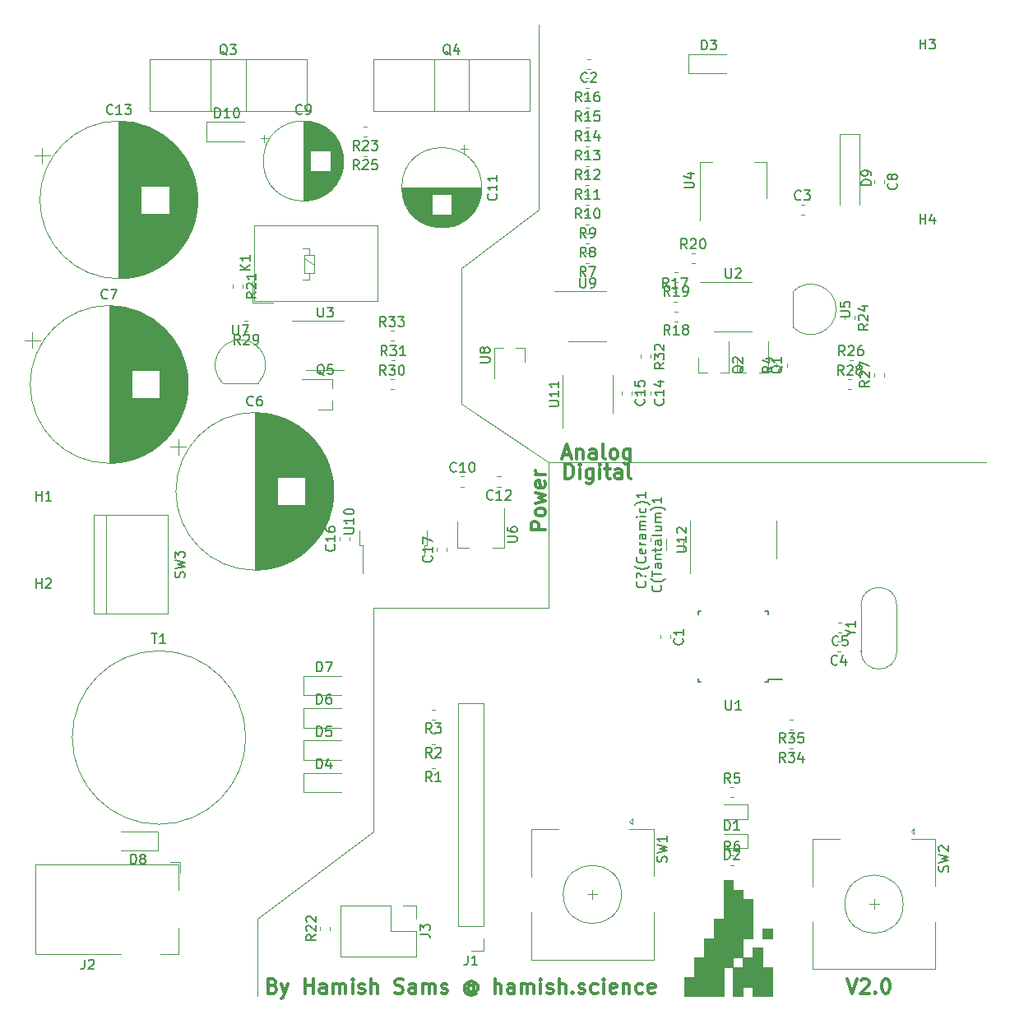
<source format=gbr>
G04 #@! TF.GenerationSoftware,KiCad,Pcbnew,(5.1.5)-3*
G04 #@! TF.CreationDate,2020-06-08T13:02:41+01:00*
G04 #@! TF.ProjectId,25v PSU,32357620-5053-4552-9e6b-696361645f70,rev?*
G04 #@! TF.SameCoordinates,Original*
G04 #@! TF.FileFunction,Legend,Top*
G04 #@! TF.FilePolarity,Positive*
%FSLAX46Y46*%
G04 Gerber Fmt 4.6, Leading zero omitted, Abs format (unit mm)*
G04 Created by KiCad (PCBNEW (5.1.5)-3) date 2020-06-08 13:02:41*
%MOMM*%
%LPD*%
G04 APERTURE LIST*
%ADD10C,0.300000*%
%ADD11C,0.120000*%
%ADD12C,0.010000*%
%ADD13C,0.150000*%
G04 APERTURE END LIST*
D10*
X147678571Y-98964285D02*
X146178571Y-98964285D01*
X146178571Y-98392857D01*
X146250000Y-98250000D01*
X146321428Y-98178571D01*
X146464285Y-98107142D01*
X146678571Y-98107142D01*
X146821428Y-98178571D01*
X146892857Y-98250000D01*
X146964285Y-98392857D01*
X146964285Y-98964285D01*
X147678571Y-97250000D02*
X147607142Y-97392857D01*
X147535714Y-97464285D01*
X147392857Y-97535714D01*
X146964285Y-97535714D01*
X146821428Y-97464285D01*
X146750000Y-97392857D01*
X146678571Y-97250000D01*
X146678571Y-97035714D01*
X146750000Y-96892857D01*
X146821428Y-96821428D01*
X146964285Y-96750000D01*
X147392857Y-96750000D01*
X147535714Y-96821428D01*
X147607142Y-96892857D01*
X147678571Y-97035714D01*
X147678571Y-97250000D01*
X146678571Y-96250000D02*
X147678571Y-95964285D01*
X146964285Y-95678571D01*
X147678571Y-95392857D01*
X146678571Y-95107142D01*
X147607142Y-93964285D02*
X147678571Y-94107142D01*
X147678571Y-94392857D01*
X147607142Y-94535714D01*
X147464285Y-94607142D01*
X146892857Y-94607142D01*
X146750000Y-94535714D01*
X146678571Y-94392857D01*
X146678571Y-94107142D01*
X146750000Y-93964285D01*
X146892857Y-93892857D01*
X147035714Y-93892857D01*
X147178571Y-94607142D01*
X147678571Y-93250000D02*
X146678571Y-93250000D01*
X146964285Y-93250000D02*
X146821428Y-93178571D01*
X146750000Y-93107142D01*
X146678571Y-92964285D01*
X146678571Y-92821428D01*
X149714285Y-93678571D02*
X149714285Y-92178571D01*
X150071428Y-92178571D01*
X150285714Y-92250000D01*
X150428571Y-92392857D01*
X150500000Y-92535714D01*
X150571428Y-92821428D01*
X150571428Y-93035714D01*
X150500000Y-93321428D01*
X150428571Y-93464285D01*
X150285714Y-93607142D01*
X150071428Y-93678571D01*
X149714285Y-93678571D01*
X151214285Y-93678571D02*
X151214285Y-92678571D01*
X151214285Y-92178571D02*
X151142857Y-92250000D01*
X151214285Y-92321428D01*
X151285714Y-92250000D01*
X151214285Y-92178571D01*
X151214285Y-92321428D01*
X152571428Y-92678571D02*
X152571428Y-93892857D01*
X152500000Y-94035714D01*
X152428571Y-94107142D01*
X152285714Y-94178571D01*
X152071428Y-94178571D01*
X151928571Y-94107142D01*
X152571428Y-93607142D02*
X152428571Y-93678571D01*
X152142857Y-93678571D01*
X152000000Y-93607142D01*
X151928571Y-93535714D01*
X151857142Y-93392857D01*
X151857142Y-92964285D01*
X151928571Y-92821428D01*
X152000000Y-92750000D01*
X152142857Y-92678571D01*
X152428571Y-92678571D01*
X152571428Y-92750000D01*
X153285714Y-93678571D02*
X153285714Y-92678571D01*
X153285714Y-92178571D02*
X153214285Y-92250000D01*
X153285714Y-92321428D01*
X153357142Y-92250000D01*
X153285714Y-92178571D01*
X153285714Y-92321428D01*
X153785714Y-92678571D02*
X154357142Y-92678571D01*
X154000000Y-92178571D02*
X154000000Y-93464285D01*
X154071428Y-93607142D01*
X154214285Y-93678571D01*
X154357142Y-93678571D01*
X155500000Y-93678571D02*
X155500000Y-92892857D01*
X155428571Y-92750000D01*
X155285714Y-92678571D01*
X155000000Y-92678571D01*
X154857142Y-92750000D01*
X155500000Y-93607142D02*
X155357142Y-93678571D01*
X155000000Y-93678571D01*
X154857142Y-93607142D01*
X154785714Y-93464285D01*
X154785714Y-93321428D01*
X154857142Y-93178571D01*
X155000000Y-93107142D01*
X155357142Y-93107142D01*
X155500000Y-93035714D01*
X156428571Y-93678571D02*
X156285714Y-93607142D01*
X156214285Y-93464285D01*
X156214285Y-92178571D01*
X149535714Y-91250000D02*
X150250000Y-91250000D01*
X149392857Y-91678571D02*
X149892857Y-90178571D01*
X150392857Y-91678571D01*
X150892857Y-90678571D02*
X150892857Y-91678571D01*
X150892857Y-90821428D02*
X150964285Y-90750000D01*
X151107142Y-90678571D01*
X151321428Y-90678571D01*
X151464285Y-90750000D01*
X151535714Y-90892857D01*
X151535714Y-91678571D01*
X152892857Y-91678571D02*
X152892857Y-90892857D01*
X152821428Y-90750000D01*
X152678571Y-90678571D01*
X152392857Y-90678571D01*
X152250000Y-90750000D01*
X152892857Y-91607142D02*
X152750000Y-91678571D01*
X152392857Y-91678571D01*
X152250000Y-91607142D01*
X152178571Y-91464285D01*
X152178571Y-91321428D01*
X152250000Y-91178571D01*
X152392857Y-91107142D01*
X152750000Y-91107142D01*
X152892857Y-91035714D01*
X153821428Y-91678571D02*
X153678571Y-91607142D01*
X153607142Y-91464285D01*
X153607142Y-90178571D01*
X154607142Y-91678571D02*
X154464285Y-91607142D01*
X154392857Y-91535714D01*
X154321428Y-91392857D01*
X154321428Y-90964285D01*
X154392857Y-90821428D01*
X154464285Y-90750000D01*
X154607142Y-90678571D01*
X154821428Y-90678571D01*
X154964285Y-90750000D01*
X155035714Y-90821428D01*
X155107142Y-90964285D01*
X155107142Y-91392857D01*
X155035714Y-91535714D01*
X154964285Y-91607142D01*
X154821428Y-91678571D01*
X154607142Y-91678571D01*
X156392857Y-90678571D02*
X156392857Y-91892857D01*
X156321428Y-92035714D01*
X156250000Y-92107142D01*
X156107142Y-92178571D01*
X155892857Y-92178571D01*
X155750000Y-92107142D01*
X156392857Y-91607142D02*
X156250000Y-91678571D01*
X155964285Y-91678571D01*
X155821428Y-91607142D01*
X155750000Y-91535714D01*
X155678571Y-91392857D01*
X155678571Y-90964285D01*
X155750000Y-90821428D01*
X155821428Y-90750000D01*
X155964285Y-90678571D01*
X156250000Y-90678571D01*
X156392857Y-90750000D01*
X178714285Y-145178571D02*
X179214285Y-146678571D01*
X179714285Y-145178571D01*
X180142857Y-145321428D02*
X180214285Y-145250000D01*
X180357142Y-145178571D01*
X180714285Y-145178571D01*
X180857142Y-145250000D01*
X180928571Y-145321428D01*
X181000000Y-145464285D01*
X181000000Y-145607142D01*
X180928571Y-145821428D01*
X180071428Y-146678571D01*
X181000000Y-146678571D01*
X181642857Y-146535714D02*
X181714285Y-146607142D01*
X181642857Y-146678571D01*
X181571428Y-146607142D01*
X181642857Y-146535714D01*
X181642857Y-146678571D01*
X182642857Y-145178571D02*
X182785714Y-145178571D01*
X182928571Y-145250000D01*
X183000000Y-145321428D01*
X183071428Y-145464285D01*
X183142857Y-145750000D01*
X183142857Y-146107142D01*
X183071428Y-146392857D01*
X183000000Y-146535714D01*
X182928571Y-146607142D01*
X182785714Y-146678571D01*
X182642857Y-146678571D01*
X182500000Y-146607142D01*
X182428571Y-146535714D01*
X182357142Y-146392857D01*
X182285714Y-146107142D01*
X182285714Y-145750000D01*
X182357142Y-145464285D01*
X182428571Y-145321428D01*
X182500000Y-145250000D01*
X182642857Y-145178571D01*
X119607142Y-145892857D02*
X119821428Y-145964285D01*
X119892857Y-146035714D01*
X119964285Y-146178571D01*
X119964285Y-146392857D01*
X119892857Y-146535714D01*
X119821428Y-146607142D01*
X119678571Y-146678571D01*
X119107142Y-146678571D01*
X119107142Y-145178571D01*
X119607142Y-145178571D01*
X119750000Y-145250000D01*
X119821428Y-145321428D01*
X119892857Y-145464285D01*
X119892857Y-145607142D01*
X119821428Y-145750000D01*
X119750000Y-145821428D01*
X119607142Y-145892857D01*
X119107142Y-145892857D01*
X120464285Y-145678571D02*
X120821428Y-146678571D01*
X121178571Y-145678571D02*
X120821428Y-146678571D01*
X120678571Y-147035714D01*
X120607142Y-147107142D01*
X120464285Y-147178571D01*
X122892857Y-146678571D02*
X122892857Y-145178571D01*
X122892857Y-145892857D02*
X123750000Y-145892857D01*
X123750000Y-146678571D02*
X123750000Y-145178571D01*
X125107142Y-146678571D02*
X125107142Y-145892857D01*
X125035714Y-145750000D01*
X124892857Y-145678571D01*
X124607142Y-145678571D01*
X124464285Y-145750000D01*
X125107142Y-146607142D02*
X124964285Y-146678571D01*
X124607142Y-146678571D01*
X124464285Y-146607142D01*
X124392857Y-146464285D01*
X124392857Y-146321428D01*
X124464285Y-146178571D01*
X124607142Y-146107142D01*
X124964285Y-146107142D01*
X125107142Y-146035714D01*
X125821428Y-146678571D02*
X125821428Y-145678571D01*
X125821428Y-145821428D02*
X125892857Y-145750000D01*
X126035714Y-145678571D01*
X126250000Y-145678571D01*
X126392857Y-145750000D01*
X126464285Y-145892857D01*
X126464285Y-146678571D01*
X126464285Y-145892857D02*
X126535714Y-145750000D01*
X126678571Y-145678571D01*
X126892857Y-145678571D01*
X127035714Y-145750000D01*
X127107142Y-145892857D01*
X127107142Y-146678571D01*
X127821428Y-146678571D02*
X127821428Y-145678571D01*
X127821428Y-145178571D02*
X127750000Y-145250000D01*
X127821428Y-145321428D01*
X127892857Y-145250000D01*
X127821428Y-145178571D01*
X127821428Y-145321428D01*
X128464285Y-146607142D02*
X128607142Y-146678571D01*
X128892857Y-146678571D01*
X129035714Y-146607142D01*
X129107142Y-146464285D01*
X129107142Y-146392857D01*
X129035714Y-146250000D01*
X128892857Y-146178571D01*
X128678571Y-146178571D01*
X128535714Y-146107142D01*
X128464285Y-145964285D01*
X128464285Y-145892857D01*
X128535714Y-145750000D01*
X128678571Y-145678571D01*
X128892857Y-145678571D01*
X129035714Y-145750000D01*
X129750000Y-146678571D02*
X129750000Y-145178571D01*
X130392857Y-146678571D02*
X130392857Y-145892857D01*
X130321428Y-145750000D01*
X130178571Y-145678571D01*
X129964285Y-145678571D01*
X129821428Y-145750000D01*
X129750000Y-145821428D01*
X132178571Y-146607142D02*
X132392857Y-146678571D01*
X132750000Y-146678571D01*
X132892857Y-146607142D01*
X132964285Y-146535714D01*
X133035714Y-146392857D01*
X133035714Y-146250000D01*
X132964285Y-146107142D01*
X132892857Y-146035714D01*
X132750000Y-145964285D01*
X132464285Y-145892857D01*
X132321428Y-145821428D01*
X132250000Y-145750000D01*
X132178571Y-145607142D01*
X132178571Y-145464285D01*
X132250000Y-145321428D01*
X132321428Y-145250000D01*
X132464285Y-145178571D01*
X132821428Y-145178571D01*
X133035714Y-145250000D01*
X134321428Y-146678571D02*
X134321428Y-145892857D01*
X134250000Y-145750000D01*
X134107142Y-145678571D01*
X133821428Y-145678571D01*
X133678571Y-145750000D01*
X134321428Y-146607142D02*
X134178571Y-146678571D01*
X133821428Y-146678571D01*
X133678571Y-146607142D01*
X133607142Y-146464285D01*
X133607142Y-146321428D01*
X133678571Y-146178571D01*
X133821428Y-146107142D01*
X134178571Y-146107142D01*
X134321428Y-146035714D01*
X135035714Y-146678571D02*
X135035714Y-145678571D01*
X135035714Y-145821428D02*
X135107142Y-145750000D01*
X135250000Y-145678571D01*
X135464285Y-145678571D01*
X135607142Y-145750000D01*
X135678571Y-145892857D01*
X135678571Y-146678571D01*
X135678571Y-145892857D02*
X135750000Y-145750000D01*
X135892857Y-145678571D01*
X136107142Y-145678571D01*
X136250000Y-145750000D01*
X136321428Y-145892857D01*
X136321428Y-146678571D01*
X136964285Y-146607142D02*
X137107142Y-146678571D01*
X137392857Y-146678571D01*
X137535714Y-146607142D01*
X137607142Y-146464285D01*
X137607142Y-146392857D01*
X137535714Y-146250000D01*
X137392857Y-146178571D01*
X137178571Y-146178571D01*
X137035714Y-146107142D01*
X136964285Y-145964285D01*
X136964285Y-145892857D01*
X137035714Y-145750000D01*
X137178571Y-145678571D01*
X137392857Y-145678571D01*
X137535714Y-145750000D01*
X140321428Y-145964285D02*
X140250000Y-145892857D01*
X140107142Y-145821428D01*
X139964285Y-145821428D01*
X139821428Y-145892857D01*
X139750000Y-145964285D01*
X139678571Y-146107142D01*
X139678571Y-146250000D01*
X139750000Y-146392857D01*
X139821428Y-146464285D01*
X139964285Y-146535714D01*
X140107142Y-146535714D01*
X140250000Y-146464285D01*
X140321428Y-146392857D01*
X140321428Y-145821428D02*
X140321428Y-146392857D01*
X140392857Y-146464285D01*
X140464285Y-146464285D01*
X140607142Y-146392857D01*
X140678571Y-146250000D01*
X140678571Y-145892857D01*
X140535714Y-145678571D01*
X140321428Y-145535714D01*
X140035714Y-145464285D01*
X139750000Y-145535714D01*
X139535714Y-145678571D01*
X139392857Y-145892857D01*
X139321428Y-146178571D01*
X139392857Y-146464285D01*
X139535714Y-146678571D01*
X139750000Y-146821428D01*
X140035714Y-146892857D01*
X140321428Y-146821428D01*
X140535714Y-146678571D01*
X142464285Y-146678571D02*
X142464285Y-145178571D01*
X143107142Y-146678571D02*
X143107142Y-145892857D01*
X143035714Y-145750000D01*
X142892857Y-145678571D01*
X142678571Y-145678571D01*
X142535714Y-145750000D01*
X142464285Y-145821428D01*
X144464285Y-146678571D02*
X144464285Y-145892857D01*
X144392857Y-145750000D01*
X144250000Y-145678571D01*
X143964285Y-145678571D01*
X143821428Y-145750000D01*
X144464285Y-146607142D02*
X144321428Y-146678571D01*
X143964285Y-146678571D01*
X143821428Y-146607142D01*
X143750000Y-146464285D01*
X143750000Y-146321428D01*
X143821428Y-146178571D01*
X143964285Y-146107142D01*
X144321428Y-146107142D01*
X144464285Y-146035714D01*
X145178571Y-146678571D02*
X145178571Y-145678571D01*
X145178571Y-145821428D02*
X145250000Y-145750000D01*
X145392857Y-145678571D01*
X145607142Y-145678571D01*
X145750000Y-145750000D01*
X145821428Y-145892857D01*
X145821428Y-146678571D01*
X145821428Y-145892857D02*
X145892857Y-145750000D01*
X146035714Y-145678571D01*
X146250000Y-145678571D01*
X146392857Y-145750000D01*
X146464285Y-145892857D01*
X146464285Y-146678571D01*
X147178571Y-146678571D02*
X147178571Y-145678571D01*
X147178571Y-145178571D02*
X147107142Y-145250000D01*
X147178571Y-145321428D01*
X147250000Y-145250000D01*
X147178571Y-145178571D01*
X147178571Y-145321428D01*
X147821428Y-146607142D02*
X147964285Y-146678571D01*
X148250000Y-146678571D01*
X148392857Y-146607142D01*
X148464285Y-146464285D01*
X148464285Y-146392857D01*
X148392857Y-146250000D01*
X148250000Y-146178571D01*
X148035714Y-146178571D01*
X147892857Y-146107142D01*
X147821428Y-145964285D01*
X147821428Y-145892857D01*
X147892857Y-145750000D01*
X148035714Y-145678571D01*
X148250000Y-145678571D01*
X148392857Y-145750000D01*
X149107142Y-146678571D02*
X149107142Y-145178571D01*
X149750000Y-146678571D02*
X149750000Y-145892857D01*
X149678571Y-145750000D01*
X149535714Y-145678571D01*
X149321428Y-145678571D01*
X149178571Y-145750000D01*
X149107142Y-145821428D01*
X150464285Y-146535714D02*
X150535714Y-146607142D01*
X150464285Y-146678571D01*
X150392857Y-146607142D01*
X150464285Y-146535714D01*
X150464285Y-146678571D01*
X151107142Y-146607142D02*
X151250000Y-146678571D01*
X151535714Y-146678571D01*
X151678571Y-146607142D01*
X151750000Y-146464285D01*
X151750000Y-146392857D01*
X151678571Y-146250000D01*
X151535714Y-146178571D01*
X151321428Y-146178571D01*
X151178571Y-146107142D01*
X151107142Y-145964285D01*
X151107142Y-145892857D01*
X151178571Y-145750000D01*
X151321428Y-145678571D01*
X151535714Y-145678571D01*
X151678571Y-145750000D01*
X153035714Y-146607142D02*
X152892857Y-146678571D01*
X152607142Y-146678571D01*
X152464285Y-146607142D01*
X152392857Y-146535714D01*
X152321428Y-146392857D01*
X152321428Y-145964285D01*
X152392857Y-145821428D01*
X152464285Y-145750000D01*
X152607142Y-145678571D01*
X152892857Y-145678571D01*
X153035714Y-145750000D01*
X153678571Y-146678571D02*
X153678571Y-145678571D01*
X153678571Y-145178571D02*
X153607142Y-145250000D01*
X153678571Y-145321428D01*
X153750000Y-145250000D01*
X153678571Y-145178571D01*
X153678571Y-145321428D01*
X154964285Y-146607142D02*
X154821428Y-146678571D01*
X154535714Y-146678571D01*
X154392857Y-146607142D01*
X154321428Y-146464285D01*
X154321428Y-145892857D01*
X154392857Y-145750000D01*
X154535714Y-145678571D01*
X154821428Y-145678571D01*
X154964285Y-145750000D01*
X155035714Y-145892857D01*
X155035714Y-146035714D01*
X154321428Y-146178571D01*
X155678571Y-145678571D02*
X155678571Y-146678571D01*
X155678571Y-145821428D02*
X155750000Y-145750000D01*
X155892857Y-145678571D01*
X156107142Y-145678571D01*
X156250000Y-145750000D01*
X156321428Y-145892857D01*
X156321428Y-146678571D01*
X157678571Y-146607142D02*
X157535714Y-146678571D01*
X157250000Y-146678571D01*
X157107142Y-146607142D01*
X157035714Y-146535714D01*
X156964285Y-146392857D01*
X156964285Y-145964285D01*
X157035714Y-145821428D01*
X157107142Y-145750000D01*
X157250000Y-145678571D01*
X157535714Y-145678571D01*
X157678571Y-145750000D01*
X158892857Y-146607142D02*
X158750000Y-146678571D01*
X158464285Y-146678571D01*
X158321428Y-146607142D01*
X158250000Y-146464285D01*
X158250000Y-145892857D01*
X158321428Y-145750000D01*
X158464285Y-145678571D01*
X158750000Y-145678571D01*
X158892857Y-145750000D01*
X158964285Y-145892857D01*
X158964285Y-146035714D01*
X158250000Y-146178571D01*
D11*
X148000000Y-92000000D02*
X193000000Y-92000000D01*
X147000000Y-66000000D02*
X147000000Y-47000000D01*
X139000000Y-72000000D02*
X147000000Y-66000000D01*
X139000000Y-86000000D02*
X139000000Y-72000000D01*
X148000000Y-92000000D02*
X139000000Y-86000000D01*
X148000000Y-107000000D02*
X148000000Y-92000000D01*
X130000000Y-107000000D02*
X148000000Y-107000000D01*
X130000000Y-130000000D02*
X130000000Y-107000000D01*
X118000000Y-139000000D02*
X130000000Y-130000000D01*
X118000000Y-147000000D02*
X118000000Y-139000000D01*
D12*
G36*
X170000000Y-146000000D02*
G01*
X171000000Y-146000000D01*
X171000000Y-147000000D01*
X170000000Y-147000000D01*
X170000000Y-146000000D01*
G37*
X170000000Y-146000000D02*
X171000000Y-146000000D01*
X171000000Y-147000000D01*
X170000000Y-147000000D01*
X170000000Y-146000000D01*
G36*
X169000000Y-146000000D02*
G01*
X170000000Y-146000000D01*
X170000000Y-147000000D01*
X169000000Y-147000000D01*
X169000000Y-146000000D01*
G37*
X169000000Y-146000000D02*
X170000000Y-146000000D01*
X170000000Y-147000000D01*
X169000000Y-147000000D01*
X169000000Y-146000000D01*
G36*
X167000000Y-146000000D02*
G01*
X168000000Y-146000000D01*
X168000000Y-147000000D01*
X167000000Y-147000000D01*
X167000000Y-146000000D01*
G37*
X167000000Y-146000000D02*
X168000000Y-146000000D01*
X168000000Y-147000000D01*
X167000000Y-147000000D01*
X167000000Y-146000000D01*
G36*
X165000000Y-146000000D02*
G01*
X166000000Y-146000000D01*
X166000000Y-147000000D01*
X165000000Y-147000000D01*
X165000000Y-146000000D01*
G37*
X165000000Y-146000000D02*
X166000000Y-146000000D01*
X166000000Y-147000000D01*
X165000000Y-147000000D01*
X165000000Y-146000000D01*
G36*
X164000000Y-146000000D02*
G01*
X165000000Y-146000000D01*
X165000000Y-147000000D01*
X164000000Y-147000000D01*
X164000000Y-146000000D01*
G37*
X164000000Y-146000000D02*
X165000000Y-146000000D01*
X165000000Y-147000000D01*
X164000000Y-147000000D01*
X164000000Y-146000000D01*
G36*
X163000000Y-146000000D02*
G01*
X164000000Y-146000000D01*
X164000000Y-147000000D01*
X163000000Y-147000000D01*
X163000000Y-146000000D01*
G37*
X163000000Y-146000000D02*
X164000000Y-146000000D01*
X164000000Y-147000000D01*
X163000000Y-147000000D01*
X163000000Y-146000000D01*
G36*
X162000000Y-146000000D02*
G01*
X163000000Y-146000000D01*
X163000000Y-147000000D01*
X162000000Y-147000000D01*
X162000000Y-146000000D01*
G37*
X162000000Y-146000000D02*
X163000000Y-146000000D01*
X163000000Y-147000000D01*
X162000000Y-147000000D01*
X162000000Y-146000000D01*
G36*
X170000000Y-145000000D02*
G01*
X171000000Y-145000000D01*
X171000000Y-146000000D01*
X170000000Y-146000000D01*
X170000000Y-145000000D01*
G37*
X170000000Y-145000000D02*
X171000000Y-145000000D01*
X171000000Y-146000000D01*
X170000000Y-146000000D01*
X170000000Y-145000000D01*
G36*
X169000000Y-145000000D02*
G01*
X170000000Y-145000000D01*
X170000000Y-146000000D01*
X169000000Y-146000000D01*
X169000000Y-145000000D01*
G37*
X169000000Y-145000000D02*
X170000000Y-145000000D01*
X170000000Y-146000000D01*
X169000000Y-146000000D01*
X169000000Y-145000000D01*
G36*
X168000000Y-145000000D02*
G01*
X169000000Y-145000000D01*
X169000000Y-146000000D01*
X168000000Y-146000000D01*
X168000000Y-145000000D01*
G37*
X168000000Y-145000000D02*
X169000000Y-145000000D01*
X169000000Y-146000000D01*
X168000000Y-146000000D01*
X168000000Y-145000000D01*
G36*
X167000000Y-145000000D02*
G01*
X168000000Y-145000000D01*
X168000000Y-146000000D01*
X167000000Y-146000000D01*
X167000000Y-145000000D01*
G37*
X167000000Y-145000000D02*
X168000000Y-145000000D01*
X168000000Y-146000000D01*
X167000000Y-146000000D01*
X167000000Y-145000000D01*
G36*
X165000000Y-145000000D02*
G01*
X166000000Y-145000000D01*
X166000000Y-146000000D01*
X165000000Y-146000000D01*
X165000000Y-145000000D01*
G37*
X165000000Y-145000000D02*
X166000000Y-145000000D01*
X166000000Y-146000000D01*
X165000000Y-146000000D01*
X165000000Y-145000000D01*
G36*
X164000000Y-145000000D02*
G01*
X165000000Y-145000000D01*
X165000000Y-146000000D01*
X164000000Y-146000000D01*
X164000000Y-145000000D01*
G37*
X164000000Y-145000000D02*
X165000000Y-145000000D01*
X165000000Y-146000000D01*
X164000000Y-146000000D01*
X164000000Y-145000000D01*
G36*
X163000000Y-145000000D02*
G01*
X164000000Y-145000000D01*
X164000000Y-146000000D01*
X163000000Y-146000000D01*
X163000000Y-145000000D01*
G37*
X163000000Y-145000000D02*
X164000000Y-145000000D01*
X164000000Y-146000000D01*
X163000000Y-146000000D01*
X163000000Y-145000000D01*
G36*
X162000000Y-145000000D02*
G01*
X163000000Y-145000000D01*
X163000000Y-146000000D01*
X162000000Y-146000000D01*
X162000000Y-145000000D01*
G37*
X162000000Y-145000000D02*
X163000000Y-145000000D01*
X163000000Y-146000000D01*
X162000000Y-146000000D01*
X162000000Y-145000000D01*
G36*
X170000000Y-144000000D02*
G01*
X171000000Y-144000000D01*
X171000000Y-145000000D01*
X170000000Y-145000000D01*
X170000000Y-144000000D01*
G37*
X170000000Y-144000000D02*
X171000000Y-144000000D01*
X171000000Y-145000000D01*
X170000000Y-145000000D01*
X170000000Y-144000000D01*
G36*
X169000000Y-144000000D02*
G01*
X170000000Y-144000000D01*
X170000000Y-145000000D01*
X169000000Y-145000000D01*
X169000000Y-144000000D01*
G37*
X169000000Y-144000000D02*
X170000000Y-144000000D01*
X170000000Y-145000000D01*
X169000000Y-145000000D01*
X169000000Y-144000000D01*
G36*
X168000000Y-144000000D02*
G01*
X169000000Y-144000000D01*
X169000000Y-145000000D01*
X168000000Y-145000000D01*
X168000000Y-144000000D01*
G37*
X168000000Y-144000000D02*
X169000000Y-144000000D01*
X169000000Y-145000000D01*
X168000000Y-145000000D01*
X168000000Y-144000000D01*
G36*
X167000000Y-144000000D02*
G01*
X168000000Y-144000000D01*
X168000000Y-145000000D01*
X167000000Y-145000000D01*
X167000000Y-144000000D01*
G37*
X167000000Y-144000000D02*
X168000000Y-144000000D01*
X168000000Y-145000000D01*
X167000000Y-145000000D01*
X167000000Y-144000000D01*
G36*
X165000000Y-144000000D02*
G01*
X166000000Y-144000000D01*
X166000000Y-145000000D01*
X165000000Y-145000000D01*
X165000000Y-144000000D01*
G37*
X165000000Y-144000000D02*
X166000000Y-144000000D01*
X166000000Y-145000000D01*
X165000000Y-145000000D01*
X165000000Y-144000000D01*
G36*
X164000000Y-144000000D02*
G01*
X165000000Y-144000000D01*
X165000000Y-145000000D01*
X164000000Y-145000000D01*
X164000000Y-144000000D01*
G37*
X164000000Y-144000000D02*
X165000000Y-144000000D01*
X165000000Y-145000000D01*
X164000000Y-145000000D01*
X164000000Y-144000000D01*
G36*
X163000000Y-144000000D02*
G01*
X164000000Y-144000000D01*
X164000000Y-145000000D01*
X163000000Y-145000000D01*
X163000000Y-144000000D01*
G37*
X163000000Y-144000000D02*
X164000000Y-144000000D01*
X164000000Y-145000000D01*
X163000000Y-145000000D01*
X163000000Y-144000000D01*
G36*
X169000000Y-143000000D02*
G01*
X170000000Y-143000000D01*
X170000000Y-144000000D01*
X169000000Y-144000000D01*
X169000000Y-143000000D01*
G37*
X169000000Y-143000000D02*
X170000000Y-143000000D01*
X170000000Y-144000000D01*
X169000000Y-144000000D01*
X169000000Y-143000000D01*
G36*
X168000000Y-143000000D02*
G01*
X169000000Y-143000000D01*
X169000000Y-144000000D01*
X168000000Y-144000000D01*
X168000000Y-143000000D01*
G37*
X168000000Y-143000000D02*
X169000000Y-143000000D01*
X169000000Y-144000000D01*
X168000000Y-144000000D01*
X168000000Y-143000000D01*
G36*
X166000000Y-143000000D02*
G01*
X167000000Y-143000000D01*
X167000000Y-144000000D01*
X166000000Y-144000000D01*
X166000000Y-143000000D01*
G37*
X166000000Y-143000000D02*
X167000000Y-143000000D01*
X167000000Y-144000000D01*
X166000000Y-144000000D01*
X166000000Y-143000000D01*
G36*
X165000000Y-143000000D02*
G01*
X166000000Y-143000000D01*
X166000000Y-144000000D01*
X165000000Y-144000000D01*
X165000000Y-143000000D01*
G37*
X165000000Y-143000000D02*
X166000000Y-143000000D01*
X166000000Y-144000000D01*
X165000000Y-144000000D01*
X165000000Y-143000000D01*
G36*
X164000000Y-143000000D02*
G01*
X165000000Y-143000000D01*
X165000000Y-144000000D01*
X164000000Y-144000000D01*
X164000000Y-143000000D01*
G37*
X164000000Y-143000000D02*
X165000000Y-143000000D01*
X165000000Y-144000000D01*
X164000000Y-144000000D01*
X164000000Y-143000000D01*
G36*
X163000000Y-143000000D02*
G01*
X164000000Y-143000000D01*
X164000000Y-144000000D01*
X163000000Y-144000000D01*
X163000000Y-143000000D01*
G37*
X163000000Y-143000000D02*
X164000000Y-143000000D01*
X164000000Y-144000000D01*
X163000000Y-144000000D01*
X163000000Y-143000000D01*
G36*
X169000000Y-142000000D02*
G01*
X170000000Y-142000000D01*
X170000000Y-143000000D01*
X169000000Y-143000000D01*
X169000000Y-142000000D01*
G37*
X169000000Y-142000000D02*
X170000000Y-142000000D01*
X170000000Y-143000000D01*
X169000000Y-143000000D01*
X169000000Y-142000000D01*
G36*
X167000000Y-142000000D02*
G01*
X168000000Y-142000000D01*
X168000000Y-143000000D01*
X167000000Y-143000000D01*
X167000000Y-142000000D01*
G37*
X167000000Y-142000000D02*
X168000000Y-142000000D01*
X168000000Y-143000000D01*
X167000000Y-143000000D01*
X167000000Y-142000000D01*
G36*
X166000000Y-142000000D02*
G01*
X167000000Y-142000000D01*
X167000000Y-143000000D01*
X166000000Y-143000000D01*
X166000000Y-142000000D01*
G37*
X166000000Y-142000000D02*
X167000000Y-142000000D01*
X167000000Y-143000000D01*
X166000000Y-143000000D01*
X166000000Y-142000000D01*
G36*
X165000000Y-142000000D02*
G01*
X166000000Y-142000000D01*
X166000000Y-143000000D01*
X165000000Y-143000000D01*
X165000000Y-142000000D01*
G37*
X165000000Y-142000000D02*
X166000000Y-142000000D01*
X166000000Y-143000000D01*
X165000000Y-143000000D01*
X165000000Y-142000000D01*
G36*
X164000000Y-142000000D02*
G01*
X165000000Y-142000000D01*
X165000000Y-143000000D01*
X164000000Y-143000000D01*
X164000000Y-142000000D01*
G37*
X164000000Y-142000000D02*
X165000000Y-142000000D01*
X165000000Y-143000000D01*
X164000000Y-143000000D01*
X164000000Y-142000000D01*
G36*
X167000000Y-141000000D02*
G01*
X168000000Y-141000000D01*
X168000000Y-142000000D01*
X167000000Y-142000000D01*
X167000000Y-141000000D01*
G37*
X167000000Y-141000000D02*
X168000000Y-141000000D01*
X168000000Y-142000000D01*
X167000000Y-142000000D01*
X167000000Y-141000000D01*
G36*
X166000000Y-141000000D02*
G01*
X167000000Y-141000000D01*
X167000000Y-142000000D01*
X166000000Y-142000000D01*
X166000000Y-141000000D01*
G37*
X166000000Y-141000000D02*
X167000000Y-141000000D01*
X167000000Y-142000000D01*
X166000000Y-142000000D01*
X166000000Y-141000000D01*
G36*
X165000000Y-141000000D02*
G01*
X166000000Y-141000000D01*
X166000000Y-142000000D01*
X165000000Y-142000000D01*
X165000000Y-141000000D01*
G37*
X165000000Y-141000000D02*
X166000000Y-141000000D01*
X166000000Y-142000000D01*
X165000000Y-142000000D01*
X165000000Y-141000000D01*
G36*
X164000000Y-141000000D02*
G01*
X165000000Y-141000000D01*
X165000000Y-142000000D01*
X164000000Y-142000000D01*
X164000000Y-141000000D01*
G37*
X164000000Y-141000000D02*
X165000000Y-141000000D01*
X165000000Y-142000000D01*
X164000000Y-142000000D01*
X164000000Y-141000000D01*
G36*
X170000000Y-140000000D02*
G01*
X171000000Y-140000000D01*
X171000000Y-141000000D01*
X170000000Y-141000000D01*
X170000000Y-140000000D01*
G37*
X170000000Y-140000000D02*
X171000000Y-140000000D01*
X171000000Y-141000000D01*
X170000000Y-141000000D01*
X170000000Y-140000000D01*
G36*
X168000000Y-140000000D02*
G01*
X169000000Y-140000000D01*
X169000000Y-141000000D01*
X168000000Y-141000000D01*
X168000000Y-140000000D01*
G37*
X168000000Y-140000000D02*
X169000000Y-140000000D01*
X169000000Y-141000000D01*
X168000000Y-141000000D01*
X168000000Y-140000000D01*
G36*
X167000000Y-140000000D02*
G01*
X168000000Y-140000000D01*
X168000000Y-141000000D01*
X167000000Y-141000000D01*
X167000000Y-140000000D01*
G37*
X167000000Y-140000000D02*
X168000000Y-140000000D01*
X168000000Y-141000000D01*
X167000000Y-141000000D01*
X167000000Y-140000000D01*
G36*
X166000000Y-140000000D02*
G01*
X167000000Y-140000000D01*
X167000000Y-141000000D01*
X166000000Y-141000000D01*
X166000000Y-140000000D01*
G37*
X166000000Y-140000000D02*
X167000000Y-140000000D01*
X167000000Y-141000000D01*
X166000000Y-141000000D01*
X166000000Y-140000000D01*
G36*
X165000000Y-140000000D02*
G01*
X166000000Y-140000000D01*
X166000000Y-141000000D01*
X165000000Y-141000000D01*
X165000000Y-140000000D01*
G37*
X165000000Y-140000000D02*
X166000000Y-140000000D01*
X166000000Y-141000000D01*
X165000000Y-141000000D01*
X165000000Y-140000000D01*
G36*
X168000000Y-139000000D02*
G01*
X169000000Y-139000000D01*
X169000000Y-140000000D01*
X168000000Y-140000000D01*
X168000000Y-139000000D01*
G37*
X168000000Y-139000000D02*
X169000000Y-139000000D01*
X169000000Y-140000000D01*
X168000000Y-140000000D01*
X168000000Y-139000000D01*
G36*
X167000000Y-139000000D02*
G01*
X168000000Y-139000000D01*
X168000000Y-140000000D01*
X167000000Y-140000000D01*
X167000000Y-139000000D01*
G37*
X167000000Y-139000000D02*
X168000000Y-139000000D01*
X168000000Y-140000000D01*
X167000000Y-140000000D01*
X167000000Y-139000000D01*
G36*
X166000000Y-139000000D02*
G01*
X167000000Y-139000000D01*
X167000000Y-140000000D01*
X166000000Y-140000000D01*
X166000000Y-139000000D01*
G37*
X166000000Y-139000000D02*
X167000000Y-139000000D01*
X167000000Y-140000000D01*
X166000000Y-140000000D01*
X166000000Y-139000000D01*
G36*
X165000000Y-139000000D02*
G01*
X166000000Y-139000000D01*
X166000000Y-140000000D01*
X165000000Y-140000000D01*
X165000000Y-139000000D01*
G37*
X165000000Y-139000000D02*
X166000000Y-139000000D01*
X166000000Y-140000000D01*
X165000000Y-140000000D01*
X165000000Y-139000000D01*
G36*
X168000000Y-138000000D02*
G01*
X169000000Y-138000000D01*
X169000000Y-139000000D01*
X168000000Y-139000000D01*
X168000000Y-138000000D01*
G37*
X168000000Y-138000000D02*
X169000000Y-138000000D01*
X169000000Y-139000000D01*
X168000000Y-139000000D01*
X168000000Y-138000000D01*
G36*
X167000000Y-138000000D02*
G01*
X168000000Y-138000000D01*
X168000000Y-139000000D01*
X167000000Y-139000000D01*
X167000000Y-138000000D01*
G37*
X167000000Y-138000000D02*
X168000000Y-138000000D01*
X168000000Y-139000000D01*
X167000000Y-139000000D01*
X167000000Y-138000000D01*
G36*
X166000000Y-138000000D02*
G01*
X167000000Y-138000000D01*
X167000000Y-139000000D01*
X166000000Y-139000000D01*
X166000000Y-138000000D01*
G37*
X166000000Y-138000000D02*
X167000000Y-138000000D01*
X167000000Y-139000000D01*
X166000000Y-139000000D01*
X166000000Y-138000000D01*
G36*
X168000000Y-137000000D02*
G01*
X169000000Y-137000000D01*
X169000000Y-138000000D01*
X168000000Y-138000000D01*
X168000000Y-137000000D01*
G37*
X168000000Y-137000000D02*
X169000000Y-137000000D01*
X169000000Y-138000000D01*
X168000000Y-138000000D01*
X168000000Y-137000000D01*
G36*
X167000000Y-137000000D02*
G01*
X168000000Y-137000000D01*
X168000000Y-138000000D01*
X167000000Y-138000000D01*
X167000000Y-137000000D01*
G37*
X167000000Y-137000000D02*
X168000000Y-137000000D01*
X168000000Y-138000000D01*
X167000000Y-138000000D01*
X167000000Y-137000000D01*
G36*
X166000000Y-137000000D02*
G01*
X167000000Y-137000000D01*
X167000000Y-138000000D01*
X166000000Y-138000000D01*
X166000000Y-137000000D01*
G37*
X166000000Y-137000000D02*
X167000000Y-137000000D01*
X167000000Y-138000000D01*
X166000000Y-138000000D01*
X166000000Y-137000000D01*
G36*
X167000000Y-136000000D02*
G01*
X168000000Y-136000000D01*
X168000000Y-137000000D01*
X167000000Y-137000000D01*
X167000000Y-136000000D01*
G37*
X167000000Y-136000000D02*
X168000000Y-136000000D01*
X168000000Y-137000000D01*
X167000000Y-137000000D01*
X167000000Y-136000000D01*
G36*
X166000000Y-136000000D02*
G01*
X167000000Y-136000000D01*
X167000000Y-137000000D01*
X166000000Y-137000000D01*
X166000000Y-136000000D01*
G37*
X166000000Y-136000000D02*
X167000000Y-136000000D01*
X167000000Y-137000000D01*
X166000000Y-137000000D01*
X166000000Y-136000000D01*
G36*
X166000000Y-135000000D02*
G01*
X167000000Y-135000000D01*
X167000000Y-136000000D01*
X166000000Y-136000000D01*
X166000000Y-135000000D01*
G37*
X166000000Y-135000000D02*
X167000000Y-135000000D01*
X167000000Y-136000000D01*
X166000000Y-136000000D01*
X166000000Y-135000000D01*
D11*
X126590000Y-137670000D02*
X126590000Y-142870000D01*
X131730000Y-137670000D02*
X126590000Y-137670000D01*
X134330000Y-142870000D02*
X126590000Y-142870000D01*
X131730000Y-137670000D02*
X131730000Y-140270000D01*
X131730000Y-140270000D02*
X134330000Y-140270000D01*
X134330000Y-140270000D02*
X134330000Y-142870000D01*
X133000000Y-137670000D02*
X134330000Y-137670000D01*
X134330000Y-137670000D02*
X134330000Y-139000000D01*
X170410000Y-61090000D02*
X169150000Y-61090000D01*
X163590000Y-61090000D02*
X164850000Y-61090000D01*
X170410000Y-64850000D02*
X170410000Y-61090000D01*
X163590000Y-67100000D02*
X163590000Y-61090000D01*
X173171267Y-120490000D02*
X172828733Y-120490000D01*
X173171267Y-121510000D02*
X172828733Y-121510000D01*
X173171267Y-118490000D02*
X172828733Y-118490000D01*
X173171267Y-119510000D02*
X172828733Y-119510000D01*
X160510000Y-109828733D02*
X160510000Y-110171267D01*
X159490000Y-109828733D02*
X159490000Y-110171267D01*
X152296267Y-51510000D02*
X151953733Y-51510000D01*
X152296267Y-50490000D02*
X151953733Y-50490000D01*
X173953733Y-66510000D02*
X174296267Y-66510000D01*
X173953733Y-65490000D02*
X174296267Y-65490000D01*
X178046267Y-110490000D02*
X177703733Y-110490000D01*
X178046267Y-111510000D02*
X177703733Y-111510000D01*
X178171267Y-109510000D02*
X177828733Y-109510000D01*
X178171267Y-108490000D02*
X177828733Y-108490000D01*
X125870000Y-95000000D02*
G75*
G03X125870000Y-95000000I-8120000J0D01*
G01*
X117750000Y-86919000D02*
X117750000Y-103081000D01*
X117790000Y-86920000D02*
X117790000Y-103080000D01*
X117830000Y-86920000D02*
X117830000Y-103080000D01*
X117870000Y-86920000D02*
X117870000Y-103080000D01*
X117910000Y-86921000D02*
X117910000Y-103079000D01*
X117950000Y-86922000D02*
X117950000Y-103078000D01*
X117990000Y-86923000D02*
X117990000Y-103077000D01*
X118030000Y-86924000D02*
X118030000Y-103076000D01*
X118070000Y-86926000D02*
X118070000Y-103074000D01*
X118110000Y-86927000D02*
X118110000Y-103073000D01*
X118150000Y-86929000D02*
X118150000Y-103071000D01*
X118190000Y-86931000D02*
X118190000Y-103069000D01*
X118230000Y-86934000D02*
X118230000Y-103066000D01*
X118270000Y-86936000D02*
X118270000Y-103064000D01*
X118310000Y-86939000D02*
X118310000Y-103061000D01*
X118350000Y-86942000D02*
X118350000Y-103058000D01*
X118390000Y-86945000D02*
X118390000Y-103055000D01*
X118430000Y-86948000D02*
X118430000Y-103052000D01*
X118471000Y-86951000D02*
X118471000Y-103049000D01*
X118511000Y-86955000D02*
X118511000Y-103045000D01*
X118551000Y-86959000D02*
X118551000Y-103041000D01*
X118591000Y-86963000D02*
X118591000Y-103037000D01*
X118631000Y-86967000D02*
X118631000Y-103033000D01*
X118671000Y-86972000D02*
X118671000Y-103028000D01*
X118711000Y-86976000D02*
X118711000Y-103024000D01*
X118751000Y-86981000D02*
X118751000Y-103019000D01*
X118791000Y-86986000D02*
X118791000Y-103014000D01*
X118831000Y-86992000D02*
X118831000Y-103008000D01*
X118871000Y-86997000D02*
X118871000Y-103003000D01*
X118911000Y-87003000D02*
X118911000Y-102997000D01*
X118951000Y-87009000D02*
X118951000Y-102991000D01*
X118991000Y-87015000D02*
X118991000Y-102985000D01*
X119031000Y-87021000D02*
X119031000Y-102979000D01*
X119071000Y-87028000D02*
X119071000Y-102972000D01*
X119111000Y-87034000D02*
X119111000Y-102966000D01*
X119151000Y-87041000D02*
X119151000Y-102959000D01*
X119191000Y-87048000D02*
X119191000Y-102952000D01*
X119231000Y-87056000D02*
X119231000Y-102944000D01*
X119271000Y-87063000D02*
X119271000Y-102937000D01*
X119311000Y-87071000D02*
X119311000Y-102929000D01*
X119351000Y-87079000D02*
X119351000Y-102921000D01*
X119391000Y-87087000D02*
X119391000Y-102913000D01*
X119431000Y-87095000D02*
X119431000Y-102905000D01*
X119471000Y-87104000D02*
X119471000Y-102896000D01*
X119511000Y-87113000D02*
X119511000Y-102887000D01*
X119551000Y-87122000D02*
X119551000Y-102878000D01*
X119591000Y-87131000D02*
X119591000Y-102869000D01*
X119631000Y-87140000D02*
X119631000Y-102860000D01*
X119671000Y-87150000D02*
X119671000Y-102850000D01*
X119711000Y-87160000D02*
X119711000Y-102840000D01*
X119751000Y-87170000D02*
X119751000Y-102830000D01*
X119791000Y-87180000D02*
X119791000Y-102820000D01*
X119831000Y-87190000D02*
X119831000Y-102810000D01*
X119871000Y-87201000D02*
X119871000Y-102799000D01*
X119911000Y-87212000D02*
X119911000Y-102788000D01*
X119951000Y-87223000D02*
X119951000Y-102777000D01*
X119991000Y-87235000D02*
X119991000Y-102765000D01*
X120031000Y-87246000D02*
X120031000Y-102754000D01*
X120071000Y-87258000D02*
X120071000Y-93560000D01*
X120071000Y-96440000D02*
X120071000Y-102742000D01*
X120111000Y-87270000D02*
X120111000Y-93560000D01*
X120111000Y-96440000D02*
X120111000Y-102730000D01*
X120151000Y-87282000D02*
X120151000Y-93560000D01*
X120151000Y-96440000D02*
X120151000Y-102718000D01*
X120191000Y-87295000D02*
X120191000Y-93560000D01*
X120191000Y-96440000D02*
X120191000Y-102705000D01*
X120231000Y-87307000D02*
X120231000Y-93560000D01*
X120231000Y-96440000D02*
X120231000Y-102693000D01*
X120271000Y-87320000D02*
X120271000Y-93560000D01*
X120271000Y-96440000D02*
X120271000Y-102680000D01*
X120311000Y-87334000D02*
X120311000Y-93560000D01*
X120311000Y-96440000D02*
X120311000Y-102666000D01*
X120351000Y-87347000D02*
X120351000Y-93560000D01*
X120351000Y-96440000D02*
X120351000Y-102653000D01*
X120391000Y-87361000D02*
X120391000Y-93560000D01*
X120391000Y-96440000D02*
X120391000Y-102639000D01*
X120431000Y-87375000D02*
X120431000Y-93560000D01*
X120431000Y-96440000D02*
X120431000Y-102625000D01*
X120471000Y-87389000D02*
X120471000Y-93560000D01*
X120471000Y-96440000D02*
X120471000Y-102611000D01*
X120511000Y-87403000D02*
X120511000Y-93560000D01*
X120511000Y-96440000D02*
X120511000Y-102597000D01*
X120551000Y-87418000D02*
X120551000Y-93560000D01*
X120551000Y-96440000D02*
X120551000Y-102582000D01*
X120591000Y-87432000D02*
X120591000Y-93560000D01*
X120591000Y-96440000D02*
X120591000Y-102568000D01*
X120631000Y-87447000D02*
X120631000Y-93560000D01*
X120631000Y-96440000D02*
X120631000Y-102553000D01*
X120671000Y-87463000D02*
X120671000Y-93560000D01*
X120671000Y-96440000D02*
X120671000Y-102537000D01*
X120711000Y-87478000D02*
X120711000Y-93560000D01*
X120711000Y-96440000D02*
X120711000Y-102522000D01*
X120751000Y-87494000D02*
X120751000Y-93560000D01*
X120751000Y-96440000D02*
X120751000Y-102506000D01*
X120791000Y-87510000D02*
X120791000Y-93560000D01*
X120791000Y-96440000D02*
X120791000Y-102490000D01*
X120831000Y-87526000D02*
X120831000Y-93560000D01*
X120831000Y-96440000D02*
X120831000Y-102474000D01*
X120871000Y-87543000D02*
X120871000Y-93560000D01*
X120871000Y-96440000D02*
X120871000Y-102457000D01*
X120911000Y-87560000D02*
X120911000Y-93560000D01*
X120911000Y-96440000D02*
X120911000Y-102440000D01*
X120951000Y-87577000D02*
X120951000Y-93560000D01*
X120951000Y-96440000D02*
X120951000Y-102423000D01*
X120991000Y-87594000D02*
X120991000Y-93560000D01*
X120991000Y-96440000D02*
X120991000Y-102406000D01*
X121031000Y-87611000D02*
X121031000Y-93560000D01*
X121031000Y-96440000D02*
X121031000Y-102389000D01*
X121071000Y-87629000D02*
X121071000Y-93560000D01*
X121071000Y-96440000D02*
X121071000Y-102371000D01*
X121111000Y-87647000D02*
X121111000Y-93560000D01*
X121111000Y-96440000D02*
X121111000Y-102353000D01*
X121151000Y-87666000D02*
X121151000Y-93560000D01*
X121151000Y-96440000D02*
X121151000Y-102334000D01*
X121191000Y-87684000D02*
X121191000Y-93560000D01*
X121191000Y-96440000D02*
X121191000Y-102316000D01*
X121231000Y-87703000D02*
X121231000Y-93560000D01*
X121231000Y-96440000D02*
X121231000Y-102297000D01*
X121271000Y-87722000D02*
X121271000Y-93560000D01*
X121271000Y-96440000D02*
X121271000Y-102278000D01*
X121311000Y-87742000D02*
X121311000Y-93560000D01*
X121311000Y-96440000D02*
X121311000Y-102258000D01*
X121351000Y-87761000D02*
X121351000Y-93560000D01*
X121351000Y-96440000D02*
X121351000Y-102239000D01*
X121391000Y-87781000D02*
X121391000Y-93560000D01*
X121391000Y-96440000D02*
X121391000Y-102219000D01*
X121431000Y-87801000D02*
X121431000Y-93560000D01*
X121431000Y-96440000D02*
X121431000Y-102199000D01*
X121471000Y-87822000D02*
X121471000Y-93560000D01*
X121471000Y-96440000D02*
X121471000Y-102178000D01*
X121511000Y-87843000D02*
X121511000Y-93560000D01*
X121511000Y-96440000D02*
X121511000Y-102157000D01*
X121551000Y-87864000D02*
X121551000Y-93560000D01*
X121551000Y-96440000D02*
X121551000Y-102136000D01*
X121591000Y-87885000D02*
X121591000Y-93560000D01*
X121591000Y-96440000D02*
X121591000Y-102115000D01*
X121631000Y-87906000D02*
X121631000Y-93560000D01*
X121631000Y-96440000D02*
X121631000Y-102094000D01*
X121671000Y-87928000D02*
X121671000Y-93560000D01*
X121671000Y-96440000D02*
X121671000Y-102072000D01*
X121711000Y-87951000D02*
X121711000Y-93560000D01*
X121711000Y-96440000D02*
X121711000Y-102049000D01*
X121751000Y-87973000D02*
X121751000Y-93560000D01*
X121751000Y-96440000D02*
X121751000Y-102027000D01*
X121791000Y-87996000D02*
X121791000Y-93560000D01*
X121791000Y-96440000D02*
X121791000Y-102004000D01*
X121831000Y-88019000D02*
X121831000Y-93560000D01*
X121831000Y-96440000D02*
X121831000Y-101981000D01*
X121871000Y-88042000D02*
X121871000Y-93560000D01*
X121871000Y-96440000D02*
X121871000Y-101958000D01*
X121911000Y-88066000D02*
X121911000Y-93560000D01*
X121911000Y-96440000D02*
X121911000Y-101934000D01*
X121951000Y-88090000D02*
X121951000Y-93560000D01*
X121951000Y-96440000D02*
X121951000Y-101910000D01*
X121991000Y-88114000D02*
X121991000Y-93560000D01*
X121991000Y-96440000D02*
X121991000Y-101886000D01*
X122031000Y-88139000D02*
X122031000Y-93560000D01*
X122031000Y-96440000D02*
X122031000Y-101861000D01*
X122071000Y-88164000D02*
X122071000Y-93560000D01*
X122071000Y-96440000D02*
X122071000Y-101836000D01*
X122111000Y-88189000D02*
X122111000Y-93560000D01*
X122111000Y-96440000D02*
X122111000Y-101811000D01*
X122151000Y-88215000D02*
X122151000Y-93560000D01*
X122151000Y-96440000D02*
X122151000Y-101785000D01*
X122191000Y-88241000D02*
X122191000Y-93560000D01*
X122191000Y-96440000D02*
X122191000Y-101759000D01*
X122231000Y-88267000D02*
X122231000Y-93560000D01*
X122231000Y-96440000D02*
X122231000Y-101733000D01*
X122271000Y-88294000D02*
X122271000Y-93560000D01*
X122271000Y-96440000D02*
X122271000Y-101706000D01*
X122311000Y-88321000D02*
X122311000Y-93560000D01*
X122311000Y-96440000D02*
X122311000Y-101679000D01*
X122351000Y-88348000D02*
X122351000Y-93560000D01*
X122351000Y-96440000D02*
X122351000Y-101652000D01*
X122391000Y-88376000D02*
X122391000Y-93560000D01*
X122391000Y-96440000D02*
X122391000Y-101624000D01*
X122431000Y-88404000D02*
X122431000Y-93560000D01*
X122431000Y-96440000D02*
X122431000Y-101596000D01*
X122471000Y-88432000D02*
X122471000Y-93560000D01*
X122471000Y-96440000D02*
X122471000Y-101568000D01*
X122511000Y-88461000D02*
X122511000Y-93560000D01*
X122511000Y-96440000D02*
X122511000Y-101539000D01*
X122551000Y-88490000D02*
X122551000Y-93560000D01*
X122551000Y-96440000D02*
X122551000Y-101510000D01*
X122591000Y-88520000D02*
X122591000Y-93560000D01*
X122591000Y-96440000D02*
X122591000Y-101480000D01*
X122631000Y-88550000D02*
X122631000Y-93560000D01*
X122631000Y-96440000D02*
X122631000Y-101450000D01*
X122671000Y-88580000D02*
X122671000Y-93560000D01*
X122671000Y-96440000D02*
X122671000Y-101420000D01*
X122711000Y-88610000D02*
X122711000Y-93560000D01*
X122711000Y-96440000D02*
X122711000Y-101390000D01*
X122751000Y-88642000D02*
X122751000Y-93560000D01*
X122751000Y-96440000D02*
X122751000Y-101358000D01*
X122791000Y-88673000D02*
X122791000Y-93560000D01*
X122791000Y-96440000D02*
X122791000Y-101327000D01*
X122831000Y-88705000D02*
X122831000Y-93560000D01*
X122831000Y-96440000D02*
X122831000Y-101295000D01*
X122871000Y-88737000D02*
X122871000Y-93560000D01*
X122871000Y-96440000D02*
X122871000Y-101263000D01*
X122911000Y-88770000D02*
X122911000Y-93560000D01*
X122911000Y-96440000D02*
X122911000Y-101230000D01*
X122951000Y-88803000D02*
X122951000Y-101197000D01*
X122991000Y-88837000D02*
X122991000Y-101163000D01*
X123031000Y-88871000D02*
X123031000Y-101129000D01*
X123071000Y-88905000D02*
X123071000Y-101095000D01*
X123111000Y-88940000D02*
X123111000Y-101060000D01*
X123151000Y-88975000D02*
X123151000Y-101025000D01*
X123191000Y-89011000D02*
X123191000Y-100989000D01*
X123231000Y-89048000D02*
X123231000Y-100952000D01*
X123271000Y-89084000D02*
X123271000Y-100916000D01*
X123311000Y-89122000D02*
X123311000Y-100878000D01*
X123351000Y-89160000D02*
X123351000Y-100840000D01*
X123391000Y-89198000D02*
X123391000Y-100802000D01*
X123431000Y-89237000D02*
X123431000Y-100763000D01*
X123471000Y-89276000D02*
X123471000Y-100724000D01*
X123511000Y-89316000D02*
X123511000Y-100684000D01*
X123551000Y-89357000D02*
X123551000Y-100643000D01*
X123591000Y-89398000D02*
X123591000Y-100602000D01*
X123631000Y-89440000D02*
X123631000Y-100560000D01*
X123671000Y-89482000D02*
X123671000Y-100518000D01*
X123711000Y-89525000D02*
X123711000Y-100475000D01*
X123751000Y-89568000D02*
X123751000Y-100432000D01*
X123791000Y-89612000D02*
X123791000Y-100388000D01*
X123831000Y-89657000D02*
X123831000Y-100343000D01*
X123871000Y-89703000D02*
X123871000Y-100297000D01*
X123911000Y-89749000D02*
X123911000Y-100251000D01*
X123951000Y-89796000D02*
X123951000Y-100204000D01*
X123991000Y-89844000D02*
X123991000Y-100156000D01*
X124031000Y-89892000D02*
X124031000Y-100108000D01*
X124071000Y-89941000D02*
X124071000Y-100059000D01*
X124111000Y-89991000D02*
X124111000Y-100009000D01*
X124151000Y-90042000D02*
X124151000Y-99958000D01*
X124191000Y-90094000D02*
X124191000Y-99906000D01*
X124231000Y-90146000D02*
X124231000Y-99854000D01*
X124271000Y-90200000D02*
X124271000Y-99800000D01*
X124311000Y-90254000D02*
X124311000Y-99746000D01*
X124351000Y-90309000D02*
X124351000Y-99691000D01*
X124391000Y-90366000D02*
X124391000Y-99634000D01*
X124431000Y-90423000D02*
X124431000Y-99577000D01*
X124471000Y-90481000D02*
X124471000Y-99519000D01*
X124511000Y-90541000D02*
X124511000Y-99459000D01*
X124551000Y-90602000D02*
X124551000Y-99398000D01*
X124591000Y-90664000D02*
X124591000Y-99336000D01*
X124631000Y-90727000D02*
X124631000Y-99273000D01*
X124671000Y-90791000D02*
X124671000Y-99209000D01*
X124711000Y-90857000D02*
X124711000Y-99143000D01*
X124751000Y-90924000D02*
X124751000Y-99076000D01*
X124791000Y-90993000D02*
X124791000Y-99007000D01*
X124831000Y-91064000D02*
X124831000Y-98936000D01*
X124871000Y-91136000D02*
X124871000Y-98864000D01*
X124911000Y-91210000D02*
X124911000Y-98790000D01*
X124951000Y-91285000D02*
X124951000Y-98715000D01*
X124991000Y-91363000D02*
X124991000Y-98637000D01*
X125031000Y-91443000D02*
X125031000Y-98557000D01*
X125071000Y-91525000D02*
X125071000Y-98475000D01*
X125111000Y-91610000D02*
X125111000Y-98390000D01*
X125151000Y-91697000D02*
X125151000Y-98303000D01*
X125191000Y-91787000D02*
X125191000Y-98213000D01*
X125231000Y-91880000D02*
X125231000Y-98120000D01*
X125271000Y-91976000D02*
X125271000Y-98024000D01*
X125311000Y-92076000D02*
X125311000Y-97924000D01*
X125351000Y-92180000D02*
X125351000Y-97820000D01*
X125391000Y-92289000D02*
X125391000Y-97711000D01*
X125431000Y-92403000D02*
X125431000Y-97597000D01*
X125471000Y-92522000D02*
X125471000Y-97478000D01*
X125511000Y-92649000D02*
X125511000Y-97351000D01*
X125551000Y-92782000D02*
X125551000Y-97218000D01*
X125591000Y-92926000D02*
X125591000Y-97074000D01*
X125631000Y-93080000D02*
X125631000Y-96920000D01*
X125671000Y-93248000D02*
X125671000Y-96752000D01*
X125711000Y-93436000D02*
X125711000Y-96564000D01*
X125751000Y-93649000D02*
X125751000Y-96351000D01*
X125791000Y-93902000D02*
X125791000Y-96098000D01*
X125831000Y-94235000D02*
X125831000Y-95765000D01*
X109060509Y-90445000D02*
X110660509Y-90445000D01*
X109860509Y-89645000D02*
X109860509Y-91245000D01*
X94860509Y-78645000D02*
X94860509Y-80245000D01*
X94060509Y-79445000D02*
X95660509Y-79445000D01*
X110831000Y-83235000D02*
X110831000Y-84765000D01*
X110791000Y-82902000D02*
X110791000Y-85098000D01*
X110751000Y-82649000D02*
X110751000Y-85351000D01*
X110711000Y-82436000D02*
X110711000Y-85564000D01*
X110671000Y-82248000D02*
X110671000Y-85752000D01*
X110631000Y-82080000D02*
X110631000Y-85920000D01*
X110591000Y-81926000D02*
X110591000Y-86074000D01*
X110551000Y-81782000D02*
X110551000Y-86218000D01*
X110511000Y-81649000D02*
X110511000Y-86351000D01*
X110471000Y-81522000D02*
X110471000Y-86478000D01*
X110431000Y-81403000D02*
X110431000Y-86597000D01*
X110391000Y-81289000D02*
X110391000Y-86711000D01*
X110351000Y-81180000D02*
X110351000Y-86820000D01*
X110311000Y-81076000D02*
X110311000Y-86924000D01*
X110271000Y-80976000D02*
X110271000Y-87024000D01*
X110231000Y-80880000D02*
X110231000Y-87120000D01*
X110191000Y-80787000D02*
X110191000Y-87213000D01*
X110151000Y-80697000D02*
X110151000Y-87303000D01*
X110111000Y-80610000D02*
X110111000Y-87390000D01*
X110071000Y-80525000D02*
X110071000Y-87475000D01*
X110031000Y-80443000D02*
X110031000Y-87557000D01*
X109991000Y-80363000D02*
X109991000Y-87637000D01*
X109951000Y-80285000D02*
X109951000Y-87715000D01*
X109911000Y-80210000D02*
X109911000Y-87790000D01*
X109871000Y-80136000D02*
X109871000Y-87864000D01*
X109831000Y-80064000D02*
X109831000Y-87936000D01*
X109791000Y-79993000D02*
X109791000Y-88007000D01*
X109751000Y-79924000D02*
X109751000Y-88076000D01*
X109711000Y-79857000D02*
X109711000Y-88143000D01*
X109671000Y-79791000D02*
X109671000Y-88209000D01*
X109631000Y-79727000D02*
X109631000Y-88273000D01*
X109591000Y-79664000D02*
X109591000Y-88336000D01*
X109551000Y-79602000D02*
X109551000Y-88398000D01*
X109511000Y-79541000D02*
X109511000Y-88459000D01*
X109471000Y-79481000D02*
X109471000Y-88519000D01*
X109431000Y-79423000D02*
X109431000Y-88577000D01*
X109391000Y-79366000D02*
X109391000Y-88634000D01*
X109351000Y-79309000D02*
X109351000Y-88691000D01*
X109311000Y-79254000D02*
X109311000Y-88746000D01*
X109271000Y-79200000D02*
X109271000Y-88800000D01*
X109231000Y-79146000D02*
X109231000Y-88854000D01*
X109191000Y-79094000D02*
X109191000Y-88906000D01*
X109151000Y-79042000D02*
X109151000Y-88958000D01*
X109111000Y-78991000D02*
X109111000Y-89009000D01*
X109071000Y-78941000D02*
X109071000Y-89059000D01*
X109031000Y-78892000D02*
X109031000Y-89108000D01*
X108991000Y-78844000D02*
X108991000Y-89156000D01*
X108951000Y-78796000D02*
X108951000Y-89204000D01*
X108911000Y-78749000D02*
X108911000Y-89251000D01*
X108871000Y-78703000D02*
X108871000Y-89297000D01*
X108831000Y-78657000D02*
X108831000Y-89343000D01*
X108791000Y-78612000D02*
X108791000Y-89388000D01*
X108751000Y-78568000D02*
X108751000Y-89432000D01*
X108711000Y-78525000D02*
X108711000Y-89475000D01*
X108671000Y-78482000D02*
X108671000Y-89518000D01*
X108631000Y-78440000D02*
X108631000Y-89560000D01*
X108591000Y-78398000D02*
X108591000Y-89602000D01*
X108551000Y-78357000D02*
X108551000Y-89643000D01*
X108511000Y-78316000D02*
X108511000Y-89684000D01*
X108471000Y-78276000D02*
X108471000Y-89724000D01*
X108431000Y-78237000D02*
X108431000Y-89763000D01*
X108391000Y-78198000D02*
X108391000Y-89802000D01*
X108351000Y-78160000D02*
X108351000Y-89840000D01*
X108311000Y-78122000D02*
X108311000Y-89878000D01*
X108271000Y-78084000D02*
X108271000Y-89916000D01*
X108231000Y-78048000D02*
X108231000Y-89952000D01*
X108191000Y-78011000D02*
X108191000Y-89989000D01*
X108151000Y-77975000D02*
X108151000Y-90025000D01*
X108111000Y-77940000D02*
X108111000Y-90060000D01*
X108071000Y-77905000D02*
X108071000Y-90095000D01*
X108031000Y-77871000D02*
X108031000Y-90129000D01*
X107991000Y-77837000D02*
X107991000Y-90163000D01*
X107951000Y-77803000D02*
X107951000Y-90197000D01*
X107911000Y-85440000D02*
X107911000Y-90230000D01*
X107911000Y-77770000D02*
X107911000Y-82560000D01*
X107871000Y-85440000D02*
X107871000Y-90263000D01*
X107871000Y-77737000D02*
X107871000Y-82560000D01*
X107831000Y-85440000D02*
X107831000Y-90295000D01*
X107831000Y-77705000D02*
X107831000Y-82560000D01*
X107791000Y-85440000D02*
X107791000Y-90327000D01*
X107791000Y-77673000D02*
X107791000Y-82560000D01*
X107751000Y-85440000D02*
X107751000Y-90358000D01*
X107751000Y-77642000D02*
X107751000Y-82560000D01*
X107711000Y-85440000D02*
X107711000Y-90390000D01*
X107711000Y-77610000D02*
X107711000Y-82560000D01*
X107671000Y-85440000D02*
X107671000Y-90420000D01*
X107671000Y-77580000D02*
X107671000Y-82560000D01*
X107631000Y-85440000D02*
X107631000Y-90450000D01*
X107631000Y-77550000D02*
X107631000Y-82560000D01*
X107591000Y-85440000D02*
X107591000Y-90480000D01*
X107591000Y-77520000D02*
X107591000Y-82560000D01*
X107551000Y-85440000D02*
X107551000Y-90510000D01*
X107551000Y-77490000D02*
X107551000Y-82560000D01*
X107511000Y-85440000D02*
X107511000Y-90539000D01*
X107511000Y-77461000D02*
X107511000Y-82560000D01*
X107471000Y-85440000D02*
X107471000Y-90568000D01*
X107471000Y-77432000D02*
X107471000Y-82560000D01*
X107431000Y-85440000D02*
X107431000Y-90596000D01*
X107431000Y-77404000D02*
X107431000Y-82560000D01*
X107391000Y-85440000D02*
X107391000Y-90624000D01*
X107391000Y-77376000D02*
X107391000Y-82560000D01*
X107351000Y-85440000D02*
X107351000Y-90652000D01*
X107351000Y-77348000D02*
X107351000Y-82560000D01*
X107311000Y-85440000D02*
X107311000Y-90679000D01*
X107311000Y-77321000D02*
X107311000Y-82560000D01*
X107271000Y-85440000D02*
X107271000Y-90706000D01*
X107271000Y-77294000D02*
X107271000Y-82560000D01*
X107231000Y-85440000D02*
X107231000Y-90733000D01*
X107231000Y-77267000D02*
X107231000Y-82560000D01*
X107191000Y-85440000D02*
X107191000Y-90759000D01*
X107191000Y-77241000D02*
X107191000Y-82560000D01*
X107151000Y-85440000D02*
X107151000Y-90785000D01*
X107151000Y-77215000D02*
X107151000Y-82560000D01*
X107111000Y-85440000D02*
X107111000Y-90811000D01*
X107111000Y-77189000D02*
X107111000Y-82560000D01*
X107071000Y-85440000D02*
X107071000Y-90836000D01*
X107071000Y-77164000D02*
X107071000Y-82560000D01*
X107031000Y-85440000D02*
X107031000Y-90861000D01*
X107031000Y-77139000D02*
X107031000Y-82560000D01*
X106991000Y-85440000D02*
X106991000Y-90886000D01*
X106991000Y-77114000D02*
X106991000Y-82560000D01*
X106951000Y-85440000D02*
X106951000Y-90910000D01*
X106951000Y-77090000D02*
X106951000Y-82560000D01*
X106911000Y-85440000D02*
X106911000Y-90934000D01*
X106911000Y-77066000D02*
X106911000Y-82560000D01*
X106871000Y-85440000D02*
X106871000Y-90958000D01*
X106871000Y-77042000D02*
X106871000Y-82560000D01*
X106831000Y-85440000D02*
X106831000Y-90981000D01*
X106831000Y-77019000D02*
X106831000Y-82560000D01*
X106791000Y-85440000D02*
X106791000Y-91004000D01*
X106791000Y-76996000D02*
X106791000Y-82560000D01*
X106751000Y-85440000D02*
X106751000Y-91027000D01*
X106751000Y-76973000D02*
X106751000Y-82560000D01*
X106711000Y-85440000D02*
X106711000Y-91049000D01*
X106711000Y-76951000D02*
X106711000Y-82560000D01*
X106671000Y-85440000D02*
X106671000Y-91072000D01*
X106671000Y-76928000D02*
X106671000Y-82560000D01*
X106631000Y-85440000D02*
X106631000Y-91094000D01*
X106631000Y-76906000D02*
X106631000Y-82560000D01*
X106591000Y-85440000D02*
X106591000Y-91115000D01*
X106591000Y-76885000D02*
X106591000Y-82560000D01*
X106551000Y-85440000D02*
X106551000Y-91136000D01*
X106551000Y-76864000D02*
X106551000Y-82560000D01*
X106511000Y-85440000D02*
X106511000Y-91157000D01*
X106511000Y-76843000D02*
X106511000Y-82560000D01*
X106471000Y-85440000D02*
X106471000Y-91178000D01*
X106471000Y-76822000D02*
X106471000Y-82560000D01*
X106431000Y-85440000D02*
X106431000Y-91199000D01*
X106431000Y-76801000D02*
X106431000Y-82560000D01*
X106391000Y-85440000D02*
X106391000Y-91219000D01*
X106391000Y-76781000D02*
X106391000Y-82560000D01*
X106351000Y-85440000D02*
X106351000Y-91239000D01*
X106351000Y-76761000D02*
X106351000Y-82560000D01*
X106311000Y-85440000D02*
X106311000Y-91258000D01*
X106311000Y-76742000D02*
X106311000Y-82560000D01*
X106271000Y-85440000D02*
X106271000Y-91278000D01*
X106271000Y-76722000D02*
X106271000Y-82560000D01*
X106231000Y-85440000D02*
X106231000Y-91297000D01*
X106231000Y-76703000D02*
X106231000Y-82560000D01*
X106191000Y-85440000D02*
X106191000Y-91316000D01*
X106191000Y-76684000D02*
X106191000Y-82560000D01*
X106151000Y-85440000D02*
X106151000Y-91334000D01*
X106151000Y-76666000D02*
X106151000Y-82560000D01*
X106111000Y-85440000D02*
X106111000Y-91353000D01*
X106111000Y-76647000D02*
X106111000Y-82560000D01*
X106071000Y-85440000D02*
X106071000Y-91371000D01*
X106071000Y-76629000D02*
X106071000Y-82560000D01*
X106031000Y-85440000D02*
X106031000Y-91389000D01*
X106031000Y-76611000D02*
X106031000Y-82560000D01*
X105991000Y-85440000D02*
X105991000Y-91406000D01*
X105991000Y-76594000D02*
X105991000Y-82560000D01*
X105951000Y-85440000D02*
X105951000Y-91423000D01*
X105951000Y-76577000D02*
X105951000Y-82560000D01*
X105911000Y-85440000D02*
X105911000Y-91440000D01*
X105911000Y-76560000D02*
X105911000Y-82560000D01*
X105871000Y-85440000D02*
X105871000Y-91457000D01*
X105871000Y-76543000D02*
X105871000Y-82560000D01*
X105831000Y-85440000D02*
X105831000Y-91474000D01*
X105831000Y-76526000D02*
X105831000Y-82560000D01*
X105791000Y-85440000D02*
X105791000Y-91490000D01*
X105791000Y-76510000D02*
X105791000Y-82560000D01*
X105751000Y-85440000D02*
X105751000Y-91506000D01*
X105751000Y-76494000D02*
X105751000Y-82560000D01*
X105711000Y-85440000D02*
X105711000Y-91522000D01*
X105711000Y-76478000D02*
X105711000Y-82560000D01*
X105671000Y-85440000D02*
X105671000Y-91537000D01*
X105671000Y-76463000D02*
X105671000Y-82560000D01*
X105631000Y-85440000D02*
X105631000Y-91553000D01*
X105631000Y-76447000D02*
X105631000Y-82560000D01*
X105591000Y-85440000D02*
X105591000Y-91568000D01*
X105591000Y-76432000D02*
X105591000Y-82560000D01*
X105551000Y-85440000D02*
X105551000Y-91582000D01*
X105551000Y-76418000D02*
X105551000Y-82560000D01*
X105511000Y-85440000D02*
X105511000Y-91597000D01*
X105511000Y-76403000D02*
X105511000Y-82560000D01*
X105471000Y-85440000D02*
X105471000Y-91611000D01*
X105471000Y-76389000D02*
X105471000Y-82560000D01*
X105431000Y-85440000D02*
X105431000Y-91625000D01*
X105431000Y-76375000D02*
X105431000Y-82560000D01*
X105391000Y-85440000D02*
X105391000Y-91639000D01*
X105391000Y-76361000D02*
X105391000Y-82560000D01*
X105351000Y-85440000D02*
X105351000Y-91653000D01*
X105351000Y-76347000D02*
X105351000Y-82560000D01*
X105311000Y-85440000D02*
X105311000Y-91666000D01*
X105311000Y-76334000D02*
X105311000Y-82560000D01*
X105271000Y-85440000D02*
X105271000Y-91680000D01*
X105271000Y-76320000D02*
X105271000Y-82560000D01*
X105231000Y-85440000D02*
X105231000Y-91693000D01*
X105231000Y-76307000D02*
X105231000Y-82560000D01*
X105191000Y-85440000D02*
X105191000Y-91705000D01*
X105191000Y-76295000D02*
X105191000Y-82560000D01*
X105151000Y-85440000D02*
X105151000Y-91718000D01*
X105151000Y-76282000D02*
X105151000Y-82560000D01*
X105111000Y-85440000D02*
X105111000Y-91730000D01*
X105111000Y-76270000D02*
X105111000Y-82560000D01*
X105071000Y-85440000D02*
X105071000Y-91742000D01*
X105071000Y-76258000D02*
X105071000Y-82560000D01*
X105031000Y-76246000D02*
X105031000Y-91754000D01*
X104991000Y-76235000D02*
X104991000Y-91765000D01*
X104951000Y-76223000D02*
X104951000Y-91777000D01*
X104911000Y-76212000D02*
X104911000Y-91788000D01*
X104871000Y-76201000D02*
X104871000Y-91799000D01*
X104831000Y-76190000D02*
X104831000Y-91810000D01*
X104791000Y-76180000D02*
X104791000Y-91820000D01*
X104751000Y-76170000D02*
X104751000Y-91830000D01*
X104711000Y-76160000D02*
X104711000Y-91840000D01*
X104671000Y-76150000D02*
X104671000Y-91850000D01*
X104631000Y-76140000D02*
X104631000Y-91860000D01*
X104591000Y-76131000D02*
X104591000Y-91869000D01*
X104551000Y-76122000D02*
X104551000Y-91878000D01*
X104511000Y-76113000D02*
X104511000Y-91887000D01*
X104471000Y-76104000D02*
X104471000Y-91896000D01*
X104431000Y-76095000D02*
X104431000Y-91905000D01*
X104391000Y-76087000D02*
X104391000Y-91913000D01*
X104351000Y-76079000D02*
X104351000Y-91921000D01*
X104311000Y-76071000D02*
X104311000Y-91929000D01*
X104271000Y-76063000D02*
X104271000Y-91937000D01*
X104231000Y-76056000D02*
X104231000Y-91944000D01*
X104191000Y-76048000D02*
X104191000Y-91952000D01*
X104151000Y-76041000D02*
X104151000Y-91959000D01*
X104111000Y-76034000D02*
X104111000Y-91966000D01*
X104071000Y-76028000D02*
X104071000Y-91972000D01*
X104031000Y-76021000D02*
X104031000Y-91979000D01*
X103991000Y-76015000D02*
X103991000Y-91985000D01*
X103951000Y-76009000D02*
X103951000Y-91991000D01*
X103911000Y-76003000D02*
X103911000Y-91997000D01*
X103871000Y-75997000D02*
X103871000Y-92003000D01*
X103831000Y-75992000D02*
X103831000Y-92008000D01*
X103791000Y-75986000D02*
X103791000Y-92014000D01*
X103751000Y-75981000D02*
X103751000Y-92019000D01*
X103711000Y-75976000D02*
X103711000Y-92024000D01*
X103671000Y-75972000D02*
X103671000Y-92028000D01*
X103631000Y-75967000D02*
X103631000Y-92033000D01*
X103591000Y-75963000D02*
X103591000Y-92037000D01*
X103551000Y-75959000D02*
X103551000Y-92041000D01*
X103511000Y-75955000D02*
X103511000Y-92045000D01*
X103471000Y-75951000D02*
X103471000Y-92049000D01*
X103430000Y-75948000D02*
X103430000Y-92052000D01*
X103390000Y-75945000D02*
X103390000Y-92055000D01*
X103350000Y-75942000D02*
X103350000Y-92058000D01*
X103310000Y-75939000D02*
X103310000Y-92061000D01*
X103270000Y-75936000D02*
X103270000Y-92064000D01*
X103230000Y-75934000D02*
X103230000Y-92066000D01*
X103190000Y-75931000D02*
X103190000Y-92069000D01*
X103150000Y-75929000D02*
X103150000Y-92071000D01*
X103110000Y-75927000D02*
X103110000Y-92073000D01*
X103070000Y-75926000D02*
X103070000Y-92074000D01*
X103030000Y-75924000D02*
X103030000Y-92076000D01*
X102990000Y-75923000D02*
X102990000Y-92077000D01*
X102950000Y-75922000D02*
X102950000Y-92078000D01*
X102910000Y-75921000D02*
X102910000Y-92079000D01*
X102870000Y-75920000D02*
X102870000Y-92080000D01*
X102830000Y-75920000D02*
X102830000Y-92080000D01*
X102790000Y-75920000D02*
X102790000Y-92080000D01*
X102750000Y-75919000D02*
X102750000Y-92081000D01*
X110870000Y-84000000D02*
G75*
G03X110870000Y-84000000I-8120000J0D01*
G01*
X182510000Y-62953733D02*
X182510000Y-63296267D01*
X181490000Y-62953733D02*
X181490000Y-63296267D01*
X118740302Y-58285000D02*
X118740302Y-59085000D01*
X118340302Y-58685000D02*
X119140302Y-58685000D01*
X126831000Y-60467000D02*
X126831000Y-61533000D01*
X126791000Y-60232000D02*
X126791000Y-61768000D01*
X126751000Y-60052000D02*
X126751000Y-61948000D01*
X126711000Y-59902000D02*
X126711000Y-62098000D01*
X126671000Y-59771000D02*
X126671000Y-62229000D01*
X126631000Y-59654000D02*
X126631000Y-62346000D01*
X126591000Y-59547000D02*
X126591000Y-62453000D01*
X126551000Y-59448000D02*
X126551000Y-62552000D01*
X126511000Y-59355000D02*
X126511000Y-62645000D01*
X126471000Y-59269000D02*
X126471000Y-62731000D01*
X126431000Y-59187000D02*
X126431000Y-62813000D01*
X126391000Y-59110000D02*
X126391000Y-62890000D01*
X126351000Y-59036000D02*
X126351000Y-62964000D01*
X126311000Y-58966000D02*
X126311000Y-63034000D01*
X126271000Y-58898000D02*
X126271000Y-63102000D01*
X126231000Y-58834000D02*
X126231000Y-63166000D01*
X126191000Y-58772000D02*
X126191000Y-63228000D01*
X126151000Y-58713000D02*
X126151000Y-63287000D01*
X126111000Y-58655000D02*
X126111000Y-63345000D01*
X126071000Y-58600000D02*
X126071000Y-63400000D01*
X126031000Y-58546000D02*
X126031000Y-63454000D01*
X125991000Y-58495000D02*
X125991000Y-63505000D01*
X125951000Y-58444000D02*
X125951000Y-63556000D01*
X125911000Y-58396000D02*
X125911000Y-63604000D01*
X125871000Y-58349000D02*
X125871000Y-63651000D01*
X125831000Y-58303000D02*
X125831000Y-63697000D01*
X125791000Y-58259000D02*
X125791000Y-63741000D01*
X125751000Y-58216000D02*
X125751000Y-63784000D01*
X125711000Y-58174000D02*
X125711000Y-63826000D01*
X125671000Y-58133000D02*
X125671000Y-63867000D01*
X125631000Y-58093000D02*
X125631000Y-63907000D01*
X125591000Y-58055000D02*
X125591000Y-63945000D01*
X125551000Y-58017000D02*
X125551000Y-63983000D01*
X125511000Y-62040000D02*
X125511000Y-64019000D01*
X125511000Y-57981000D02*
X125511000Y-59960000D01*
X125471000Y-62040000D02*
X125471000Y-64055000D01*
X125471000Y-57945000D02*
X125471000Y-59960000D01*
X125431000Y-62040000D02*
X125431000Y-64090000D01*
X125431000Y-57910000D02*
X125431000Y-59960000D01*
X125391000Y-62040000D02*
X125391000Y-64124000D01*
X125391000Y-57876000D02*
X125391000Y-59960000D01*
X125351000Y-62040000D02*
X125351000Y-64156000D01*
X125351000Y-57844000D02*
X125351000Y-59960000D01*
X125311000Y-62040000D02*
X125311000Y-64189000D01*
X125311000Y-57811000D02*
X125311000Y-59960000D01*
X125271000Y-62040000D02*
X125271000Y-64220000D01*
X125271000Y-57780000D02*
X125271000Y-59960000D01*
X125231000Y-62040000D02*
X125231000Y-64250000D01*
X125231000Y-57750000D02*
X125231000Y-59960000D01*
X125191000Y-62040000D02*
X125191000Y-64280000D01*
X125191000Y-57720000D02*
X125191000Y-59960000D01*
X125151000Y-62040000D02*
X125151000Y-64309000D01*
X125151000Y-57691000D02*
X125151000Y-59960000D01*
X125111000Y-62040000D02*
X125111000Y-64338000D01*
X125111000Y-57662000D02*
X125111000Y-59960000D01*
X125071000Y-62040000D02*
X125071000Y-64365000D01*
X125071000Y-57635000D02*
X125071000Y-59960000D01*
X125031000Y-62040000D02*
X125031000Y-64392000D01*
X125031000Y-57608000D02*
X125031000Y-59960000D01*
X124991000Y-62040000D02*
X124991000Y-64418000D01*
X124991000Y-57582000D02*
X124991000Y-59960000D01*
X124951000Y-62040000D02*
X124951000Y-64444000D01*
X124951000Y-57556000D02*
X124951000Y-59960000D01*
X124911000Y-62040000D02*
X124911000Y-64469000D01*
X124911000Y-57531000D02*
X124911000Y-59960000D01*
X124871000Y-62040000D02*
X124871000Y-64493000D01*
X124871000Y-57507000D02*
X124871000Y-59960000D01*
X124831000Y-62040000D02*
X124831000Y-64517000D01*
X124831000Y-57483000D02*
X124831000Y-59960000D01*
X124791000Y-62040000D02*
X124791000Y-64540000D01*
X124791000Y-57460000D02*
X124791000Y-59960000D01*
X124751000Y-62040000D02*
X124751000Y-64562000D01*
X124751000Y-57438000D02*
X124751000Y-59960000D01*
X124711000Y-62040000D02*
X124711000Y-64584000D01*
X124711000Y-57416000D02*
X124711000Y-59960000D01*
X124671000Y-62040000D02*
X124671000Y-64606000D01*
X124671000Y-57394000D02*
X124671000Y-59960000D01*
X124631000Y-62040000D02*
X124631000Y-64627000D01*
X124631000Y-57373000D02*
X124631000Y-59960000D01*
X124591000Y-62040000D02*
X124591000Y-64647000D01*
X124591000Y-57353000D02*
X124591000Y-59960000D01*
X124551000Y-62040000D02*
X124551000Y-64666000D01*
X124551000Y-57334000D02*
X124551000Y-59960000D01*
X124511000Y-62040000D02*
X124511000Y-64686000D01*
X124511000Y-57314000D02*
X124511000Y-59960000D01*
X124471000Y-62040000D02*
X124471000Y-64704000D01*
X124471000Y-57296000D02*
X124471000Y-59960000D01*
X124431000Y-62040000D02*
X124431000Y-64722000D01*
X124431000Y-57278000D02*
X124431000Y-59960000D01*
X124391000Y-62040000D02*
X124391000Y-64740000D01*
X124391000Y-57260000D02*
X124391000Y-59960000D01*
X124351000Y-62040000D02*
X124351000Y-64757000D01*
X124351000Y-57243000D02*
X124351000Y-59960000D01*
X124311000Y-62040000D02*
X124311000Y-64774000D01*
X124311000Y-57226000D02*
X124311000Y-59960000D01*
X124271000Y-62040000D02*
X124271000Y-64790000D01*
X124271000Y-57210000D02*
X124271000Y-59960000D01*
X124231000Y-62040000D02*
X124231000Y-64805000D01*
X124231000Y-57195000D02*
X124231000Y-59960000D01*
X124191000Y-62040000D02*
X124191000Y-64821000D01*
X124191000Y-57179000D02*
X124191000Y-59960000D01*
X124151000Y-62040000D02*
X124151000Y-64835000D01*
X124151000Y-57165000D02*
X124151000Y-59960000D01*
X124111000Y-62040000D02*
X124111000Y-64850000D01*
X124111000Y-57150000D02*
X124111000Y-59960000D01*
X124071000Y-62040000D02*
X124071000Y-64863000D01*
X124071000Y-57137000D02*
X124071000Y-59960000D01*
X124031000Y-62040000D02*
X124031000Y-64877000D01*
X124031000Y-57123000D02*
X124031000Y-59960000D01*
X123991000Y-62040000D02*
X123991000Y-64889000D01*
X123991000Y-57111000D02*
X123991000Y-59960000D01*
X123951000Y-62040000D02*
X123951000Y-64902000D01*
X123951000Y-57098000D02*
X123951000Y-59960000D01*
X123911000Y-62040000D02*
X123911000Y-64914000D01*
X123911000Y-57086000D02*
X123911000Y-59960000D01*
X123871000Y-62040000D02*
X123871000Y-64925000D01*
X123871000Y-57075000D02*
X123871000Y-59960000D01*
X123831000Y-62040000D02*
X123831000Y-64936000D01*
X123831000Y-57064000D02*
X123831000Y-59960000D01*
X123791000Y-62040000D02*
X123791000Y-64947000D01*
X123791000Y-57053000D02*
X123791000Y-59960000D01*
X123751000Y-62040000D02*
X123751000Y-64957000D01*
X123751000Y-57043000D02*
X123751000Y-59960000D01*
X123711000Y-62040000D02*
X123711000Y-64967000D01*
X123711000Y-57033000D02*
X123711000Y-59960000D01*
X123671000Y-62040000D02*
X123671000Y-64976000D01*
X123671000Y-57024000D02*
X123671000Y-59960000D01*
X123631000Y-62040000D02*
X123631000Y-64985000D01*
X123631000Y-57015000D02*
X123631000Y-59960000D01*
X123591000Y-62040000D02*
X123591000Y-64994000D01*
X123591000Y-57006000D02*
X123591000Y-59960000D01*
X123551000Y-62040000D02*
X123551000Y-65002000D01*
X123551000Y-56998000D02*
X123551000Y-59960000D01*
X123511000Y-62040000D02*
X123511000Y-65010000D01*
X123511000Y-56990000D02*
X123511000Y-59960000D01*
X123471000Y-62040000D02*
X123471000Y-65017000D01*
X123471000Y-56983000D02*
X123471000Y-59960000D01*
X123430000Y-56976000D02*
X123430000Y-65024000D01*
X123390000Y-56970000D02*
X123390000Y-65030000D01*
X123350000Y-56963000D02*
X123350000Y-65037000D01*
X123310000Y-56958000D02*
X123310000Y-65042000D01*
X123270000Y-56952000D02*
X123270000Y-65048000D01*
X123230000Y-56948000D02*
X123230000Y-65052000D01*
X123190000Y-56943000D02*
X123190000Y-65057000D01*
X123150000Y-56939000D02*
X123150000Y-65061000D01*
X123110000Y-56935000D02*
X123110000Y-65065000D01*
X123070000Y-56932000D02*
X123070000Y-65068000D01*
X123030000Y-56929000D02*
X123030000Y-65071000D01*
X122990000Y-56926000D02*
X122990000Y-65074000D01*
X122950000Y-56924000D02*
X122950000Y-65076000D01*
X122910000Y-56923000D02*
X122910000Y-65077000D01*
X122870000Y-56921000D02*
X122870000Y-65079000D01*
X122830000Y-56920000D02*
X122830000Y-65080000D01*
X122790000Y-56920000D02*
X122790000Y-65080000D01*
X122750000Y-56920000D02*
X122750000Y-65080000D01*
X126870000Y-61000000D02*
G75*
G03X126870000Y-61000000I-4120000J0D01*
G01*
X138953733Y-94510000D02*
X139296267Y-94510000D01*
X138953733Y-93490000D02*
X139296267Y-93490000D01*
X141120000Y-63750000D02*
G75*
G03X141120000Y-63750000I-4120000J0D01*
G01*
X141080000Y-63750000D02*
X132920000Y-63750000D01*
X141080000Y-63790000D02*
X132920000Y-63790000D01*
X141080000Y-63830000D02*
X132920000Y-63830000D01*
X141079000Y-63870000D02*
X132921000Y-63870000D01*
X141077000Y-63910000D02*
X132923000Y-63910000D01*
X141076000Y-63950000D02*
X132924000Y-63950000D01*
X141074000Y-63990000D02*
X132926000Y-63990000D01*
X141071000Y-64030000D02*
X132929000Y-64030000D01*
X141068000Y-64070000D02*
X132932000Y-64070000D01*
X141065000Y-64110000D02*
X132935000Y-64110000D01*
X141061000Y-64150000D02*
X132939000Y-64150000D01*
X141057000Y-64190000D02*
X132943000Y-64190000D01*
X141052000Y-64230000D02*
X132948000Y-64230000D01*
X141048000Y-64270000D02*
X132952000Y-64270000D01*
X141042000Y-64310000D02*
X132958000Y-64310000D01*
X141037000Y-64350000D02*
X132963000Y-64350000D01*
X141030000Y-64390000D02*
X132970000Y-64390000D01*
X141024000Y-64430000D02*
X132976000Y-64430000D01*
X141017000Y-64471000D02*
X138040000Y-64471000D01*
X135960000Y-64471000D02*
X132983000Y-64471000D01*
X141010000Y-64511000D02*
X138040000Y-64511000D01*
X135960000Y-64511000D02*
X132990000Y-64511000D01*
X141002000Y-64551000D02*
X138040000Y-64551000D01*
X135960000Y-64551000D02*
X132998000Y-64551000D01*
X140994000Y-64591000D02*
X138040000Y-64591000D01*
X135960000Y-64591000D02*
X133006000Y-64591000D01*
X140985000Y-64631000D02*
X138040000Y-64631000D01*
X135960000Y-64631000D02*
X133015000Y-64631000D01*
X140976000Y-64671000D02*
X138040000Y-64671000D01*
X135960000Y-64671000D02*
X133024000Y-64671000D01*
X140967000Y-64711000D02*
X138040000Y-64711000D01*
X135960000Y-64711000D02*
X133033000Y-64711000D01*
X140957000Y-64751000D02*
X138040000Y-64751000D01*
X135960000Y-64751000D02*
X133043000Y-64751000D01*
X140947000Y-64791000D02*
X138040000Y-64791000D01*
X135960000Y-64791000D02*
X133053000Y-64791000D01*
X140936000Y-64831000D02*
X138040000Y-64831000D01*
X135960000Y-64831000D02*
X133064000Y-64831000D01*
X140925000Y-64871000D02*
X138040000Y-64871000D01*
X135960000Y-64871000D02*
X133075000Y-64871000D01*
X140914000Y-64911000D02*
X138040000Y-64911000D01*
X135960000Y-64911000D02*
X133086000Y-64911000D01*
X140902000Y-64951000D02*
X138040000Y-64951000D01*
X135960000Y-64951000D02*
X133098000Y-64951000D01*
X140889000Y-64991000D02*
X138040000Y-64991000D01*
X135960000Y-64991000D02*
X133111000Y-64991000D01*
X140877000Y-65031000D02*
X138040000Y-65031000D01*
X135960000Y-65031000D02*
X133123000Y-65031000D01*
X140863000Y-65071000D02*
X138040000Y-65071000D01*
X135960000Y-65071000D02*
X133137000Y-65071000D01*
X140850000Y-65111000D02*
X138040000Y-65111000D01*
X135960000Y-65111000D02*
X133150000Y-65111000D01*
X140835000Y-65151000D02*
X138040000Y-65151000D01*
X135960000Y-65151000D02*
X133165000Y-65151000D01*
X140821000Y-65191000D02*
X138040000Y-65191000D01*
X135960000Y-65191000D02*
X133179000Y-65191000D01*
X140805000Y-65231000D02*
X138040000Y-65231000D01*
X135960000Y-65231000D02*
X133195000Y-65231000D01*
X140790000Y-65271000D02*
X138040000Y-65271000D01*
X135960000Y-65271000D02*
X133210000Y-65271000D01*
X140774000Y-65311000D02*
X138040000Y-65311000D01*
X135960000Y-65311000D02*
X133226000Y-65311000D01*
X140757000Y-65351000D02*
X138040000Y-65351000D01*
X135960000Y-65351000D02*
X133243000Y-65351000D01*
X140740000Y-65391000D02*
X138040000Y-65391000D01*
X135960000Y-65391000D02*
X133260000Y-65391000D01*
X140722000Y-65431000D02*
X138040000Y-65431000D01*
X135960000Y-65431000D02*
X133278000Y-65431000D01*
X140704000Y-65471000D02*
X138040000Y-65471000D01*
X135960000Y-65471000D02*
X133296000Y-65471000D01*
X140686000Y-65511000D02*
X138040000Y-65511000D01*
X135960000Y-65511000D02*
X133314000Y-65511000D01*
X140666000Y-65551000D02*
X138040000Y-65551000D01*
X135960000Y-65551000D02*
X133334000Y-65551000D01*
X140647000Y-65591000D02*
X138040000Y-65591000D01*
X135960000Y-65591000D02*
X133353000Y-65591000D01*
X140627000Y-65631000D02*
X138040000Y-65631000D01*
X135960000Y-65631000D02*
X133373000Y-65631000D01*
X140606000Y-65671000D02*
X138040000Y-65671000D01*
X135960000Y-65671000D02*
X133394000Y-65671000D01*
X140584000Y-65711000D02*
X138040000Y-65711000D01*
X135960000Y-65711000D02*
X133416000Y-65711000D01*
X140562000Y-65751000D02*
X138040000Y-65751000D01*
X135960000Y-65751000D02*
X133438000Y-65751000D01*
X140540000Y-65791000D02*
X138040000Y-65791000D01*
X135960000Y-65791000D02*
X133460000Y-65791000D01*
X140517000Y-65831000D02*
X138040000Y-65831000D01*
X135960000Y-65831000D02*
X133483000Y-65831000D01*
X140493000Y-65871000D02*
X138040000Y-65871000D01*
X135960000Y-65871000D02*
X133507000Y-65871000D01*
X140469000Y-65911000D02*
X138040000Y-65911000D01*
X135960000Y-65911000D02*
X133531000Y-65911000D01*
X140444000Y-65951000D02*
X138040000Y-65951000D01*
X135960000Y-65951000D02*
X133556000Y-65951000D01*
X140418000Y-65991000D02*
X138040000Y-65991000D01*
X135960000Y-65991000D02*
X133582000Y-65991000D01*
X140392000Y-66031000D02*
X138040000Y-66031000D01*
X135960000Y-66031000D02*
X133608000Y-66031000D01*
X140365000Y-66071000D02*
X138040000Y-66071000D01*
X135960000Y-66071000D02*
X133635000Y-66071000D01*
X140338000Y-66111000D02*
X138040000Y-66111000D01*
X135960000Y-66111000D02*
X133662000Y-66111000D01*
X140309000Y-66151000D02*
X138040000Y-66151000D01*
X135960000Y-66151000D02*
X133691000Y-66151000D01*
X140280000Y-66191000D02*
X138040000Y-66191000D01*
X135960000Y-66191000D02*
X133720000Y-66191000D01*
X140250000Y-66231000D02*
X138040000Y-66231000D01*
X135960000Y-66231000D02*
X133750000Y-66231000D01*
X140220000Y-66271000D02*
X138040000Y-66271000D01*
X135960000Y-66271000D02*
X133780000Y-66271000D01*
X140189000Y-66311000D02*
X138040000Y-66311000D01*
X135960000Y-66311000D02*
X133811000Y-66311000D01*
X140156000Y-66351000D02*
X138040000Y-66351000D01*
X135960000Y-66351000D02*
X133844000Y-66351000D01*
X140124000Y-66391000D02*
X138040000Y-66391000D01*
X135960000Y-66391000D02*
X133876000Y-66391000D01*
X140090000Y-66431000D02*
X138040000Y-66431000D01*
X135960000Y-66431000D02*
X133910000Y-66431000D01*
X140055000Y-66471000D02*
X138040000Y-66471000D01*
X135960000Y-66471000D02*
X133945000Y-66471000D01*
X140019000Y-66511000D02*
X138040000Y-66511000D01*
X135960000Y-66511000D02*
X133981000Y-66511000D01*
X139983000Y-66551000D02*
X134017000Y-66551000D01*
X139945000Y-66591000D02*
X134055000Y-66591000D01*
X139907000Y-66631000D02*
X134093000Y-66631000D01*
X139867000Y-66671000D02*
X134133000Y-66671000D01*
X139826000Y-66711000D02*
X134174000Y-66711000D01*
X139784000Y-66751000D02*
X134216000Y-66751000D01*
X139741000Y-66791000D02*
X134259000Y-66791000D01*
X139697000Y-66831000D02*
X134303000Y-66831000D01*
X139651000Y-66871000D02*
X134349000Y-66871000D01*
X139604000Y-66911000D02*
X134396000Y-66911000D01*
X139556000Y-66951000D02*
X134444000Y-66951000D01*
X139505000Y-66991000D02*
X134495000Y-66991000D01*
X139454000Y-67031000D02*
X134546000Y-67031000D01*
X139400000Y-67071000D02*
X134600000Y-67071000D01*
X139345000Y-67111000D02*
X134655000Y-67111000D01*
X139287000Y-67151000D02*
X134713000Y-67151000D01*
X139228000Y-67191000D02*
X134772000Y-67191000D01*
X139166000Y-67231000D02*
X134834000Y-67231000D01*
X139102000Y-67271000D02*
X134898000Y-67271000D01*
X139034000Y-67311000D02*
X134966000Y-67311000D01*
X138964000Y-67351000D02*
X135036000Y-67351000D01*
X138890000Y-67391000D02*
X135110000Y-67391000D01*
X138813000Y-67431000D02*
X135187000Y-67431000D01*
X138731000Y-67471000D02*
X135269000Y-67471000D01*
X138645000Y-67511000D02*
X135355000Y-67511000D01*
X138552000Y-67551000D02*
X135448000Y-67551000D01*
X138453000Y-67591000D02*
X135547000Y-67591000D01*
X138346000Y-67631000D02*
X135654000Y-67631000D01*
X138229000Y-67671000D02*
X135771000Y-67671000D01*
X138098000Y-67711000D02*
X135902000Y-67711000D01*
X137948000Y-67751000D02*
X136052000Y-67751000D01*
X137768000Y-67791000D02*
X136232000Y-67791000D01*
X137533000Y-67831000D02*
X136467000Y-67831000D01*
X139315000Y-59340302D02*
X139315000Y-60140302D01*
X139715000Y-59740302D02*
X138915000Y-59740302D01*
X143046267Y-94510000D02*
X142703733Y-94510000D01*
X143046267Y-93490000D02*
X142703733Y-93490000D01*
X111870000Y-65000000D02*
G75*
G03X111870000Y-65000000I-8120000J0D01*
G01*
X103750000Y-56919000D02*
X103750000Y-73081000D01*
X103790000Y-56920000D02*
X103790000Y-73080000D01*
X103830000Y-56920000D02*
X103830000Y-73080000D01*
X103870000Y-56920000D02*
X103870000Y-73080000D01*
X103910000Y-56921000D02*
X103910000Y-73079000D01*
X103950000Y-56922000D02*
X103950000Y-73078000D01*
X103990000Y-56923000D02*
X103990000Y-73077000D01*
X104030000Y-56924000D02*
X104030000Y-73076000D01*
X104070000Y-56926000D02*
X104070000Y-73074000D01*
X104110000Y-56927000D02*
X104110000Y-73073000D01*
X104150000Y-56929000D02*
X104150000Y-73071000D01*
X104190000Y-56931000D02*
X104190000Y-73069000D01*
X104230000Y-56934000D02*
X104230000Y-73066000D01*
X104270000Y-56936000D02*
X104270000Y-73064000D01*
X104310000Y-56939000D02*
X104310000Y-73061000D01*
X104350000Y-56942000D02*
X104350000Y-73058000D01*
X104390000Y-56945000D02*
X104390000Y-73055000D01*
X104430000Y-56948000D02*
X104430000Y-73052000D01*
X104471000Y-56951000D02*
X104471000Y-73049000D01*
X104511000Y-56955000D02*
X104511000Y-73045000D01*
X104551000Y-56959000D02*
X104551000Y-73041000D01*
X104591000Y-56963000D02*
X104591000Y-73037000D01*
X104631000Y-56967000D02*
X104631000Y-73033000D01*
X104671000Y-56972000D02*
X104671000Y-73028000D01*
X104711000Y-56976000D02*
X104711000Y-73024000D01*
X104751000Y-56981000D02*
X104751000Y-73019000D01*
X104791000Y-56986000D02*
X104791000Y-73014000D01*
X104831000Y-56992000D02*
X104831000Y-73008000D01*
X104871000Y-56997000D02*
X104871000Y-73003000D01*
X104911000Y-57003000D02*
X104911000Y-72997000D01*
X104951000Y-57009000D02*
X104951000Y-72991000D01*
X104991000Y-57015000D02*
X104991000Y-72985000D01*
X105031000Y-57021000D02*
X105031000Y-72979000D01*
X105071000Y-57028000D02*
X105071000Y-72972000D01*
X105111000Y-57034000D02*
X105111000Y-72966000D01*
X105151000Y-57041000D02*
X105151000Y-72959000D01*
X105191000Y-57048000D02*
X105191000Y-72952000D01*
X105231000Y-57056000D02*
X105231000Y-72944000D01*
X105271000Y-57063000D02*
X105271000Y-72937000D01*
X105311000Y-57071000D02*
X105311000Y-72929000D01*
X105351000Y-57079000D02*
X105351000Y-72921000D01*
X105391000Y-57087000D02*
X105391000Y-72913000D01*
X105431000Y-57095000D02*
X105431000Y-72905000D01*
X105471000Y-57104000D02*
X105471000Y-72896000D01*
X105511000Y-57113000D02*
X105511000Y-72887000D01*
X105551000Y-57122000D02*
X105551000Y-72878000D01*
X105591000Y-57131000D02*
X105591000Y-72869000D01*
X105631000Y-57140000D02*
X105631000Y-72860000D01*
X105671000Y-57150000D02*
X105671000Y-72850000D01*
X105711000Y-57160000D02*
X105711000Y-72840000D01*
X105751000Y-57170000D02*
X105751000Y-72830000D01*
X105791000Y-57180000D02*
X105791000Y-72820000D01*
X105831000Y-57190000D02*
X105831000Y-72810000D01*
X105871000Y-57201000D02*
X105871000Y-72799000D01*
X105911000Y-57212000D02*
X105911000Y-72788000D01*
X105951000Y-57223000D02*
X105951000Y-72777000D01*
X105991000Y-57235000D02*
X105991000Y-72765000D01*
X106031000Y-57246000D02*
X106031000Y-72754000D01*
X106071000Y-57258000D02*
X106071000Y-63560000D01*
X106071000Y-66440000D02*
X106071000Y-72742000D01*
X106111000Y-57270000D02*
X106111000Y-63560000D01*
X106111000Y-66440000D02*
X106111000Y-72730000D01*
X106151000Y-57282000D02*
X106151000Y-63560000D01*
X106151000Y-66440000D02*
X106151000Y-72718000D01*
X106191000Y-57295000D02*
X106191000Y-63560000D01*
X106191000Y-66440000D02*
X106191000Y-72705000D01*
X106231000Y-57307000D02*
X106231000Y-63560000D01*
X106231000Y-66440000D02*
X106231000Y-72693000D01*
X106271000Y-57320000D02*
X106271000Y-63560000D01*
X106271000Y-66440000D02*
X106271000Y-72680000D01*
X106311000Y-57334000D02*
X106311000Y-63560000D01*
X106311000Y-66440000D02*
X106311000Y-72666000D01*
X106351000Y-57347000D02*
X106351000Y-63560000D01*
X106351000Y-66440000D02*
X106351000Y-72653000D01*
X106391000Y-57361000D02*
X106391000Y-63560000D01*
X106391000Y-66440000D02*
X106391000Y-72639000D01*
X106431000Y-57375000D02*
X106431000Y-63560000D01*
X106431000Y-66440000D02*
X106431000Y-72625000D01*
X106471000Y-57389000D02*
X106471000Y-63560000D01*
X106471000Y-66440000D02*
X106471000Y-72611000D01*
X106511000Y-57403000D02*
X106511000Y-63560000D01*
X106511000Y-66440000D02*
X106511000Y-72597000D01*
X106551000Y-57418000D02*
X106551000Y-63560000D01*
X106551000Y-66440000D02*
X106551000Y-72582000D01*
X106591000Y-57432000D02*
X106591000Y-63560000D01*
X106591000Y-66440000D02*
X106591000Y-72568000D01*
X106631000Y-57447000D02*
X106631000Y-63560000D01*
X106631000Y-66440000D02*
X106631000Y-72553000D01*
X106671000Y-57463000D02*
X106671000Y-63560000D01*
X106671000Y-66440000D02*
X106671000Y-72537000D01*
X106711000Y-57478000D02*
X106711000Y-63560000D01*
X106711000Y-66440000D02*
X106711000Y-72522000D01*
X106751000Y-57494000D02*
X106751000Y-63560000D01*
X106751000Y-66440000D02*
X106751000Y-72506000D01*
X106791000Y-57510000D02*
X106791000Y-63560000D01*
X106791000Y-66440000D02*
X106791000Y-72490000D01*
X106831000Y-57526000D02*
X106831000Y-63560000D01*
X106831000Y-66440000D02*
X106831000Y-72474000D01*
X106871000Y-57543000D02*
X106871000Y-63560000D01*
X106871000Y-66440000D02*
X106871000Y-72457000D01*
X106911000Y-57560000D02*
X106911000Y-63560000D01*
X106911000Y-66440000D02*
X106911000Y-72440000D01*
X106951000Y-57577000D02*
X106951000Y-63560000D01*
X106951000Y-66440000D02*
X106951000Y-72423000D01*
X106991000Y-57594000D02*
X106991000Y-63560000D01*
X106991000Y-66440000D02*
X106991000Y-72406000D01*
X107031000Y-57611000D02*
X107031000Y-63560000D01*
X107031000Y-66440000D02*
X107031000Y-72389000D01*
X107071000Y-57629000D02*
X107071000Y-63560000D01*
X107071000Y-66440000D02*
X107071000Y-72371000D01*
X107111000Y-57647000D02*
X107111000Y-63560000D01*
X107111000Y-66440000D02*
X107111000Y-72353000D01*
X107151000Y-57666000D02*
X107151000Y-63560000D01*
X107151000Y-66440000D02*
X107151000Y-72334000D01*
X107191000Y-57684000D02*
X107191000Y-63560000D01*
X107191000Y-66440000D02*
X107191000Y-72316000D01*
X107231000Y-57703000D02*
X107231000Y-63560000D01*
X107231000Y-66440000D02*
X107231000Y-72297000D01*
X107271000Y-57722000D02*
X107271000Y-63560000D01*
X107271000Y-66440000D02*
X107271000Y-72278000D01*
X107311000Y-57742000D02*
X107311000Y-63560000D01*
X107311000Y-66440000D02*
X107311000Y-72258000D01*
X107351000Y-57761000D02*
X107351000Y-63560000D01*
X107351000Y-66440000D02*
X107351000Y-72239000D01*
X107391000Y-57781000D02*
X107391000Y-63560000D01*
X107391000Y-66440000D02*
X107391000Y-72219000D01*
X107431000Y-57801000D02*
X107431000Y-63560000D01*
X107431000Y-66440000D02*
X107431000Y-72199000D01*
X107471000Y-57822000D02*
X107471000Y-63560000D01*
X107471000Y-66440000D02*
X107471000Y-72178000D01*
X107511000Y-57843000D02*
X107511000Y-63560000D01*
X107511000Y-66440000D02*
X107511000Y-72157000D01*
X107551000Y-57864000D02*
X107551000Y-63560000D01*
X107551000Y-66440000D02*
X107551000Y-72136000D01*
X107591000Y-57885000D02*
X107591000Y-63560000D01*
X107591000Y-66440000D02*
X107591000Y-72115000D01*
X107631000Y-57906000D02*
X107631000Y-63560000D01*
X107631000Y-66440000D02*
X107631000Y-72094000D01*
X107671000Y-57928000D02*
X107671000Y-63560000D01*
X107671000Y-66440000D02*
X107671000Y-72072000D01*
X107711000Y-57951000D02*
X107711000Y-63560000D01*
X107711000Y-66440000D02*
X107711000Y-72049000D01*
X107751000Y-57973000D02*
X107751000Y-63560000D01*
X107751000Y-66440000D02*
X107751000Y-72027000D01*
X107791000Y-57996000D02*
X107791000Y-63560000D01*
X107791000Y-66440000D02*
X107791000Y-72004000D01*
X107831000Y-58019000D02*
X107831000Y-63560000D01*
X107831000Y-66440000D02*
X107831000Y-71981000D01*
X107871000Y-58042000D02*
X107871000Y-63560000D01*
X107871000Y-66440000D02*
X107871000Y-71958000D01*
X107911000Y-58066000D02*
X107911000Y-63560000D01*
X107911000Y-66440000D02*
X107911000Y-71934000D01*
X107951000Y-58090000D02*
X107951000Y-63560000D01*
X107951000Y-66440000D02*
X107951000Y-71910000D01*
X107991000Y-58114000D02*
X107991000Y-63560000D01*
X107991000Y-66440000D02*
X107991000Y-71886000D01*
X108031000Y-58139000D02*
X108031000Y-63560000D01*
X108031000Y-66440000D02*
X108031000Y-71861000D01*
X108071000Y-58164000D02*
X108071000Y-63560000D01*
X108071000Y-66440000D02*
X108071000Y-71836000D01*
X108111000Y-58189000D02*
X108111000Y-63560000D01*
X108111000Y-66440000D02*
X108111000Y-71811000D01*
X108151000Y-58215000D02*
X108151000Y-63560000D01*
X108151000Y-66440000D02*
X108151000Y-71785000D01*
X108191000Y-58241000D02*
X108191000Y-63560000D01*
X108191000Y-66440000D02*
X108191000Y-71759000D01*
X108231000Y-58267000D02*
X108231000Y-63560000D01*
X108231000Y-66440000D02*
X108231000Y-71733000D01*
X108271000Y-58294000D02*
X108271000Y-63560000D01*
X108271000Y-66440000D02*
X108271000Y-71706000D01*
X108311000Y-58321000D02*
X108311000Y-63560000D01*
X108311000Y-66440000D02*
X108311000Y-71679000D01*
X108351000Y-58348000D02*
X108351000Y-63560000D01*
X108351000Y-66440000D02*
X108351000Y-71652000D01*
X108391000Y-58376000D02*
X108391000Y-63560000D01*
X108391000Y-66440000D02*
X108391000Y-71624000D01*
X108431000Y-58404000D02*
X108431000Y-63560000D01*
X108431000Y-66440000D02*
X108431000Y-71596000D01*
X108471000Y-58432000D02*
X108471000Y-63560000D01*
X108471000Y-66440000D02*
X108471000Y-71568000D01*
X108511000Y-58461000D02*
X108511000Y-63560000D01*
X108511000Y-66440000D02*
X108511000Y-71539000D01*
X108551000Y-58490000D02*
X108551000Y-63560000D01*
X108551000Y-66440000D02*
X108551000Y-71510000D01*
X108591000Y-58520000D02*
X108591000Y-63560000D01*
X108591000Y-66440000D02*
X108591000Y-71480000D01*
X108631000Y-58550000D02*
X108631000Y-63560000D01*
X108631000Y-66440000D02*
X108631000Y-71450000D01*
X108671000Y-58580000D02*
X108671000Y-63560000D01*
X108671000Y-66440000D02*
X108671000Y-71420000D01*
X108711000Y-58610000D02*
X108711000Y-63560000D01*
X108711000Y-66440000D02*
X108711000Y-71390000D01*
X108751000Y-58642000D02*
X108751000Y-63560000D01*
X108751000Y-66440000D02*
X108751000Y-71358000D01*
X108791000Y-58673000D02*
X108791000Y-63560000D01*
X108791000Y-66440000D02*
X108791000Y-71327000D01*
X108831000Y-58705000D02*
X108831000Y-63560000D01*
X108831000Y-66440000D02*
X108831000Y-71295000D01*
X108871000Y-58737000D02*
X108871000Y-63560000D01*
X108871000Y-66440000D02*
X108871000Y-71263000D01*
X108911000Y-58770000D02*
X108911000Y-63560000D01*
X108911000Y-66440000D02*
X108911000Y-71230000D01*
X108951000Y-58803000D02*
X108951000Y-71197000D01*
X108991000Y-58837000D02*
X108991000Y-71163000D01*
X109031000Y-58871000D02*
X109031000Y-71129000D01*
X109071000Y-58905000D02*
X109071000Y-71095000D01*
X109111000Y-58940000D02*
X109111000Y-71060000D01*
X109151000Y-58975000D02*
X109151000Y-71025000D01*
X109191000Y-59011000D02*
X109191000Y-70989000D01*
X109231000Y-59048000D02*
X109231000Y-70952000D01*
X109271000Y-59084000D02*
X109271000Y-70916000D01*
X109311000Y-59122000D02*
X109311000Y-70878000D01*
X109351000Y-59160000D02*
X109351000Y-70840000D01*
X109391000Y-59198000D02*
X109391000Y-70802000D01*
X109431000Y-59237000D02*
X109431000Y-70763000D01*
X109471000Y-59276000D02*
X109471000Y-70724000D01*
X109511000Y-59316000D02*
X109511000Y-70684000D01*
X109551000Y-59357000D02*
X109551000Y-70643000D01*
X109591000Y-59398000D02*
X109591000Y-70602000D01*
X109631000Y-59440000D02*
X109631000Y-70560000D01*
X109671000Y-59482000D02*
X109671000Y-70518000D01*
X109711000Y-59525000D02*
X109711000Y-70475000D01*
X109751000Y-59568000D02*
X109751000Y-70432000D01*
X109791000Y-59612000D02*
X109791000Y-70388000D01*
X109831000Y-59657000D02*
X109831000Y-70343000D01*
X109871000Y-59703000D02*
X109871000Y-70297000D01*
X109911000Y-59749000D02*
X109911000Y-70251000D01*
X109951000Y-59796000D02*
X109951000Y-70204000D01*
X109991000Y-59844000D02*
X109991000Y-70156000D01*
X110031000Y-59892000D02*
X110031000Y-70108000D01*
X110071000Y-59941000D02*
X110071000Y-70059000D01*
X110111000Y-59991000D02*
X110111000Y-70009000D01*
X110151000Y-60042000D02*
X110151000Y-69958000D01*
X110191000Y-60094000D02*
X110191000Y-69906000D01*
X110231000Y-60146000D02*
X110231000Y-69854000D01*
X110271000Y-60200000D02*
X110271000Y-69800000D01*
X110311000Y-60254000D02*
X110311000Y-69746000D01*
X110351000Y-60309000D02*
X110351000Y-69691000D01*
X110391000Y-60366000D02*
X110391000Y-69634000D01*
X110431000Y-60423000D02*
X110431000Y-69577000D01*
X110471000Y-60481000D02*
X110471000Y-69519000D01*
X110511000Y-60541000D02*
X110511000Y-69459000D01*
X110551000Y-60602000D02*
X110551000Y-69398000D01*
X110591000Y-60664000D02*
X110591000Y-69336000D01*
X110631000Y-60727000D02*
X110631000Y-69273000D01*
X110671000Y-60791000D02*
X110671000Y-69209000D01*
X110711000Y-60857000D02*
X110711000Y-69143000D01*
X110751000Y-60924000D02*
X110751000Y-69076000D01*
X110791000Y-60993000D02*
X110791000Y-69007000D01*
X110831000Y-61064000D02*
X110831000Y-68936000D01*
X110871000Y-61136000D02*
X110871000Y-68864000D01*
X110911000Y-61210000D02*
X110911000Y-68790000D01*
X110951000Y-61285000D02*
X110951000Y-68715000D01*
X110991000Y-61363000D02*
X110991000Y-68637000D01*
X111031000Y-61443000D02*
X111031000Y-68557000D01*
X111071000Y-61525000D02*
X111071000Y-68475000D01*
X111111000Y-61610000D02*
X111111000Y-68390000D01*
X111151000Y-61697000D02*
X111151000Y-68303000D01*
X111191000Y-61787000D02*
X111191000Y-68213000D01*
X111231000Y-61880000D02*
X111231000Y-68120000D01*
X111271000Y-61976000D02*
X111271000Y-68024000D01*
X111311000Y-62076000D02*
X111311000Y-67924000D01*
X111351000Y-62180000D02*
X111351000Y-67820000D01*
X111391000Y-62289000D02*
X111391000Y-67711000D01*
X111431000Y-62403000D02*
X111431000Y-67597000D01*
X111471000Y-62522000D02*
X111471000Y-67478000D01*
X111511000Y-62649000D02*
X111511000Y-67351000D01*
X111551000Y-62782000D02*
X111551000Y-67218000D01*
X111591000Y-62926000D02*
X111591000Y-67074000D01*
X111631000Y-63080000D02*
X111631000Y-66920000D01*
X111671000Y-63248000D02*
X111671000Y-66752000D01*
X111711000Y-63436000D02*
X111711000Y-66564000D01*
X111751000Y-63649000D02*
X111751000Y-66351000D01*
X111791000Y-63902000D02*
X111791000Y-66098000D01*
X111831000Y-64235000D02*
X111831000Y-65765000D01*
X95060509Y-60445000D02*
X96660509Y-60445000D01*
X95860509Y-59645000D02*
X95860509Y-61245000D01*
X158510000Y-84703733D02*
X158510000Y-85046267D01*
X157490000Y-84703733D02*
X157490000Y-85046267D01*
X155490000Y-84703733D02*
X155490000Y-85046267D01*
X156510000Y-84703733D02*
X156510000Y-85046267D01*
X126490000Y-100046267D02*
X126490000Y-99703733D01*
X127510000Y-100046267D02*
X127510000Y-99703733D01*
X137510000Y-101171267D02*
X137510000Y-100828733D01*
X136490000Y-101171267D02*
X136490000Y-100828733D01*
X160090000Y-101089564D02*
X160090000Y-99885436D01*
X161910000Y-101089564D02*
X161910000Y-99885436D01*
X159510000Y-100171267D02*
X159510000Y-99828733D01*
X158490000Y-100171267D02*
X158490000Y-99828733D01*
X168512500Y-127265000D02*
X166052500Y-127265000D01*
X168512500Y-128735000D02*
X168512500Y-127265000D01*
X166052500Y-128735000D02*
X168512500Y-128735000D01*
X166052500Y-131735000D02*
X168512500Y-131735000D01*
X168512500Y-131735000D02*
X168512500Y-130265000D01*
X168512500Y-130265000D02*
X166052500Y-130265000D01*
X162400000Y-50000000D02*
X166250000Y-50000000D01*
X162400000Y-52000000D02*
X166250000Y-52000000D01*
X162400000Y-50000000D02*
X162400000Y-52000000D01*
X122800000Y-124000000D02*
X122800000Y-126000000D01*
X122800000Y-126000000D02*
X126650000Y-126000000D01*
X122800000Y-124000000D02*
X126650000Y-124000000D01*
X122800000Y-120666666D02*
X126650000Y-120666666D01*
X122800000Y-122666666D02*
X126650000Y-122666666D01*
X122800000Y-120666666D02*
X122800000Y-122666666D01*
X122800000Y-117333333D02*
X122800000Y-119333333D01*
X122800000Y-119333333D02*
X126650000Y-119333333D01*
X122800000Y-117333333D02*
X126650000Y-117333333D01*
X122800000Y-114000000D02*
X126650000Y-114000000D01*
X122800000Y-116000000D02*
X126650000Y-116000000D01*
X122800000Y-114000000D02*
X122800000Y-116000000D01*
X107800000Y-132000000D02*
X107800000Y-130000000D01*
X107800000Y-130000000D02*
X103950000Y-130000000D01*
X107800000Y-132000000D02*
X103950000Y-132000000D01*
X180000000Y-65500000D02*
X180000000Y-58200000D01*
X180000000Y-58200000D02*
X178000000Y-58200000D01*
X178000000Y-58200000D02*
X178000000Y-65500000D01*
X112800000Y-57000000D02*
X112800000Y-59000000D01*
X112800000Y-59000000D02*
X116650000Y-59000000D01*
X112800000Y-57000000D02*
X116650000Y-57000000D01*
X141330000Y-116810000D02*
X138670000Y-116810000D01*
X141330000Y-139730000D02*
X141330000Y-116810000D01*
X138670000Y-139730000D02*
X138670000Y-116810000D01*
X141330000Y-139730000D02*
X138670000Y-139730000D01*
X141330000Y-141000000D02*
X141330000Y-142330000D01*
X141330000Y-142330000D02*
X140000000Y-142330000D01*
X110100000Y-134250000D02*
X110100000Y-133200000D01*
X109050000Y-133200000D02*
X110100000Y-133200000D01*
X104000000Y-142600000D02*
X95200000Y-142600000D01*
X95200000Y-142600000D02*
X95200000Y-133400000D01*
X109900000Y-139900000D02*
X109900000Y-142600000D01*
X109900000Y-142600000D02*
X108000000Y-142600000D01*
X95200000Y-133400000D02*
X109900000Y-133400000D01*
X109900000Y-133400000D02*
X109900000Y-136000000D01*
X117500000Y-75600000D02*
X117500000Y-73400000D01*
X119600000Y-75600000D02*
X117500000Y-75600000D01*
X130400000Y-75400000D02*
X117700000Y-75400000D01*
X130400000Y-67600000D02*
X130400000Y-75400000D01*
X117700000Y-67600000D02*
X130400000Y-67600000D01*
X117700000Y-75400000D02*
X117700000Y-67600000D01*
X122810000Y-71054000D02*
X123826000Y-71689000D01*
X122683000Y-73238000D02*
X123318000Y-73238000D01*
X123318000Y-73238000D02*
X123318000Y-72578000D01*
X122683000Y-70038000D02*
X123318000Y-70038000D01*
X123318000Y-70038000D02*
X123318000Y-70673000D01*
X122810000Y-70673000D02*
X122810000Y-72578000D01*
X122810000Y-72578000D02*
X123826000Y-72578000D01*
X123826000Y-72578000D02*
X123826000Y-70673000D01*
X122810000Y-70673000D02*
X123826000Y-70673000D01*
X167420000Y-82760000D02*
X168350000Y-82760000D01*
X170580000Y-82760000D02*
X169650000Y-82760000D01*
X170580000Y-82760000D02*
X170580000Y-79600000D01*
X167420000Y-82760000D02*
X167420000Y-81300000D01*
X163420000Y-82760000D02*
X163420000Y-81300000D01*
X166580000Y-82760000D02*
X166580000Y-79600000D01*
X166580000Y-82760000D02*
X165650000Y-82760000D01*
X163420000Y-82760000D02*
X164350000Y-82760000D01*
X116805000Y-50549000D02*
X116805000Y-55820000D01*
X113196000Y-50549000D02*
X113196000Y-55820000D01*
X123070000Y-50549000D02*
X123070000Y-55820000D01*
X106930000Y-50549000D02*
X106930000Y-55820000D01*
X106930000Y-55820000D02*
X123070000Y-55820000D01*
X106930000Y-50549000D02*
X123070000Y-50549000D01*
X129930000Y-50549000D02*
X146070000Y-50549000D01*
X129930000Y-55820000D02*
X146070000Y-55820000D01*
X129930000Y-50549000D02*
X129930000Y-55820000D01*
X146070000Y-50549000D02*
X146070000Y-55820000D01*
X136196000Y-50549000D02*
X136196000Y-55820000D01*
X139805000Y-50549000D02*
X139805000Y-55820000D01*
X125760000Y-86580000D02*
X125760000Y-85650000D01*
X125760000Y-83420000D02*
X125760000Y-84350000D01*
X125760000Y-83420000D02*
X122600000Y-83420000D01*
X125760000Y-86580000D02*
X124300000Y-86580000D01*
X136296267Y-123510000D02*
X135953733Y-123510000D01*
X136296267Y-122490000D02*
X135953733Y-122490000D01*
X136296267Y-119990000D02*
X135953733Y-119990000D01*
X136296267Y-121010000D02*
X135953733Y-121010000D01*
X136296267Y-118510000D02*
X135953733Y-118510000D01*
X136296267Y-117490000D02*
X135953733Y-117490000D01*
X171490000Y-82171267D02*
X171490000Y-81828733D01*
X172510000Y-82171267D02*
X172510000Y-81828733D01*
X166703733Y-125490000D02*
X167046267Y-125490000D01*
X166703733Y-126510000D02*
X167046267Y-126510000D01*
X166703733Y-132490000D02*
X167046267Y-132490000D01*
X166703733Y-133510000D02*
X167046267Y-133510000D01*
X152171267Y-71510000D02*
X151828733Y-71510000D01*
X152171267Y-70490000D02*
X151828733Y-70490000D01*
X152171267Y-68490000D02*
X151828733Y-68490000D01*
X152171267Y-69510000D02*
X151828733Y-69510000D01*
X152171267Y-67510000D02*
X151828733Y-67510000D01*
X152171267Y-66490000D02*
X151828733Y-66490000D01*
X152171267Y-64490000D02*
X151828733Y-64490000D01*
X152171267Y-65510000D02*
X151828733Y-65510000D01*
X152171267Y-63510000D02*
X151828733Y-63510000D01*
X152171267Y-62490000D02*
X151828733Y-62490000D01*
X152171267Y-60490000D02*
X151828733Y-60490000D01*
X152171267Y-61510000D02*
X151828733Y-61510000D01*
X152171267Y-59510000D02*
X151828733Y-59510000D01*
X152171267Y-58490000D02*
X151828733Y-58490000D01*
X152171267Y-56490000D02*
X151828733Y-56490000D01*
X152171267Y-57510000D02*
X151828733Y-57510000D01*
X152171267Y-55510000D02*
X151828733Y-55510000D01*
X152171267Y-54490000D02*
X151828733Y-54490000D01*
X152171267Y-52490000D02*
X151828733Y-52490000D01*
X152171267Y-53510000D02*
X151828733Y-53510000D01*
X160828733Y-75510000D02*
X161171267Y-75510000D01*
X160828733Y-74490000D02*
X161171267Y-74490000D01*
X161296267Y-77510000D02*
X160953733Y-77510000D01*
X161296267Y-76490000D02*
X160953733Y-76490000D01*
X161296267Y-73510000D02*
X160953733Y-73510000D01*
X161296267Y-72490000D02*
X160953733Y-72490000D01*
X162703733Y-71510000D02*
X163046267Y-71510000D01*
X162703733Y-70490000D02*
X163046267Y-70490000D01*
X116510000Y-73703733D02*
X116510000Y-74046267D01*
X115490000Y-73703733D02*
X115490000Y-74046267D01*
X124490000Y-140171267D02*
X124490000Y-139828733D01*
X125510000Y-140171267D02*
X125510000Y-139828733D01*
X129296267Y-57490000D02*
X128953733Y-57490000D01*
X129296267Y-58510000D02*
X128953733Y-58510000D01*
X178490000Y-76953733D02*
X178490000Y-77296267D01*
X179510000Y-76953733D02*
X179510000Y-77296267D01*
X129296267Y-60510000D02*
X128953733Y-60510000D01*
X129296267Y-59490000D02*
X128953733Y-59490000D01*
X178953733Y-82510000D02*
X179296267Y-82510000D01*
X178953733Y-81490000D02*
X179296267Y-81490000D01*
X181490000Y-83171267D02*
X181490000Y-82828733D01*
X182510000Y-83171267D02*
X182510000Y-82828733D01*
X178828733Y-84510000D02*
X179171267Y-84510000D01*
X178828733Y-83490000D02*
X179171267Y-83490000D01*
X117046267Y-77490000D02*
X116703733Y-77490000D01*
X117046267Y-78510000D02*
X116703733Y-78510000D01*
X131703733Y-84510000D02*
X132046267Y-84510000D01*
X131703733Y-83490000D02*
X132046267Y-83490000D01*
X131828733Y-82510000D02*
X132171267Y-82510000D01*
X131828733Y-81490000D02*
X132171267Y-81490000D01*
X158510000Y-80953733D02*
X158510000Y-81296267D01*
X157490000Y-80953733D02*
X157490000Y-81296267D01*
X131703733Y-78490000D02*
X132046267Y-78490000D01*
X131703733Y-79510000D02*
X132046267Y-79510000D01*
X155500000Y-136500000D02*
G75*
G03X155500000Y-136500000I-3000000J0D01*
G01*
X158800000Y-138300000D02*
X158800000Y-143200000D01*
X158800000Y-143200000D02*
X146200000Y-143200000D01*
X146200000Y-143200000D02*
X146200000Y-138300000D01*
X146200000Y-134700000D02*
X146200000Y-129800000D01*
X146200000Y-129800000D02*
X149000000Y-129800000D01*
X158800000Y-134600000D02*
X158800000Y-129800000D01*
X158800000Y-129800000D02*
X156300000Y-129800000D01*
X156300000Y-129000000D02*
X156600000Y-128700000D01*
X156600000Y-128700000D02*
X156600000Y-129300000D01*
X156600000Y-129300000D02*
X156300000Y-129000000D01*
X153000000Y-136500000D02*
X152000000Y-136500000D01*
X152500000Y-136000000D02*
X152500000Y-137000000D01*
X181500000Y-137000000D02*
X181500000Y-138000000D01*
X182000000Y-137500000D02*
X181000000Y-137500000D01*
X185600000Y-130300000D02*
X185300000Y-130000000D01*
X185600000Y-129700000D02*
X185600000Y-130300000D01*
X185300000Y-130000000D02*
X185600000Y-129700000D01*
X187800000Y-130800000D02*
X185300000Y-130800000D01*
X187800000Y-135600000D02*
X187800000Y-130800000D01*
X175200000Y-130800000D02*
X178000000Y-130800000D01*
X175200000Y-135700000D02*
X175200000Y-130800000D01*
X175200000Y-144200000D02*
X175200000Y-139300000D01*
X187800000Y-144200000D02*
X175200000Y-144200000D01*
X187800000Y-139300000D02*
X187800000Y-144200000D01*
X184500000Y-137500000D02*
G75*
G03X184500000Y-137500000I-3000000J0D01*
G01*
X102460000Y-107620000D02*
X102460000Y-97460000D01*
X101190000Y-107620000D02*
X108810000Y-107620000D01*
X108810000Y-107620000D02*
X108810000Y-97460000D01*
X108810000Y-97460000D02*
X101190000Y-97460000D01*
X101190000Y-97460000D02*
X101190000Y-107620000D01*
X116818606Y-120350000D02*
G75*
G03X116818606Y-120350000I-8928606J0D01*
G01*
D13*
X170625000Y-114625000D02*
X170625000Y-114400000D01*
X163375000Y-114625000D02*
X163375000Y-114300000D01*
X163375000Y-107375000D02*
X163375000Y-107700000D01*
X170625000Y-107375000D02*
X170625000Y-107700000D01*
X170625000Y-114625000D02*
X170300000Y-114625000D01*
X170625000Y-107375000D02*
X170300000Y-107375000D01*
X163375000Y-107375000D02*
X163700000Y-107375000D01*
X163375000Y-114625000D02*
X163700000Y-114625000D01*
X170625000Y-114400000D02*
X172050000Y-114400000D01*
D11*
X167000000Y-73440000D02*
X163550000Y-73440000D01*
X167000000Y-73440000D02*
X168950000Y-73440000D01*
X167000000Y-78560000D02*
X165050000Y-78560000D01*
X167000000Y-78560000D02*
X168950000Y-78560000D01*
X125000000Y-82560000D02*
X126950000Y-82560000D01*
X125000000Y-82560000D02*
X123050000Y-82560000D01*
X125000000Y-77440000D02*
X126950000Y-77440000D01*
X125000000Y-77440000D02*
X121550000Y-77440000D01*
X173161522Y-78108478D02*
G75*
G03X177600000Y-76270000I1838478J1838478D01*
G01*
X173161522Y-74431522D02*
G75*
G02X177600000Y-76270000I1838478J-1838478D01*
G01*
X173150000Y-74470000D02*
X173150000Y-78070000D01*
X139800000Y-100780000D02*
X138600000Y-100780000D01*
X138600000Y-100780000D02*
X138600000Y-98080000D01*
X143400000Y-96780000D02*
X143400000Y-100780000D01*
X143400000Y-100780000D02*
X142200000Y-100780000D01*
X114470000Y-83850000D02*
X118070000Y-83850000D01*
X114431522Y-83838478D02*
G75*
G02X116270000Y-79400000I1838478J1838478D01*
G01*
X118108478Y-83838478D02*
G75*
G03X116270000Y-79400000I-1838478J1838478D01*
G01*
X145580000Y-80240000D02*
X145580000Y-81700000D01*
X142420000Y-80240000D02*
X142420000Y-83400000D01*
X142420000Y-80240000D02*
X143350000Y-80240000D01*
X145580000Y-80240000D02*
X144650000Y-80240000D01*
X152000000Y-79560000D02*
X153950000Y-79560000D01*
X152000000Y-79560000D02*
X150050000Y-79560000D01*
X152000000Y-74440000D02*
X153950000Y-74440000D01*
X152000000Y-74440000D02*
X148550000Y-74440000D01*
X128550000Y-99070000D02*
X128550000Y-100570000D01*
X128550000Y-100570000D02*
X128820000Y-100570000D01*
X128820000Y-100570000D02*
X128820000Y-103400000D01*
X135450000Y-99070000D02*
X135450000Y-100570000D01*
X135450000Y-100570000D02*
X135180000Y-100570000D01*
X135180000Y-100570000D02*
X135180000Y-101670000D01*
X149440000Y-85000000D02*
X149440000Y-88450000D01*
X149440000Y-85000000D02*
X149440000Y-83050000D01*
X154560000Y-85000000D02*
X154560000Y-86950000D01*
X154560000Y-85000000D02*
X154560000Y-83050000D01*
X171435000Y-100000000D02*
X171435000Y-98050000D01*
X171435000Y-100000000D02*
X171435000Y-101950000D01*
X162565000Y-100000000D02*
X162565000Y-98050000D01*
X162565000Y-100000000D02*
X162565000Y-103450000D01*
X180150000Y-111450000D02*
X180150000Y-106750000D01*
X183850000Y-111450000D02*
X183850000Y-106750000D01*
X183850000Y-111450000D02*
G75*
G02X180150000Y-111450000I-1850000J0D01*
G01*
X183850000Y-106750000D02*
G75*
G03X180150000Y-106750000I-1850000J0D01*
G01*
D13*
X134782380Y-140603333D02*
X135496666Y-140603333D01*
X135639523Y-140650952D01*
X135734761Y-140746190D01*
X135782380Y-140889047D01*
X135782380Y-140984285D01*
X134782380Y-140222380D02*
X134782380Y-139603333D01*
X135163333Y-139936666D01*
X135163333Y-139793809D01*
X135210952Y-139698571D01*
X135258571Y-139650952D01*
X135353809Y-139603333D01*
X135591904Y-139603333D01*
X135687142Y-139650952D01*
X135734761Y-139698571D01*
X135782380Y-139793809D01*
X135782380Y-140079523D01*
X135734761Y-140174761D01*
X135687142Y-140222380D01*
X161952380Y-63761904D02*
X162761904Y-63761904D01*
X162857142Y-63714285D01*
X162904761Y-63666666D01*
X162952380Y-63571428D01*
X162952380Y-63380952D01*
X162904761Y-63285714D01*
X162857142Y-63238095D01*
X162761904Y-63190476D01*
X161952380Y-63190476D01*
X162285714Y-62285714D02*
X162952380Y-62285714D01*
X161904761Y-62523809D02*
X162619047Y-62761904D01*
X162619047Y-62142857D01*
X172357142Y-122882380D02*
X172023809Y-122406190D01*
X171785714Y-122882380D02*
X171785714Y-121882380D01*
X172166666Y-121882380D01*
X172261904Y-121930000D01*
X172309523Y-121977619D01*
X172357142Y-122072857D01*
X172357142Y-122215714D01*
X172309523Y-122310952D01*
X172261904Y-122358571D01*
X172166666Y-122406190D01*
X171785714Y-122406190D01*
X172690476Y-121882380D02*
X173309523Y-121882380D01*
X172976190Y-122263333D01*
X173119047Y-122263333D01*
X173214285Y-122310952D01*
X173261904Y-122358571D01*
X173309523Y-122453809D01*
X173309523Y-122691904D01*
X173261904Y-122787142D01*
X173214285Y-122834761D01*
X173119047Y-122882380D01*
X172833333Y-122882380D01*
X172738095Y-122834761D01*
X172690476Y-122787142D01*
X174166666Y-122215714D02*
X174166666Y-122882380D01*
X173928571Y-121834761D02*
X173690476Y-122549047D01*
X174309523Y-122549047D01*
X172357142Y-120882380D02*
X172023809Y-120406190D01*
X171785714Y-120882380D02*
X171785714Y-119882380D01*
X172166666Y-119882380D01*
X172261904Y-119930000D01*
X172309523Y-119977619D01*
X172357142Y-120072857D01*
X172357142Y-120215714D01*
X172309523Y-120310952D01*
X172261904Y-120358571D01*
X172166666Y-120406190D01*
X171785714Y-120406190D01*
X172690476Y-119882380D02*
X173309523Y-119882380D01*
X172976190Y-120263333D01*
X173119047Y-120263333D01*
X173214285Y-120310952D01*
X173261904Y-120358571D01*
X173309523Y-120453809D01*
X173309523Y-120691904D01*
X173261904Y-120787142D01*
X173214285Y-120834761D01*
X173119047Y-120882380D01*
X172833333Y-120882380D01*
X172738095Y-120834761D01*
X172690476Y-120787142D01*
X174214285Y-119882380D02*
X173738095Y-119882380D01*
X173690476Y-120358571D01*
X173738095Y-120310952D01*
X173833333Y-120263333D01*
X174071428Y-120263333D01*
X174166666Y-120310952D01*
X174214285Y-120358571D01*
X174261904Y-120453809D01*
X174261904Y-120691904D01*
X174214285Y-120787142D01*
X174166666Y-120834761D01*
X174071428Y-120882380D01*
X173833333Y-120882380D01*
X173738095Y-120834761D01*
X173690476Y-120787142D01*
X161787142Y-110166666D02*
X161834761Y-110214285D01*
X161882380Y-110357142D01*
X161882380Y-110452380D01*
X161834761Y-110595238D01*
X161739523Y-110690476D01*
X161644285Y-110738095D01*
X161453809Y-110785714D01*
X161310952Y-110785714D01*
X161120476Y-110738095D01*
X161025238Y-110690476D01*
X160930000Y-110595238D01*
X160882380Y-110452380D01*
X160882380Y-110357142D01*
X160930000Y-110214285D01*
X160977619Y-110166666D01*
X161882380Y-109214285D02*
X161882380Y-109785714D01*
X161882380Y-109500000D02*
X160882380Y-109500000D01*
X161025238Y-109595238D01*
X161120476Y-109690476D01*
X161168095Y-109785714D01*
X151958333Y-52787142D02*
X151910714Y-52834761D01*
X151767857Y-52882380D01*
X151672619Y-52882380D01*
X151529761Y-52834761D01*
X151434523Y-52739523D01*
X151386904Y-52644285D01*
X151339285Y-52453809D01*
X151339285Y-52310952D01*
X151386904Y-52120476D01*
X151434523Y-52025238D01*
X151529761Y-51930000D01*
X151672619Y-51882380D01*
X151767857Y-51882380D01*
X151910714Y-51930000D01*
X151958333Y-51977619D01*
X152339285Y-51977619D02*
X152386904Y-51930000D01*
X152482142Y-51882380D01*
X152720238Y-51882380D01*
X152815476Y-51930000D01*
X152863095Y-51977619D01*
X152910714Y-52072857D01*
X152910714Y-52168095D01*
X152863095Y-52310952D01*
X152291666Y-52882380D01*
X152910714Y-52882380D01*
X173958333Y-64927142D02*
X173910714Y-64974761D01*
X173767857Y-65022380D01*
X173672619Y-65022380D01*
X173529761Y-64974761D01*
X173434523Y-64879523D01*
X173386904Y-64784285D01*
X173339285Y-64593809D01*
X173339285Y-64450952D01*
X173386904Y-64260476D01*
X173434523Y-64165238D01*
X173529761Y-64070000D01*
X173672619Y-64022380D01*
X173767857Y-64022380D01*
X173910714Y-64070000D01*
X173958333Y-64117619D01*
X174291666Y-64022380D02*
X174910714Y-64022380D01*
X174577380Y-64403333D01*
X174720238Y-64403333D01*
X174815476Y-64450952D01*
X174863095Y-64498571D01*
X174910714Y-64593809D01*
X174910714Y-64831904D01*
X174863095Y-64927142D01*
X174815476Y-64974761D01*
X174720238Y-65022380D01*
X174434523Y-65022380D01*
X174339285Y-64974761D01*
X174291666Y-64927142D01*
X177708333Y-112787142D02*
X177660714Y-112834761D01*
X177517857Y-112882380D01*
X177422619Y-112882380D01*
X177279761Y-112834761D01*
X177184523Y-112739523D01*
X177136904Y-112644285D01*
X177089285Y-112453809D01*
X177089285Y-112310952D01*
X177136904Y-112120476D01*
X177184523Y-112025238D01*
X177279761Y-111930000D01*
X177422619Y-111882380D01*
X177517857Y-111882380D01*
X177660714Y-111930000D01*
X177708333Y-111977619D01*
X178565476Y-112215714D02*
X178565476Y-112882380D01*
X178327380Y-111834761D02*
X178089285Y-112549047D01*
X178708333Y-112549047D01*
X177833333Y-110787142D02*
X177785714Y-110834761D01*
X177642857Y-110882380D01*
X177547619Y-110882380D01*
X177404761Y-110834761D01*
X177309523Y-110739523D01*
X177261904Y-110644285D01*
X177214285Y-110453809D01*
X177214285Y-110310952D01*
X177261904Y-110120476D01*
X177309523Y-110025238D01*
X177404761Y-109930000D01*
X177547619Y-109882380D01*
X177642857Y-109882380D01*
X177785714Y-109930000D01*
X177833333Y-109977619D01*
X178738095Y-109882380D02*
X178261904Y-109882380D01*
X178214285Y-110358571D01*
X178261904Y-110310952D01*
X178357142Y-110263333D01*
X178595238Y-110263333D01*
X178690476Y-110310952D01*
X178738095Y-110358571D01*
X178785714Y-110453809D01*
X178785714Y-110691904D01*
X178738095Y-110787142D01*
X178690476Y-110834761D01*
X178595238Y-110882380D01*
X178357142Y-110882380D01*
X178261904Y-110834761D01*
X178214285Y-110787142D01*
X117583333Y-86107142D02*
X117535714Y-86154761D01*
X117392857Y-86202380D01*
X117297619Y-86202380D01*
X117154761Y-86154761D01*
X117059523Y-86059523D01*
X117011904Y-85964285D01*
X116964285Y-85773809D01*
X116964285Y-85630952D01*
X117011904Y-85440476D01*
X117059523Y-85345238D01*
X117154761Y-85250000D01*
X117297619Y-85202380D01*
X117392857Y-85202380D01*
X117535714Y-85250000D01*
X117583333Y-85297619D01*
X118440476Y-85202380D02*
X118250000Y-85202380D01*
X118154761Y-85250000D01*
X118107142Y-85297619D01*
X118011904Y-85440476D01*
X117964285Y-85630952D01*
X117964285Y-86011904D01*
X118011904Y-86107142D01*
X118059523Y-86154761D01*
X118154761Y-86202380D01*
X118345238Y-86202380D01*
X118440476Y-86154761D01*
X118488095Y-86107142D01*
X118535714Y-86011904D01*
X118535714Y-85773809D01*
X118488095Y-85678571D01*
X118440476Y-85630952D01*
X118345238Y-85583333D01*
X118154761Y-85583333D01*
X118059523Y-85630952D01*
X118011904Y-85678571D01*
X117964285Y-85773809D01*
X102583333Y-75107142D02*
X102535714Y-75154761D01*
X102392857Y-75202380D01*
X102297619Y-75202380D01*
X102154761Y-75154761D01*
X102059523Y-75059523D01*
X102011904Y-74964285D01*
X101964285Y-74773809D01*
X101964285Y-74630952D01*
X102011904Y-74440476D01*
X102059523Y-74345238D01*
X102154761Y-74250000D01*
X102297619Y-74202380D01*
X102392857Y-74202380D01*
X102535714Y-74250000D01*
X102583333Y-74297619D01*
X102916666Y-74202380D02*
X103583333Y-74202380D01*
X103154761Y-75202380D01*
X183787142Y-63291666D02*
X183834761Y-63339285D01*
X183882380Y-63482142D01*
X183882380Y-63577380D01*
X183834761Y-63720238D01*
X183739523Y-63815476D01*
X183644285Y-63863095D01*
X183453809Y-63910714D01*
X183310952Y-63910714D01*
X183120476Y-63863095D01*
X183025238Y-63815476D01*
X182930000Y-63720238D01*
X182882380Y-63577380D01*
X182882380Y-63482142D01*
X182930000Y-63339285D01*
X182977619Y-63291666D01*
X183310952Y-62720238D02*
X183263333Y-62815476D01*
X183215714Y-62863095D01*
X183120476Y-62910714D01*
X183072857Y-62910714D01*
X182977619Y-62863095D01*
X182930000Y-62815476D01*
X182882380Y-62720238D01*
X182882380Y-62529761D01*
X182930000Y-62434523D01*
X182977619Y-62386904D01*
X183072857Y-62339285D01*
X183120476Y-62339285D01*
X183215714Y-62386904D01*
X183263333Y-62434523D01*
X183310952Y-62529761D01*
X183310952Y-62720238D01*
X183358571Y-62815476D01*
X183406190Y-62863095D01*
X183501428Y-62910714D01*
X183691904Y-62910714D01*
X183787142Y-62863095D01*
X183834761Y-62815476D01*
X183882380Y-62720238D01*
X183882380Y-62529761D01*
X183834761Y-62434523D01*
X183787142Y-62386904D01*
X183691904Y-62339285D01*
X183501428Y-62339285D01*
X183406190Y-62386904D01*
X183358571Y-62434523D01*
X183310952Y-62529761D01*
X122583333Y-56107142D02*
X122535714Y-56154761D01*
X122392857Y-56202380D01*
X122297619Y-56202380D01*
X122154761Y-56154761D01*
X122059523Y-56059523D01*
X122011904Y-55964285D01*
X121964285Y-55773809D01*
X121964285Y-55630952D01*
X122011904Y-55440476D01*
X122059523Y-55345238D01*
X122154761Y-55250000D01*
X122297619Y-55202380D01*
X122392857Y-55202380D01*
X122535714Y-55250000D01*
X122583333Y-55297619D01*
X123059523Y-56202380D02*
X123250000Y-56202380D01*
X123345238Y-56154761D01*
X123392857Y-56107142D01*
X123488095Y-55964285D01*
X123535714Y-55773809D01*
X123535714Y-55392857D01*
X123488095Y-55297619D01*
X123440476Y-55250000D01*
X123345238Y-55202380D01*
X123154761Y-55202380D01*
X123059523Y-55250000D01*
X123011904Y-55297619D01*
X122964285Y-55392857D01*
X122964285Y-55630952D01*
X123011904Y-55726190D01*
X123059523Y-55773809D01*
X123154761Y-55821428D01*
X123345238Y-55821428D01*
X123440476Y-55773809D01*
X123488095Y-55726190D01*
X123535714Y-55630952D01*
X138482142Y-92927142D02*
X138434523Y-92974761D01*
X138291666Y-93022380D01*
X138196428Y-93022380D01*
X138053571Y-92974761D01*
X137958333Y-92879523D01*
X137910714Y-92784285D01*
X137863095Y-92593809D01*
X137863095Y-92450952D01*
X137910714Y-92260476D01*
X137958333Y-92165238D01*
X138053571Y-92070000D01*
X138196428Y-92022380D01*
X138291666Y-92022380D01*
X138434523Y-92070000D01*
X138482142Y-92117619D01*
X139434523Y-93022380D02*
X138863095Y-93022380D01*
X139148809Y-93022380D02*
X139148809Y-92022380D01*
X139053571Y-92165238D01*
X138958333Y-92260476D01*
X138863095Y-92308095D01*
X140053571Y-92022380D02*
X140148809Y-92022380D01*
X140244047Y-92070000D01*
X140291666Y-92117619D01*
X140339285Y-92212857D01*
X140386904Y-92403333D01*
X140386904Y-92641428D01*
X140339285Y-92831904D01*
X140291666Y-92927142D01*
X140244047Y-92974761D01*
X140148809Y-93022380D01*
X140053571Y-93022380D01*
X139958333Y-92974761D01*
X139910714Y-92927142D01*
X139863095Y-92831904D01*
X139815476Y-92641428D01*
X139815476Y-92403333D01*
X139863095Y-92212857D01*
X139910714Y-92117619D01*
X139958333Y-92070000D01*
X140053571Y-92022380D01*
X142607142Y-64392857D02*
X142654761Y-64440476D01*
X142702380Y-64583333D01*
X142702380Y-64678571D01*
X142654761Y-64821428D01*
X142559523Y-64916666D01*
X142464285Y-64964285D01*
X142273809Y-65011904D01*
X142130952Y-65011904D01*
X141940476Y-64964285D01*
X141845238Y-64916666D01*
X141750000Y-64821428D01*
X141702380Y-64678571D01*
X141702380Y-64583333D01*
X141750000Y-64440476D01*
X141797619Y-64392857D01*
X142702380Y-63440476D02*
X142702380Y-64011904D01*
X142702380Y-63726190D02*
X141702380Y-63726190D01*
X141845238Y-63821428D01*
X141940476Y-63916666D01*
X141988095Y-64011904D01*
X142702380Y-62488095D02*
X142702380Y-63059523D01*
X142702380Y-62773809D02*
X141702380Y-62773809D01*
X141845238Y-62869047D01*
X141940476Y-62964285D01*
X141988095Y-63059523D01*
X142232142Y-95787142D02*
X142184523Y-95834761D01*
X142041666Y-95882380D01*
X141946428Y-95882380D01*
X141803571Y-95834761D01*
X141708333Y-95739523D01*
X141660714Y-95644285D01*
X141613095Y-95453809D01*
X141613095Y-95310952D01*
X141660714Y-95120476D01*
X141708333Y-95025238D01*
X141803571Y-94930000D01*
X141946428Y-94882380D01*
X142041666Y-94882380D01*
X142184523Y-94930000D01*
X142232142Y-94977619D01*
X143184523Y-95882380D02*
X142613095Y-95882380D01*
X142898809Y-95882380D02*
X142898809Y-94882380D01*
X142803571Y-95025238D01*
X142708333Y-95120476D01*
X142613095Y-95168095D01*
X143565476Y-94977619D02*
X143613095Y-94930000D01*
X143708333Y-94882380D01*
X143946428Y-94882380D01*
X144041666Y-94930000D01*
X144089285Y-94977619D01*
X144136904Y-95072857D01*
X144136904Y-95168095D01*
X144089285Y-95310952D01*
X143517857Y-95882380D01*
X144136904Y-95882380D01*
X103107142Y-56107142D02*
X103059523Y-56154761D01*
X102916666Y-56202380D01*
X102821428Y-56202380D01*
X102678571Y-56154761D01*
X102583333Y-56059523D01*
X102535714Y-55964285D01*
X102488095Y-55773809D01*
X102488095Y-55630952D01*
X102535714Y-55440476D01*
X102583333Y-55345238D01*
X102678571Y-55250000D01*
X102821428Y-55202380D01*
X102916666Y-55202380D01*
X103059523Y-55250000D01*
X103107142Y-55297619D01*
X104059523Y-56202380D02*
X103488095Y-56202380D01*
X103773809Y-56202380D02*
X103773809Y-55202380D01*
X103678571Y-55345238D01*
X103583333Y-55440476D01*
X103488095Y-55488095D01*
X104392857Y-55202380D02*
X105011904Y-55202380D01*
X104678571Y-55583333D01*
X104821428Y-55583333D01*
X104916666Y-55630952D01*
X104964285Y-55678571D01*
X105011904Y-55773809D01*
X105011904Y-56011904D01*
X104964285Y-56107142D01*
X104916666Y-56154761D01*
X104821428Y-56202380D01*
X104535714Y-56202380D01*
X104440476Y-56154761D01*
X104392857Y-56107142D01*
X159787142Y-85517857D02*
X159834761Y-85565476D01*
X159882380Y-85708333D01*
X159882380Y-85803571D01*
X159834761Y-85946428D01*
X159739523Y-86041666D01*
X159644285Y-86089285D01*
X159453809Y-86136904D01*
X159310952Y-86136904D01*
X159120476Y-86089285D01*
X159025238Y-86041666D01*
X158930000Y-85946428D01*
X158882380Y-85803571D01*
X158882380Y-85708333D01*
X158930000Y-85565476D01*
X158977619Y-85517857D01*
X159882380Y-84565476D02*
X159882380Y-85136904D01*
X159882380Y-84851190D02*
X158882380Y-84851190D01*
X159025238Y-84946428D01*
X159120476Y-85041666D01*
X159168095Y-85136904D01*
X159215714Y-83708333D02*
X159882380Y-83708333D01*
X158834761Y-83946428D02*
X159549047Y-84184523D01*
X159549047Y-83565476D01*
X157787142Y-85517857D02*
X157834761Y-85565476D01*
X157882380Y-85708333D01*
X157882380Y-85803571D01*
X157834761Y-85946428D01*
X157739523Y-86041666D01*
X157644285Y-86089285D01*
X157453809Y-86136904D01*
X157310952Y-86136904D01*
X157120476Y-86089285D01*
X157025238Y-86041666D01*
X156930000Y-85946428D01*
X156882380Y-85803571D01*
X156882380Y-85708333D01*
X156930000Y-85565476D01*
X156977619Y-85517857D01*
X157882380Y-84565476D02*
X157882380Y-85136904D01*
X157882380Y-84851190D02*
X156882380Y-84851190D01*
X157025238Y-84946428D01*
X157120476Y-85041666D01*
X157168095Y-85136904D01*
X156882380Y-83660714D02*
X156882380Y-84136904D01*
X157358571Y-84184523D01*
X157310952Y-84136904D01*
X157263333Y-84041666D01*
X157263333Y-83803571D01*
X157310952Y-83708333D01*
X157358571Y-83660714D01*
X157453809Y-83613095D01*
X157691904Y-83613095D01*
X157787142Y-83660714D01*
X157834761Y-83708333D01*
X157882380Y-83803571D01*
X157882380Y-84041666D01*
X157834761Y-84136904D01*
X157787142Y-84184523D01*
X125927142Y-100517857D02*
X125974761Y-100565476D01*
X126022380Y-100708333D01*
X126022380Y-100803571D01*
X125974761Y-100946428D01*
X125879523Y-101041666D01*
X125784285Y-101089285D01*
X125593809Y-101136904D01*
X125450952Y-101136904D01*
X125260476Y-101089285D01*
X125165238Y-101041666D01*
X125070000Y-100946428D01*
X125022380Y-100803571D01*
X125022380Y-100708333D01*
X125070000Y-100565476D01*
X125117619Y-100517857D01*
X126022380Y-99565476D02*
X126022380Y-100136904D01*
X126022380Y-99851190D02*
X125022380Y-99851190D01*
X125165238Y-99946428D01*
X125260476Y-100041666D01*
X125308095Y-100136904D01*
X125022380Y-98708333D02*
X125022380Y-98898809D01*
X125070000Y-98994047D01*
X125117619Y-99041666D01*
X125260476Y-99136904D01*
X125450952Y-99184523D01*
X125831904Y-99184523D01*
X125927142Y-99136904D01*
X125974761Y-99089285D01*
X126022380Y-98994047D01*
X126022380Y-98803571D01*
X125974761Y-98708333D01*
X125927142Y-98660714D01*
X125831904Y-98613095D01*
X125593809Y-98613095D01*
X125498571Y-98660714D01*
X125450952Y-98708333D01*
X125403333Y-98803571D01*
X125403333Y-98994047D01*
X125450952Y-99089285D01*
X125498571Y-99136904D01*
X125593809Y-99184523D01*
X135927142Y-101642857D02*
X135974761Y-101690476D01*
X136022380Y-101833333D01*
X136022380Y-101928571D01*
X135974761Y-102071428D01*
X135879523Y-102166666D01*
X135784285Y-102214285D01*
X135593809Y-102261904D01*
X135450952Y-102261904D01*
X135260476Y-102214285D01*
X135165238Y-102166666D01*
X135070000Y-102071428D01*
X135022380Y-101928571D01*
X135022380Y-101833333D01*
X135070000Y-101690476D01*
X135117619Y-101642857D01*
X136022380Y-100690476D02*
X136022380Y-101261904D01*
X136022380Y-100976190D02*
X135022380Y-100976190D01*
X135165238Y-101071428D01*
X135260476Y-101166666D01*
X135308095Y-101261904D01*
X135022380Y-100357142D02*
X135022380Y-99690476D01*
X136022380Y-100119047D01*
X159537142Y-104725595D02*
X159584761Y-104773214D01*
X159632380Y-104916071D01*
X159632380Y-105011309D01*
X159584761Y-105154166D01*
X159489523Y-105249404D01*
X159394285Y-105297023D01*
X159203809Y-105344642D01*
X159060952Y-105344642D01*
X158870476Y-105297023D01*
X158775238Y-105249404D01*
X158680000Y-105154166D01*
X158632380Y-105011309D01*
X158632380Y-104916071D01*
X158680000Y-104773214D01*
X158727619Y-104725595D01*
X160013333Y-104011309D02*
X159965714Y-104058928D01*
X159822857Y-104154166D01*
X159727619Y-104201785D01*
X159584761Y-104249404D01*
X159346666Y-104297023D01*
X159156190Y-104297023D01*
X158918095Y-104249404D01*
X158775238Y-104201785D01*
X158680000Y-104154166D01*
X158537142Y-104058928D01*
X158489523Y-104011309D01*
X158632380Y-103773214D02*
X158632380Y-103201785D01*
X159632380Y-103487500D02*
X158632380Y-103487500D01*
X159632380Y-102439880D02*
X159108571Y-102439880D01*
X159013333Y-102487500D01*
X158965714Y-102582738D01*
X158965714Y-102773214D01*
X159013333Y-102868452D01*
X159584761Y-102439880D02*
X159632380Y-102535119D01*
X159632380Y-102773214D01*
X159584761Y-102868452D01*
X159489523Y-102916071D01*
X159394285Y-102916071D01*
X159299047Y-102868452D01*
X159251428Y-102773214D01*
X159251428Y-102535119D01*
X159203809Y-102439880D01*
X158965714Y-101963690D02*
X159632380Y-101963690D01*
X159060952Y-101963690D02*
X159013333Y-101916071D01*
X158965714Y-101820833D01*
X158965714Y-101677976D01*
X159013333Y-101582738D01*
X159108571Y-101535119D01*
X159632380Y-101535119D01*
X158965714Y-101201785D02*
X158965714Y-100820833D01*
X158632380Y-101058928D02*
X159489523Y-101058928D01*
X159584761Y-101011309D01*
X159632380Y-100916071D01*
X159632380Y-100820833D01*
X159632380Y-100058928D02*
X159108571Y-100058928D01*
X159013333Y-100106547D01*
X158965714Y-100201785D01*
X158965714Y-100392261D01*
X159013333Y-100487500D01*
X159584761Y-100058928D02*
X159632380Y-100154166D01*
X159632380Y-100392261D01*
X159584761Y-100487500D01*
X159489523Y-100535119D01*
X159394285Y-100535119D01*
X159299047Y-100487500D01*
X159251428Y-100392261D01*
X159251428Y-100154166D01*
X159203809Y-100058928D01*
X159632380Y-99439880D02*
X159584761Y-99535119D01*
X159489523Y-99582738D01*
X158632380Y-99582738D01*
X158965714Y-98630357D02*
X159632380Y-98630357D01*
X158965714Y-99058928D02*
X159489523Y-99058928D01*
X159584761Y-99011309D01*
X159632380Y-98916071D01*
X159632380Y-98773214D01*
X159584761Y-98677976D01*
X159537142Y-98630357D01*
X159632380Y-98154166D02*
X158965714Y-98154166D01*
X159060952Y-98154166D02*
X159013333Y-98106547D01*
X158965714Y-98011309D01*
X158965714Y-97868452D01*
X159013333Y-97773214D01*
X159108571Y-97725595D01*
X159632380Y-97725595D01*
X159108571Y-97725595D02*
X159013333Y-97677976D01*
X158965714Y-97582738D01*
X158965714Y-97439880D01*
X159013333Y-97344642D01*
X159108571Y-97297023D01*
X159632380Y-97297023D01*
X160013333Y-96916071D02*
X159965714Y-96868452D01*
X159822857Y-96773214D01*
X159727619Y-96725595D01*
X159584761Y-96677976D01*
X159346666Y-96630357D01*
X159156190Y-96630357D01*
X158918095Y-96677976D01*
X158775238Y-96725595D01*
X158680000Y-96773214D01*
X158537142Y-96868452D01*
X158489523Y-96916071D01*
X159632380Y-95630357D02*
X159632380Y-96201785D01*
X159632380Y-95916071D02*
X158632380Y-95916071D01*
X158775238Y-96011309D01*
X158870476Y-96106547D01*
X158918095Y-96201785D01*
X157927142Y-104285714D02*
X157974761Y-104333333D01*
X158022380Y-104476190D01*
X158022380Y-104571428D01*
X157974761Y-104714285D01*
X157879523Y-104809523D01*
X157784285Y-104857142D01*
X157593809Y-104904761D01*
X157450952Y-104904761D01*
X157260476Y-104857142D01*
X157165238Y-104809523D01*
X157070000Y-104714285D01*
X157022380Y-104571428D01*
X157022380Y-104476190D01*
X157070000Y-104333333D01*
X157117619Y-104285714D01*
X157927142Y-103714285D02*
X157974761Y-103666666D01*
X158022380Y-103714285D01*
X157974761Y-103761904D01*
X157927142Y-103714285D01*
X158022380Y-103714285D01*
X157070000Y-103904761D02*
X157022380Y-103809523D01*
X157022380Y-103571428D01*
X157070000Y-103476190D01*
X157165238Y-103428571D01*
X157260476Y-103428571D01*
X157355714Y-103476190D01*
X157403333Y-103523809D01*
X157450952Y-103619047D01*
X157498571Y-103666666D01*
X157593809Y-103714285D01*
X157641428Y-103714285D01*
X158403333Y-102714285D02*
X158355714Y-102761904D01*
X158212857Y-102857142D01*
X158117619Y-102904761D01*
X157974761Y-102952380D01*
X157736666Y-103000000D01*
X157546190Y-103000000D01*
X157308095Y-102952380D01*
X157165238Y-102904761D01*
X157070000Y-102857142D01*
X156927142Y-102761904D01*
X156879523Y-102714285D01*
X157927142Y-101761904D02*
X157974761Y-101809523D01*
X158022380Y-101952380D01*
X158022380Y-102047619D01*
X157974761Y-102190476D01*
X157879523Y-102285714D01*
X157784285Y-102333333D01*
X157593809Y-102380952D01*
X157450952Y-102380952D01*
X157260476Y-102333333D01*
X157165238Y-102285714D01*
X157070000Y-102190476D01*
X157022380Y-102047619D01*
X157022380Y-101952380D01*
X157070000Y-101809523D01*
X157117619Y-101761904D01*
X157974761Y-100952380D02*
X158022380Y-101047619D01*
X158022380Y-101238095D01*
X157974761Y-101333333D01*
X157879523Y-101380952D01*
X157498571Y-101380952D01*
X157403333Y-101333333D01*
X157355714Y-101238095D01*
X157355714Y-101047619D01*
X157403333Y-100952380D01*
X157498571Y-100904761D01*
X157593809Y-100904761D01*
X157689047Y-101380952D01*
X158022380Y-100476190D02*
X157355714Y-100476190D01*
X157546190Y-100476190D02*
X157450952Y-100428571D01*
X157403333Y-100380952D01*
X157355714Y-100285714D01*
X157355714Y-100190476D01*
X158022380Y-99428571D02*
X157498571Y-99428571D01*
X157403333Y-99476190D01*
X157355714Y-99571428D01*
X157355714Y-99761904D01*
X157403333Y-99857142D01*
X157974761Y-99428571D02*
X158022380Y-99523809D01*
X158022380Y-99761904D01*
X157974761Y-99857142D01*
X157879523Y-99904761D01*
X157784285Y-99904761D01*
X157689047Y-99857142D01*
X157641428Y-99761904D01*
X157641428Y-99523809D01*
X157593809Y-99428571D01*
X158022380Y-98952380D02*
X157355714Y-98952380D01*
X157450952Y-98952380D02*
X157403333Y-98904761D01*
X157355714Y-98809523D01*
X157355714Y-98666666D01*
X157403333Y-98571428D01*
X157498571Y-98523809D01*
X158022380Y-98523809D01*
X157498571Y-98523809D02*
X157403333Y-98476190D01*
X157355714Y-98380952D01*
X157355714Y-98238095D01*
X157403333Y-98142857D01*
X157498571Y-98095238D01*
X158022380Y-98095238D01*
X158022380Y-97619047D02*
X157355714Y-97619047D01*
X157022380Y-97619047D02*
X157070000Y-97666666D01*
X157117619Y-97619047D01*
X157070000Y-97571428D01*
X157022380Y-97619047D01*
X157117619Y-97619047D01*
X157974761Y-96714285D02*
X158022380Y-96809523D01*
X158022380Y-97000000D01*
X157974761Y-97095238D01*
X157927142Y-97142857D01*
X157831904Y-97190476D01*
X157546190Y-97190476D01*
X157450952Y-97142857D01*
X157403333Y-97095238D01*
X157355714Y-97000000D01*
X157355714Y-96809523D01*
X157403333Y-96714285D01*
X158403333Y-96380952D02*
X158355714Y-96333333D01*
X158212857Y-96238095D01*
X158117619Y-96190476D01*
X157974761Y-96142857D01*
X157736666Y-96095238D01*
X157546190Y-96095238D01*
X157308095Y-96142857D01*
X157165238Y-96190476D01*
X157070000Y-96238095D01*
X156927142Y-96333333D01*
X156879523Y-96380952D01*
X158022380Y-95095238D02*
X158022380Y-95666666D01*
X158022380Y-95380952D02*
X157022380Y-95380952D01*
X157165238Y-95476190D01*
X157260476Y-95571428D01*
X157308095Y-95666666D01*
X166114404Y-129882380D02*
X166114404Y-128882380D01*
X166352500Y-128882380D01*
X166495357Y-128930000D01*
X166590595Y-129025238D01*
X166638214Y-129120476D01*
X166685833Y-129310952D01*
X166685833Y-129453809D01*
X166638214Y-129644285D01*
X166590595Y-129739523D01*
X166495357Y-129834761D01*
X166352500Y-129882380D01*
X166114404Y-129882380D01*
X167638214Y-129882380D02*
X167066785Y-129882380D01*
X167352500Y-129882380D02*
X167352500Y-128882380D01*
X167257261Y-129025238D01*
X167162023Y-129120476D01*
X167066785Y-129168095D01*
X166114404Y-132882380D02*
X166114404Y-131882380D01*
X166352500Y-131882380D01*
X166495357Y-131930000D01*
X166590595Y-132025238D01*
X166638214Y-132120476D01*
X166685833Y-132310952D01*
X166685833Y-132453809D01*
X166638214Y-132644285D01*
X166590595Y-132739523D01*
X166495357Y-132834761D01*
X166352500Y-132882380D01*
X166114404Y-132882380D01*
X167066785Y-131977619D02*
X167114404Y-131930000D01*
X167209642Y-131882380D01*
X167447738Y-131882380D01*
X167542976Y-131930000D01*
X167590595Y-131977619D01*
X167638214Y-132072857D01*
X167638214Y-132168095D01*
X167590595Y-132310952D01*
X167019166Y-132882380D01*
X167638214Y-132882380D01*
X163734904Y-49547380D02*
X163734904Y-48547380D01*
X163973000Y-48547380D01*
X164115857Y-48595000D01*
X164211095Y-48690238D01*
X164258714Y-48785476D01*
X164306333Y-48975952D01*
X164306333Y-49118809D01*
X164258714Y-49309285D01*
X164211095Y-49404523D01*
X164115857Y-49499761D01*
X163973000Y-49547380D01*
X163734904Y-49547380D01*
X164639666Y-48547380D02*
X165258714Y-48547380D01*
X164925380Y-48928333D01*
X165068238Y-48928333D01*
X165163476Y-48975952D01*
X165211095Y-49023571D01*
X165258714Y-49118809D01*
X165258714Y-49356904D01*
X165211095Y-49452142D01*
X165163476Y-49499761D01*
X165068238Y-49547380D01*
X164782523Y-49547380D01*
X164687285Y-49499761D01*
X164639666Y-49452142D01*
X124134904Y-123547380D02*
X124134904Y-122547380D01*
X124373000Y-122547380D01*
X124515857Y-122595000D01*
X124611095Y-122690238D01*
X124658714Y-122785476D01*
X124706333Y-122975952D01*
X124706333Y-123118809D01*
X124658714Y-123309285D01*
X124611095Y-123404523D01*
X124515857Y-123499761D01*
X124373000Y-123547380D01*
X124134904Y-123547380D01*
X125563476Y-122880714D02*
X125563476Y-123547380D01*
X125325380Y-122499761D02*
X125087285Y-123214047D01*
X125706333Y-123214047D01*
X124134904Y-120214046D02*
X124134904Y-119214046D01*
X124373000Y-119214046D01*
X124515857Y-119261666D01*
X124611095Y-119356904D01*
X124658714Y-119452142D01*
X124706333Y-119642618D01*
X124706333Y-119785475D01*
X124658714Y-119975951D01*
X124611095Y-120071189D01*
X124515857Y-120166427D01*
X124373000Y-120214046D01*
X124134904Y-120214046D01*
X125611095Y-119214046D02*
X125134904Y-119214046D01*
X125087285Y-119690237D01*
X125134904Y-119642618D01*
X125230142Y-119594999D01*
X125468238Y-119594999D01*
X125563476Y-119642618D01*
X125611095Y-119690237D01*
X125658714Y-119785475D01*
X125658714Y-120023570D01*
X125611095Y-120118808D01*
X125563476Y-120166427D01*
X125468238Y-120214046D01*
X125230142Y-120214046D01*
X125134904Y-120166427D01*
X125087285Y-120118808D01*
X124134904Y-116880713D02*
X124134904Y-115880713D01*
X124373000Y-115880713D01*
X124515857Y-115928333D01*
X124611095Y-116023571D01*
X124658714Y-116118809D01*
X124706333Y-116309285D01*
X124706333Y-116452142D01*
X124658714Y-116642618D01*
X124611095Y-116737856D01*
X124515857Y-116833094D01*
X124373000Y-116880713D01*
X124134904Y-116880713D01*
X125563476Y-115880713D02*
X125373000Y-115880713D01*
X125277761Y-115928333D01*
X125230142Y-115975952D01*
X125134904Y-116118809D01*
X125087285Y-116309285D01*
X125087285Y-116690237D01*
X125134904Y-116785475D01*
X125182523Y-116833094D01*
X125277761Y-116880713D01*
X125468238Y-116880713D01*
X125563476Y-116833094D01*
X125611095Y-116785475D01*
X125658714Y-116690237D01*
X125658714Y-116452142D01*
X125611095Y-116356904D01*
X125563476Y-116309285D01*
X125468238Y-116261666D01*
X125277761Y-116261666D01*
X125182523Y-116309285D01*
X125134904Y-116356904D01*
X125087285Y-116452142D01*
X124134904Y-113547380D02*
X124134904Y-112547380D01*
X124373000Y-112547380D01*
X124515857Y-112595000D01*
X124611095Y-112690238D01*
X124658714Y-112785476D01*
X124706333Y-112975952D01*
X124706333Y-113118809D01*
X124658714Y-113309285D01*
X124611095Y-113404523D01*
X124515857Y-113499761D01*
X124373000Y-113547380D01*
X124134904Y-113547380D01*
X125039666Y-112547380D02*
X125706333Y-112547380D01*
X125277761Y-113547380D01*
X104988904Y-133357380D02*
X104988904Y-132357380D01*
X105227000Y-132357380D01*
X105369857Y-132405000D01*
X105465095Y-132500238D01*
X105512714Y-132595476D01*
X105560333Y-132785952D01*
X105560333Y-132928809D01*
X105512714Y-133119285D01*
X105465095Y-133214523D01*
X105369857Y-133309761D01*
X105227000Y-133357380D01*
X104988904Y-133357380D01*
X106131761Y-132785952D02*
X106036523Y-132738333D01*
X105988904Y-132690714D01*
X105941285Y-132595476D01*
X105941285Y-132547857D01*
X105988904Y-132452619D01*
X106036523Y-132405000D01*
X106131761Y-132357380D01*
X106322238Y-132357380D01*
X106417476Y-132405000D01*
X106465095Y-132452619D01*
X106512714Y-132547857D01*
X106512714Y-132595476D01*
X106465095Y-132690714D01*
X106417476Y-132738333D01*
X106322238Y-132785952D01*
X106131761Y-132785952D01*
X106036523Y-132833571D01*
X105988904Y-132881190D01*
X105941285Y-132976428D01*
X105941285Y-133166904D01*
X105988904Y-133262142D01*
X106036523Y-133309761D01*
X106131761Y-133357380D01*
X106322238Y-133357380D01*
X106417476Y-133309761D01*
X106465095Y-133262142D01*
X106512714Y-133166904D01*
X106512714Y-132976428D01*
X106465095Y-132881190D01*
X106417476Y-132833571D01*
X106322238Y-132785952D01*
X181202380Y-63488095D02*
X180202380Y-63488095D01*
X180202380Y-63250000D01*
X180250000Y-63107142D01*
X180345238Y-63011904D01*
X180440476Y-62964285D01*
X180630952Y-62916666D01*
X180773809Y-62916666D01*
X180964285Y-62964285D01*
X181059523Y-63011904D01*
X181154761Y-63107142D01*
X181202380Y-63250000D01*
X181202380Y-63488095D01*
X181202380Y-62440476D02*
X181202380Y-62250000D01*
X181154761Y-62154761D01*
X181107142Y-62107142D01*
X180964285Y-62011904D01*
X180773809Y-61964285D01*
X180392857Y-61964285D01*
X180297619Y-62011904D01*
X180250000Y-62059523D01*
X180202380Y-62154761D01*
X180202380Y-62345238D01*
X180250000Y-62440476D01*
X180297619Y-62488095D01*
X180392857Y-62535714D01*
X180630952Y-62535714D01*
X180726190Y-62488095D01*
X180773809Y-62440476D01*
X180821428Y-62345238D01*
X180821428Y-62154761D01*
X180773809Y-62059523D01*
X180726190Y-62011904D01*
X180630952Y-61964285D01*
X113658714Y-56547380D02*
X113658714Y-55547380D01*
X113896809Y-55547380D01*
X114039666Y-55595000D01*
X114134904Y-55690238D01*
X114182523Y-55785476D01*
X114230142Y-55975952D01*
X114230142Y-56118809D01*
X114182523Y-56309285D01*
X114134904Y-56404523D01*
X114039666Y-56499761D01*
X113896809Y-56547380D01*
X113658714Y-56547380D01*
X115182523Y-56547380D02*
X114611095Y-56547380D01*
X114896809Y-56547380D02*
X114896809Y-55547380D01*
X114801571Y-55690238D01*
X114706333Y-55785476D01*
X114611095Y-55833095D01*
X115801571Y-55547380D02*
X115896809Y-55547380D01*
X115992047Y-55595000D01*
X116039666Y-55642619D01*
X116087285Y-55737857D01*
X116134904Y-55928333D01*
X116134904Y-56166428D01*
X116087285Y-56356904D01*
X116039666Y-56452142D01*
X115992047Y-56499761D01*
X115896809Y-56547380D01*
X115801571Y-56547380D01*
X115706333Y-56499761D01*
X115658714Y-56452142D01*
X115611095Y-56356904D01*
X115563476Y-56166428D01*
X115563476Y-55928333D01*
X115611095Y-55737857D01*
X115658714Y-55642619D01*
X115706333Y-55595000D01*
X115801571Y-55547380D01*
X95238095Y-95952380D02*
X95238095Y-94952380D01*
X95238095Y-95428571D02*
X95809523Y-95428571D01*
X95809523Y-95952380D02*
X95809523Y-94952380D01*
X96809523Y-95952380D02*
X96238095Y-95952380D01*
X96523809Y-95952380D02*
X96523809Y-94952380D01*
X96428571Y-95095238D01*
X96333333Y-95190476D01*
X96238095Y-95238095D01*
X95238095Y-104952380D02*
X95238095Y-103952380D01*
X95238095Y-104428571D02*
X95809523Y-104428571D01*
X95809523Y-104952380D02*
X95809523Y-103952380D01*
X96238095Y-104047619D02*
X96285714Y-104000000D01*
X96380952Y-103952380D01*
X96619047Y-103952380D01*
X96714285Y-104000000D01*
X96761904Y-104047619D01*
X96809523Y-104142857D01*
X96809523Y-104238095D01*
X96761904Y-104380952D01*
X96190476Y-104952380D01*
X96809523Y-104952380D01*
X186238095Y-49452380D02*
X186238095Y-48452380D01*
X186238095Y-48928571D02*
X186809523Y-48928571D01*
X186809523Y-49452380D02*
X186809523Y-48452380D01*
X187190476Y-48452380D02*
X187809523Y-48452380D01*
X187476190Y-48833333D01*
X187619047Y-48833333D01*
X187714285Y-48880952D01*
X187761904Y-48928571D01*
X187809523Y-49023809D01*
X187809523Y-49261904D01*
X187761904Y-49357142D01*
X187714285Y-49404761D01*
X187619047Y-49452380D01*
X187333333Y-49452380D01*
X187238095Y-49404761D01*
X187190476Y-49357142D01*
X186238095Y-67452380D02*
X186238095Y-66452380D01*
X186238095Y-66928571D02*
X186809523Y-66928571D01*
X186809523Y-67452380D02*
X186809523Y-66452380D01*
X187714285Y-66785714D02*
X187714285Y-67452380D01*
X187476190Y-66404761D02*
X187238095Y-67119047D01*
X187857142Y-67119047D01*
X139666666Y-142782380D02*
X139666666Y-143496666D01*
X139619047Y-143639523D01*
X139523809Y-143734761D01*
X139380952Y-143782380D01*
X139285714Y-143782380D01*
X140666666Y-143782380D02*
X140095238Y-143782380D01*
X140380952Y-143782380D02*
X140380952Y-142782380D01*
X140285714Y-142925238D01*
X140190476Y-143020476D01*
X140095238Y-143068095D01*
X100216666Y-143202380D02*
X100216666Y-143916666D01*
X100169047Y-144059523D01*
X100073809Y-144154761D01*
X99930952Y-144202380D01*
X99835714Y-144202380D01*
X100645238Y-143297619D02*
X100692857Y-143250000D01*
X100788095Y-143202380D01*
X101026190Y-143202380D01*
X101121428Y-143250000D01*
X101169047Y-143297619D01*
X101216666Y-143392857D01*
X101216666Y-143488095D01*
X101169047Y-143630952D01*
X100597619Y-144202380D01*
X101216666Y-144202380D01*
X117252380Y-72238095D02*
X116252380Y-72238095D01*
X117252380Y-71666666D02*
X116680952Y-72095238D01*
X116252380Y-71666666D02*
X116823809Y-72238095D01*
X117252380Y-70714285D02*
X117252380Y-71285714D01*
X117252380Y-71000000D02*
X116252380Y-71000000D01*
X116395238Y-71095238D01*
X116490476Y-71190476D01*
X116538095Y-71285714D01*
X172047619Y-82095238D02*
X172000000Y-82190476D01*
X171904761Y-82285714D01*
X171761904Y-82428571D01*
X171714285Y-82523809D01*
X171714285Y-82619047D01*
X171952380Y-82571428D02*
X171904761Y-82666666D01*
X171809523Y-82761904D01*
X171619047Y-82809523D01*
X171285714Y-82809523D01*
X171095238Y-82761904D01*
X171000000Y-82666666D01*
X170952380Y-82571428D01*
X170952380Y-82380952D01*
X171000000Y-82285714D01*
X171095238Y-82190476D01*
X171285714Y-82142857D01*
X171619047Y-82142857D01*
X171809523Y-82190476D01*
X171904761Y-82285714D01*
X171952380Y-82380952D01*
X171952380Y-82571428D01*
X171952380Y-81190476D02*
X171952380Y-81761904D01*
X171952380Y-81476190D02*
X170952380Y-81476190D01*
X171095238Y-81571428D01*
X171190476Y-81666666D01*
X171238095Y-81761904D01*
X168047619Y-82095238D02*
X168000000Y-82190476D01*
X167904761Y-82285714D01*
X167761904Y-82428571D01*
X167714285Y-82523809D01*
X167714285Y-82619047D01*
X167952380Y-82571428D02*
X167904761Y-82666666D01*
X167809523Y-82761904D01*
X167619047Y-82809523D01*
X167285714Y-82809523D01*
X167095238Y-82761904D01*
X167000000Y-82666666D01*
X166952380Y-82571428D01*
X166952380Y-82380952D01*
X167000000Y-82285714D01*
X167095238Y-82190476D01*
X167285714Y-82142857D01*
X167619047Y-82142857D01*
X167809523Y-82190476D01*
X167904761Y-82285714D01*
X167952380Y-82380952D01*
X167952380Y-82571428D01*
X167047619Y-81761904D02*
X167000000Y-81714285D01*
X166952380Y-81619047D01*
X166952380Y-81380952D01*
X167000000Y-81285714D01*
X167047619Y-81238095D01*
X167142857Y-81190476D01*
X167238095Y-81190476D01*
X167380952Y-81238095D01*
X167952380Y-81809523D01*
X167952380Y-81190476D01*
X114904761Y-50097619D02*
X114809523Y-50050000D01*
X114714285Y-49954761D01*
X114571428Y-49811904D01*
X114476190Y-49764285D01*
X114380952Y-49764285D01*
X114428571Y-50002380D02*
X114333333Y-49954761D01*
X114238095Y-49859523D01*
X114190476Y-49669047D01*
X114190476Y-49335714D01*
X114238095Y-49145238D01*
X114333333Y-49050000D01*
X114428571Y-49002380D01*
X114619047Y-49002380D01*
X114714285Y-49050000D01*
X114809523Y-49145238D01*
X114857142Y-49335714D01*
X114857142Y-49669047D01*
X114809523Y-49859523D01*
X114714285Y-49954761D01*
X114619047Y-50002380D01*
X114428571Y-50002380D01*
X115190476Y-49002380D02*
X115809523Y-49002380D01*
X115476190Y-49383333D01*
X115619047Y-49383333D01*
X115714285Y-49430952D01*
X115761904Y-49478571D01*
X115809523Y-49573809D01*
X115809523Y-49811904D01*
X115761904Y-49907142D01*
X115714285Y-49954761D01*
X115619047Y-50002380D01*
X115333333Y-50002380D01*
X115238095Y-49954761D01*
X115190476Y-49907142D01*
X137904761Y-50097619D02*
X137809523Y-50050000D01*
X137714285Y-49954761D01*
X137571428Y-49811904D01*
X137476190Y-49764285D01*
X137380952Y-49764285D01*
X137428571Y-50002380D02*
X137333333Y-49954761D01*
X137238095Y-49859523D01*
X137190476Y-49669047D01*
X137190476Y-49335714D01*
X137238095Y-49145238D01*
X137333333Y-49050000D01*
X137428571Y-49002380D01*
X137619047Y-49002380D01*
X137714285Y-49050000D01*
X137809523Y-49145238D01*
X137857142Y-49335714D01*
X137857142Y-49669047D01*
X137809523Y-49859523D01*
X137714285Y-49954761D01*
X137619047Y-50002380D01*
X137428571Y-50002380D01*
X138714285Y-49335714D02*
X138714285Y-50002380D01*
X138476190Y-48954761D02*
X138238095Y-49669047D01*
X138857142Y-49669047D01*
X124904761Y-83047619D02*
X124809523Y-83000000D01*
X124714285Y-82904761D01*
X124571428Y-82761904D01*
X124476190Y-82714285D01*
X124380952Y-82714285D01*
X124428571Y-82952380D02*
X124333333Y-82904761D01*
X124238095Y-82809523D01*
X124190476Y-82619047D01*
X124190476Y-82285714D01*
X124238095Y-82095238D01*
X124333333Y-82000000D01*
X124428571Y-81952380D01*
X124619047Y-81952380D01*
X124714285Y-82000000D01*
X124809523Y-82095238D01*
X124857142Y-82285714D01*
X124857142Y-82619047D01*
X124809523Y-82809523D01*
X124714285Y-82904761D01*
X124619047Y-82952380D01*
X124428571Y-82952380D01*
X125761904Y-81952380D02*
X125285714Y-81952380D01*
X125238095Y-82428571D01*
X125285714Y-82380952D01*
X125380952Y-82333333D01*
X125619047Y-82333333D01*
X125714285Y-82380952D01*
X125761904Y-82428571D01*
X125809523Y-82523809D01*
X125809523Y-82761904D01*
X125761904Y-82857142D01*
X125714285Y-82904761D01*
X125619047Y-82952380D01*
X125380952Y-82952380D01*
X125285714Y-82904761D01*
X125238095Y-82857142D01*
X135958333Y-124882380D02*
X135625000Y-124406190D01*
X135386904Y-124882380D02*
X135386904Y-123882380D01*
X135767857Y-123882380D01*
X135863095Y-123930000D01*
X135910714Y-123977619D01*
X135958333Y-124072857D01*
X135958333Y-124215714D01*
X135910714Y-124310952D01*
X135863095Y-124358571D01*
X135767857Y-124406190D01*
X135386904Y-124406190D01*
X136910714Y-124882380D02*
X136339285Y-124882380D01*
X136625000Y-124882380D02*
X136625000Y-123882380D01*
X136529761Y-124025238D01*
X136434523Y-124120476D01*
X136339285Y-124168095D01*
X135958333Y-122382380D02*
X135625000Y-121906190D01*
X135386904Y-122382380D02*
X135386904Y-121382380D01*
X135767857Y-121382380D01*
X135863095Y-121430000D01*
X135910714Y-121477619D01*
X135958333Y-121572857D01*
X135958333Y-121715714D01*
X135910714Y-121810952D01*
X135863095Y-121858571D01*
X135767857Y-121906190D01*
X135386904Y-121906190D01*
X136339285Y-121477619D02*
X136386904Y-121430000D01*
X136482142Y-121382380D01*
X136720238Y-121382380D01*
X136815476Y-121430000D01*
X136863095Y-121477619D01*
X136910714Y-121572857D01*
X136910714Y-121668095D01*
X136863095Y-121810952D01*
X136291666Y-122382380D01*
X136910714Y-122382380D01*
X135958333Y-119882380D02*
X135625000Y-119406190D01*
X135386904Y-119882380D02*
X135386904Y-118882380D01*
X135767857Y-118882380D01*
X135863095Y-118930000D01*
X135910714Y-118977619D01*
X135958333Y-119072857D01*
X135958333Y-119215714D01*
X135910714Y-119310952D01*
X135863095Y-119358571D01*
X135767857Y-119406190D01*
X135386904Y-119406190D01*
X136291666Y-118882380D02*
X136910714Y-118882380D01*
X136577380Y-119263333D01*
X136720238Y-119263333D01*
X136815476Y-119310952D01*
X136863095Y-119358571D01*
X136910714Y-119453809D01*
X136910714Y-119691904D01*
X136863095Y-119787142D01*
X136815476Y-119834761D01*
X136720238Y-119882380D01*
X136434523Y-119882380D01*
X136339285Y-119834761D01*
X136291666Y-119787142D01*
X171022380Y-82166666D02*
X170546190Y-82500000D01*
X171022380Y-82738095D02*
X170022380Y-82738095D01*
X170022380Y-82357142D01*
X170070000Y-82261904D01*
X170117619Y-82214285D01*
X170212857Y-82166666D01*
X170355714Y-82166666D01*
X170450952Y-82214285D01*
X170498571Y-82261904D01*
X170546190Y-82357142D01*
X170546190Y-82738095D01*
X170355714Y-81309523D02*
X171022380Y-81309523D01*
X169974761Y-81547619D02*
X170689047Y-81785714D01*
X170689047Y-81166666D01*
X166708333Y-125022380D02*
X166375000Y-124546190D01*
X166136904Y-125022380D02*
X166136904Y-124022380D01*
X166517857Y-124022380D01*
X166613095Y-124070000D01*
X166660714Y-124117619D01*
X166708333Y-124212857D01*
X166708333Y-124355714D01*
X166660714Y-124450952D01*
X166613095Y-124498571D01*
X166517857Y-124546190D01*
X166136904Y-124546190D01*
X167613095Y-124022380D02*
X167136904Y-124022380D01*
X167089285Y-124498571D01*
X167136904Y-124450952D01*
X167232142Y-124403333D01*
X167470238Y-124403333D01*
X167565476Y-124450952D01*
X167613095Y-124498571D01*
X167660714Y-124593809D01*
X167660714Y-124831904D01*
X167613095Y-124927142D01*
X167565476Y-124974761D01*
X167470238Y-125022380D01*
X167232142Y-125022380D01*
X167136904Y-124974761D01*
X167089285Y-124927142D01*
X166708333Y-132022380D02*
X166375000Y-131546190D01*
X166136904Y-132022380D02*
X166136904Y-131022380D01*
X166517857Y-131022380D01*
X166613095Y-131070000D01*
X166660714Y-131117619D01*
X166708333Y-131212857D01*
X166708333Y-131355714D01*
X166660714Y-131450952D01*
X166613095Y-131498571D01*
X166517857Y-131546190D01*
X166136904Y-131546190D01*
X167565476Y-131022380D02*
X167375000Y-131022380D01*
X167279761Y-131070000D01*
X167232142Y-131117619D01*
X167136904Y-131260476D01*
X167089285Y-131450952D01*
X167089285Y-131831904D01*
X167136904Y-131927142D01*
X167184523Y-131974761D01*
X167279761Y-132022380D01*
X167470238Y-132022380D01*
X167565476Y-131974761D01*
X167613095Y-131927142D01*
X167660714Y-131831904D01*
X167660714Y-131593809D01*
X167613095Y-131498571D01*
X167565476Y-131450952D01*
X167470238Y-131403333D01*
X167279761Y-131403333D01*
X167184523Y-131450952D01*
X167136904Y-131498571D01*
X167089285Y-131593809D01*
X151833333Y-72882380D02*
X151500000Y-72406190D01*
X151261904Y-72882380D02*
X151261904Y-71882380D01*
X151642857Y-71882380D01*
X151738095Y-71930000D01*
X151785714Y-71977619D01*
X151833333Y-72072857D01*
X151833333Y-72215714D01*
X151785714Y-72310952D01*
X151738095Y-72358571D01*
X151642857Y-72406190D01*
X151261904Y-72406190D01*
X152166666Y-71882380D02*
X152833333Y-71882380D01*
X152404761Y-72882380D01*
X151833333Y-70882380D02*
X151500000Y-70406190D01*
X151261904Y-70882380D02*
X151261904Y-69882380D01*
X151642857Y-69882380D01*
X151738095Y-69930000D01*
X151785714Y-69977619D01*
X151833333Y-70072857D01*
X151833333Y-70215714D01*
X151785714Y-70310952D01*
X151738095Y-70358571D01*
X151642857Y-70406190D01*
X151261904Y-70406190D01*
X152404761Y-70310952D02*
X152309523Y-70263333D01*
X152261904Y-70215714D01*
X152214285Y-70120476D01*
X152214285Y-70072857D01*
X152261904Y-69977619D01*
X152309523Y-69930000D01*
X152404761Y-69882380D01*
X152595238Y-69882380D01*
X152690476Y-69930000D01*
X152738095Y-69977619D01*
X152785714Y-70072857D01*
X152785714Y-70120476D01*
X152738095Y-70215714D01*
X152690476Y-70263333D01*
X152595238Y-70310952D01*
X152404761Y-70310952D01*
X152309523Y-70358571D01*
X152261904Y-70406190D01*
X152214285Y-70501428D01*
X152214285Y-70691904D01*
X152261904Y-70787142D01*
X152309523Y-70834761D01*
X152404761Y-70882380D01*
X152595238Y-70882380D01*
X152690476Y-70834761D01*
X152738095Y-70787142D01*
X152785714Y-70691904D01*
X152785714Y-70501428D01*
X152738095Y-70406190D01*
X152690476Y-70358571D01*
X152595238Y-70310952D01*
X151833333Y-68882380D02*
X151500000Y-68406190D01*
X151261904Y-68882380D02*
X151261904Y-67882380D01*
X151642857Y-67882380D01*
X151738095Y-67930000D01*
X151785714Y-67977619D01*
X151833333Y-68072857D01*
X151833333Y-68215714D01*
X151785714Y-68310952D01*
X151738095Y-68358571D01*
X151642857Y-68406190D01*
X151261904Y-68406190D01*
X152309523Y-68882380D02*
X152500000Y-68882380D01*
X152595238Y-68834761D01*
X152642857Y-68787142D01*
X152738095Y-68644285D01*
X152785714Y-68453809D01*
X152785714Y-68072857D01*
X152738095Y-67977619D01*
X152690476Y-67930000D01*
X152595238Y-67882380D01*
X152404761Y-67882380D01*
X152309523Y-67930000D01*
X152261904Y-67977619D01*
X152214285Y-68072857D01*
X152214285Y-68310952D01*
X152261904Y-68406190D01*
X152309523Y-68453809D01*
X152404761Y-68501428D01*
X152595238Y-68501428D01*
X152690476Y-68453809D01*
X152738095Y-68406190D01*
X152785714Y-68310952D01*
X151357142Y-66882380D02*
X151023809Y-66406190D01*
X150785714Y-66882380D02*
X150785714Y-65882380D01*
X151166666Y-65882380D01*
X151261904Y-65930000D01*
X151309523Y-65977619D01*
X151357142Y-66072857D01*
X151357142Y-66215714D01*
X151309523Y-66310952D01*
X151261904Y-66358571D01*
X151166666Y-66406190D01*
X150785714Y-66406190D01*
X152309523Y-66882380D02*
X151738095Y-66882380D01*
X152023809Y-66882380D02*
X152023809Y-65882380D01*
X151928571Y-66025238D01*
X151833333Y-66120476D01*
X151738095Y-66168095D01*
X152928571Y-65882380D02*
X153023809Y-65882380D01*
X153119047Y-65930000D01*
X153166666Y-65977619D01*
X153214285Y-66072857D01*
X153261904Y-66263333D01*
X153261904Y-66501428D01*
X153214285Y-66691904D01*
X153166666Y-66787142D01*
X153119047Y-66834761D01*
X153023809Y-66882380D01*
X152928571Y-66882380D01*
X152833333Y-66834761D01*
X152785714Y-66787142D01*
X152738095Y-66691904D01*
X152690476Y-66501428D01*
X152690476Y-66263333D01*
X152738095Y-66072857D01*
X152785714Y-65977619D01*
X152833333Y-65930000D01*
X152928571Y-65882380D01*
X151357142Y-64882380D02*
X151023809Y-64406190D01*
X150785714Y-64882380D02*
X150785714Y-63882380D01*
X151166666Y-63882380D01*
X151261904Y-63930000D01*
X151309523Y-63977619D01*
X151357142Y-64072857D01*
X151357142Y-64215714D01*
X151309523Y-64310952D01*
X151261904Y-64358571D01*
X151166666Y-64406190D01*
X150785714Y-64406190D01*
X152309523Y-64882380D02*
X151738095Y-64882380D01*
X152023809Y-64882380D02*
X152023809Y-63882380D01*
X151928571Y-64025238D01*
X151833333Y-64120476D01*
X151738095Y-64168095D01*
X153261904Y-64882380D02*
X152690476Y-64882380D01*
X152976190Y-64882380D02*
X152976190Y-63882380D01*
X152880952Y-64025238D01*
X152785714Y-64120476D01*
X152690476Y-64168095D01*
X151357142Y-62882380D02*
X151023809Y-62406190D01*
X150785714Y-62882380D02*
X150785714Y-61882380D01*
X151166666Y-61882380D01*
X151261904Y-61930000D01*
X151309523Y-61977619D01*
X151357142Y-62072857D01*
X151357142Y-62215714D01*
X151309523Y-62310952D01*
X151261904Y-62358571D01*
X151166666Y-62406190D01*
X150785714Y-62406190D01*
X152309523Y-62882380D02*
X151738095Y-62882380D01*
X152023809Y-62882380D02*
X152023809Y-61882380D01*
X151928571Y-62025238D01*
X151833333Y-62120476D01*
X151738095Y-62168095D01*
X152690476Y-61977619D02*
X152738095Y-61930000D01*
X152833333Y-61882380D01*
X153071428Y-61882380D01*
X153166666Y-61930000D01*
X153214285Y-61977619D01*
X153261904Y-62072857D01*
X153261904Y-62168095D01*
X153214285Y-62310952D01*
X152642857Y-62882380D01*
X153261904Y-62882380D01*
X151357142Y-60882380D02*
X151023809Y-60406190D01*
X150785714Y-60882380D02*
X150785714Y-59882380D01*
X151166666Y-59882380D01*
X151261904Y-59930000D01*
X151309523Y-59977619D01*
X151357142Y-60072857D01*
X151357142Y-60215714D01*
X151309523Y-60310952D01*
X151261904Y-60358571D01*
X151166666Y-60406190D01*
X150785714Y-60406190D01*
X152309523Y-60882380D02*
X151738095Y-60882380D01*
X152023809Y-60882380D02*
X152023809Y-59882380D01*
X151928571Y-60025238D01*
X151833333Y-60120476D01*
X151738095Y-60168095D01*
X152642857Y-59882380D02*
X153261904Y-59882380D01*
X152928571Y-60263333D01*
X153071428Y-60263333D01*
X153166666Y-60310952D01*
X153214285Y-60358571D01*
X153261904Y-60453809D01*
X153261904Y-60691904D01*
X153214285Y-60787142D01*
X153166666Y-60834761D01*
X153071428Y-60882380D01*
X152785714Y-60882380D01*
X152690476Y-60834761D01*
X152642857Y-60787142D01*
X151357142Y-58882380D02*
X151023809Y-58406190D01*
X150785714Y-58882380D02*
X150785714Y-57882380D01*
X151166666Y-57882380D01*
X151261904Y-57930000D01*
X151309523Y-57977619D01*
X151357142Y-58072857D01*
X151357142Y-58215714D01*
X151309523Y-58310952D01*
X151261904Y-58358571D01*
X151166666Y-58406190D01*
X150785714Y-58406190D01*
X152309523Y-58882380D02*
X151738095Y-58882380D01*
X152023809Y-58882380D02*
X152023809Y-57882380D01*
X151928571Y-58025238D01*
X151833333Y-58120476D01*
X151738095Y-58168095D01*
X153166666Y-58215714D02*
X153166666Y-58882380D01*
X152928571Y-57834761D02*
X152690476Y-58549047D01*
X153309523Y-58549047D01*
X151357142Y-56882380D02*
X151023809Y-56406190D01*
X150785714Y-56882380D02*
X150785714Y-55882380D01*
X151166666Y-55882380D01*
X151261904Y-55930000D01*
X151309523Y-55977619D01*
X151357142Y-56072857D01*
X151357142Y-56215714D01*
X151309523Y-56310952D01*
X151261904Y-56358571D01*
X151166666Y-56406190D01*
X150785714Y-56406190D01*
X152309523Y-56882380D02*
X151738095Y-56882380D01*
X152023809Y-56882380D02*
X152023809Y-55882380D01*
X151928571Y-56025238D01*
X151833333Y-56120476D01*
X151738095Y-56168095D01*
X153214285Y-55882380D02*
X152738095Y-55882380D01*
X152690476Y-56358571D01*
X152738095Y-56310952D01*
X152833333Y-56263333D01*
X153071428Y-56263333D01*
X153166666Y-56310952D01*
X153214285Y-56358571D01*
X153261904Y-56453809D01*
X153261904Y-56691904D01*
X153214285Y-56787142D01*
X153166666Y-56834761D01*
X153071428Y-56882380D01*
X152833333Y-56882380D01*
X152738095Y-56834761D01*
X152690476Y-56787142D01*
X151357142Y-54882380D02*
X151023809Y-54406190D01*
X150785714Y-54882380D02*
X150785714Y-53882380D01*
X151166666Y-53882380D01*
X151261904Y-53930000D01*
X151309523Y-53977619D01*
X151357142Y-54072857D01*
X151357142Y-54215714D01*
X151309523Y-54310952D01*
X151261904Y-54358571D01*
X151166666Y-54406190D01*
X150785714Y-54406190D01*
X152309523Y-54882380D02*
X151738095Y-54882380D01*
X152023809Y-54882380D02*
X152023809Y-53882380D01*
X151928571Y-54025238D01*
X151833333Y-54120476D01*
X151738095Y-54168095D01*
X153166666Y-53882380D02*
X152976190Y-53882380D01*
X152880952Y-53930000D01*
X152833333Y-53977619D01*
X152738095Y-54120476D01*
X152690476Y-54310952D01*
X152690476Y-54691904D01*
X152738095Y-54787142D01*
X152785714Y-54834761D01*
X152880952Y-54882380D01*
X153071428Y-54882380D01*
X153166666Y-54834761D01*
X153214285Y-54787142D01*
X153261904Y-54691904D01*
X153261904Y-54453809D01*
X153214285Y-54358571D01*
X153166666Y-54310952D01*
X153071428Y-54263333D01*
X152880952Y-54263333D01*
X152785714Y-54310952D01*
X152738095Y-54358571D01*
X152690476Y-54453809D01*
X160357142Y-74022380D02*
X160023809Y-73546190D01*
X159785714Y-74022380D02*
X159785714Y-73022380D01*
X160166666Y-73022380D01*
X160261904Y-73070000D01*
X160309523Y-73117619D01*
X160357142Y-73212857D01*
X160357142Y-73355714D01*
X160309523Y-73450952D01*
X160261904Y-73498571D01*
X160166666Y-73546190D01*
X159785714Y-73546190D01*
X161309523Y-74022380D02*
X160738095Y-74022380D01*
X161023809Y-74022380D02*
X161023809Y-73022380D01*
X160928571Y-73165238D01*
X160833333Y-73260476D01*
X160738095Y-73308095D01*
X161642857Y-73022380D02*
X162309523Y-73022380D01*
X161880952Y-74022380D01*
X160482142Y-78882380D02*
X160148809Y-78406190D01*
X159910714Y-78882380D02*
X159910714Y-77882380D01*
X160291666Y-77882380D01*
X160386904Y-77930000D01*
X160434523Y-77977619D01*
X160482142Y-78072857D01*
X160482142Y-78215714D01*
X160434523Y-78310952D01*
X160386904Y-78358571D01*
X160291666Y-78406190D01*
X159910714Y-78406190D01*
X161434523Y-78882380D02*
X160863095Y-78882380D01*
X161148809Y-78882380D02*
X161148809Y-77882380D01*
X161053571Y-78025238D01*
X160958333Y-78120476D01*
X160863095Y-78168095D01*
X162005952Y-78310952D02*
X161910714Y-78263333D01*
X161863095Y-78215714D01*
X161815476Y-78120476D01*
X161815476Y-78072857D01*
X161863095Y-77977619D01*
X161910714Y-77930000D01*
X162005952Y-77882380D01*
X162196428Y-77882380D01*
X162291666Y-77930000D01*
X162339285Y-77977619D01*
X162386904Y-78072857D01*
X162386904Y-78120476D01*
X162339285Y-78215714D01*
X162291666Y-78263333D01*
X162196428Y-78310952D01*
X162005952Y-78310952D01*
X161910714Y-78358571D01*
X161863095Y-78406190D01*
X161815476Y-78501428D01*
X161815476Y-78691904D01*
X161863095Y-78787142D01*
X161910714Y-78834761D01*
X162005952Y-78882380D01*
X162196428Y-78882380D01*
X162291666Y-78834761D01*
X162339285Y-78787142D01*
X162386904Y-78691904D01*
X162386904Y-78501428D01*
X162339285Y-78406190D01*
X162291666Y-78358571D01*
X162196428Y-78310952D01*
X160482142Y-74882380D02*
X160148809Y-74406190D01*
X159910714Y-74882380D02*
X159910714Y-73882380D01*
X160291666Y-73882380D01*
X160386904Y-73930000D01*
X160434523Y-73977619D01*
X160482142Y-74072857D01*
X160482142Y-74215714D01*
X160434523Y-74310952D01*
X160386904Y-74358571D01*
X160291666Y-74406190D01*
X159910714Y-74406190D01*
X161434523Y-74882380D02*
X160863095Y-74882380D01*
X161148809Y-74882380D02*
X161148809Y-73882380D01*
X161053571Y-74025238D01*
X160958333Y-74120476D01*
X160863095Y-74168095D01*
X161910714Y-74882380D02*
X162101190Y-74882380D01*
X162196428Y-74834761D01*
X162244047Y-74787142D01*
X162339285Y-74644285D01*
X162386904Y-74453809D01*
X162386904Y-74072857D01*
X162339285Y-73977619D01*
X162291666Y-73930000D01*
X162196428Y-73882380D01*
X162005952Y-73882380D01*
X161910714Y-73930000D01*
X161863095Y-73977619D01*
X161815476Y-74072857D01*
X161815476Y-74310952D01*
X161863095Y-74406190D01*
X161910714Y-74453809D01*
X162005952Y-74501428D01*
X162196428Y-74501428D01*
X162291666Y-74453809D01*
X162339285Y-74406190D01*
X162386904Y-74310952D01*
X162232142Y-70022380D02*
X161898809Y-69546190D01*
X161660714Y-70022380D02*
X161660714Y-69022380D01*
X162041666Y-69022380D01*
X162136904Y-69070000D01*
X162184523Y-69117619D01*
X162232142Y-69212857D01*
X162232142Y-69355714D01*
X162184523Y-69450952D01*
X162136904Y-69498571D01*
X162041666Y-69546190D01*
X161660714Y-69546190D01*
X162613095Y-69117619D02*
X162660714Y-69070000D01*
X162755952Y-69022380D01*
X162994047Y-69022380D01*
X163089285Y-69070000D01*
X163136904Y-69117619D01*
X163184523Y-69212857D01*
X163184523Y-69308095D01*
X163136904Y-69450952D01*
X162565476Y-70022380D01*
X163184523Y-70022380D01*
X163803571Y-69022380D02*
X163898809Y-69022380D01*
X163994047Y-69070000D01*
X164041666Y-69117619D01*
X164089285Y-69212857D01*
X164136904Y-69403333D01*
X164136904Y-69641428D01*
X164089285Y-69831904D01*
X164041666Y-69927142D01*
X163994047Y-69974761D01*
X163898809Y-70022380D01*
X163803571Y-70022380D01*
X163708333Y-69974761D01*
X163660714Y-69927142D01*
X163613095Y-69831904D01*
X163565476Y-69641428D01*
X163565476Y-69403333D01*
X163613095Y-69212857D01*
X163660714Y-69117619D01*
X163708333Y-69070000D01*
X163803571Y-69022380D01*
X117882380Y-74517857D02*
X117406190Y-74851190D01*
X117882380Y-75089285D02*
X116882380Y-75089285D01*
X116882380Y-74708333D01*
X116930000Y-74613095D01*
X116977619Y-74565476D01*
X117072857Y-74517857D01*
X117215714Y-74517857D01*
X117310952Y-74565476D01*
X117358571Y-74613095D01*
X117406190Y-74708333D01*
X117406190Y-75089285D01*
X116977619Y-74136904D02*
X116930000Y-74089285D01*
X116882380Y-73994047D01*
X116882380Y-73755952D01*
X116930000Y-73660714D01*
X116977619Y-73613095D01*
X117072857Y-73565476D01*
X117168095Y-73565476D01*
X117310952Y-73613095D01*
X117882380Y-74184523D01*
X117882380Y-73565476D01*
X117882380Y-72613095D02*
X117882380Y-73184523D01*
X117882380Y-72898809D02*
X116882380Y-72898809D01*
X117025238Y-72994047D01*
X117120476Y-73089285D01*
X117168095Y-73184523D01*
X124022380Y-140642857D02*
X123546190Y-140976190D01*
X124022380Y-141214285D02*
X123022380Y-141214285D01*
X123022380Y-140833333D01*
X123070000Y-140738095D01*
X123117619Y-140690476D01*
X123212857Y-140642857D01*
X123355714Y-140642857D01*
X123450952Y-140690476D01*
X123498571Y-140738095D01*
X123546190Y-140833333D01*
X123546190Y-141214285D01*
X123117619Y-140261904D02*
X123070000Y-140214285D01*
X123022380Y-140119047D01*
X123022380Y-139880952D01*
X123070000Y-139785714D01*
X123117619Y-139738095D01*
X123212857Y-139690476D01*
X123308095Y-139690476D01*
X123450952Y-139738095D01*
X124022380Y-140309523D01*
X124022380Y-139690476D01*
X123117619Y-139309523D02*
X123070000Y-139261904D01*
X123022380Y-139166666D01*
X123022380Y-138928571D01*
X123070000Y-138833333D01*
X123117619Y-138785714D01*
X123212857Y-138738095D01*
X123308095Y-138738095D01*
X123450952Y-138785714D01*
X124022380Y-139357142D01*
X124022380Y-138738095D01*
X128482142Y-59882380D02*
X128148809Y-59406190D01*
X127910714Y-59882380D02*
X127910714Y-58882380D01*
X128291666Y-58882380D01*
X128386904Y-58930000D01*
X128434523Y-58977619D01*
X128482142Y-59072857D01*
X128482142Y-59215714D01*
X128434523Y-59310952D01*
X128386904Y-59358571D01*
X128291666Y-59406190D01*
X127910714Y-59406190D01*
X128863095Y-58977619D02*
X128910714Y-58930000D01*
X129005952Y-58882380D01*
X129244047Y-58882380D01*
X129339285Y-58930000D01*
X129386904Y-58977619D01*
X129434523Y-59072857D01*
X129434523Y-59168095D01*
X129386904Y-59310952D01*
X128815476Y-59882380D01*
X129434523Y-59882380D01*
X129767857Y-58882380D02*
X130386904Y-58882380D01*
X130053571Y-59263333D01*
X130196428Y-59263333D01*
X130291666Y-59310952D01*
X130339285Y-59358571D01*
X130386904Y-59453809D01*
X130386904Y-59691904D01*
X130339285Y-59787142D01*
X130291666Y-59834761D01*
X130196428Y-59882380D01*
X129910714Y-59882380D01*
X129815476Y-59834761D01*
X129767857Y-59787142D01*
X180882380Y-77767857D02*
X180406190Y-78101190D01*
X180882380Y-78339285D02*
X179882380Y-78339285D01*
X179882380Y-77958333D01*
X179930000Y-77863095D01*
X179977619Y-77815476D01*
X180072857Y-77767857D01*
X180215714Y-77767857D01*
X180310952Y-77815476D01*
X180358571Y-77863095D01*
X180406190Y-77958333D01*
X180406190Y-78339285D01*
X179977619Y-77386904D02*
X179930000Y-77339285D01*
X179882380Y-77244047D01*
X179882380Y-77005952D01*
X179930000Y-76910714D01*
X179977619Y-76863095D01*
X180072857Y-76815476D01*
X180168095Y-76815476D01*
X180310952Y-76863095D01*
X180882380Y-77434523D01*
X180882380Y-76815476D01*
X180215714Y-75958333D02*
X180882380Y-75958333D01*
X179834761Y-76196428D02*
X180549047Y-76434523D01*
X180549047Y-75815476D01*
X128482142Y-61882380D02*
X128148809Y-61406190D01*
X127910714Y-61882380D02*
X127910714Y-60882380D01*
X128291666Y-60882380D01*
X128386904Y-60930000D01*
X128434523Y-60977619D01*
X128482142Y-61072857D01*
X128482142Y-61215714D01*
X128434523Y-61310952D01*
X128386904Y-61358571D01*
X128291666Y-61406190D01*
X127910714Y-61406190D01*
X128863095Y-60977619D02*
X128910714Y-60930000D01*
X129005952Y-60882380D01*
X129244047Y-60882380D01*
X129339285Y-60930000D01*
X129386904Y-60977619D01*
X129434523Y-61072857D01*
X129434523Y-61168095D01*
X129386904Y-61310952D01*
X128815476Y-61882380D01*
X129434523Y-61882380D01*
X130339285Y-60882380D02*
X129863095Y-60882380D01*
X129815476Y-61358571D01*
X129863095Y-61310952D01*
X129958333Y-61263333D01*
X130196428Y-61263333D01*
X130291666Y-61310952D01*
X130339285Y-61358571D01*
X130386904Y-61453809D01*
X130386904Y-61691904D01*
X130339285Y-61787142D01*
X130291666Y-61834761D01*
X130196428Y-61882380D01*
X129958333Y-61882380D01*
X129863095Y-61834761D01*
X129815476Y-61787142D01*
X178482142Y-81022380D02*
X178148809Y-80546190D01*
X177910714Y-81022380D02*
X177910714Y-80022380D01*
X178291666Y-80022380D01*
X178386904Y-80070000D01*
X178434523Y-80117619D01*
X178482142Y-80212857D01*
X178482142Y-80355714D01*
X178434523Y-80450952D01*
X178386904Y-80498571D01*
X178291666Y-80546190D01*
X177910714Y-80546190D01*
X178863095Y-80117619D02*
X178910714Y-80070000D01*
X179005952Y-80022380D01*
X179244047Y-80022380D01*
X179339285Y-80070000D01*
X179386904Y-80117619D01*
X179434523Y-80212857D01*
X179434523Y-80308095D01*
X179386904Y-80450952D01*
X178815476Y-81022380D01*
X179434523Y-81022380D01*
X180291666Y-80022380D02*
X180101190Y-80022380D01*
X180005952Y-80070000D01*
X179958333Y-80117619D01*
X179863095Y-80260476D01*
X179815476Y-80450952D01*
X179815476Y-80831904D01*
X179863095Y-80927142D01*
X179910714Y-80974761D01*
X180005952Y-81022380D01*
X180196428Y-81022380D01*
X180291666Y-80974761D01*
X180339285Y-80927142D01*
X180386904Y-80831904D01*
X180386904Y-80593809D01*
X180339285Y-80498571D01*
X180291666Y-80450952D01*
X180196428Y-80403333D01*
X180005952Y-80403333D01*
X179910714Y-80450952D01*
X179863095Y-80498571D01*
X179815476Y-80593809D01*
X181022380Y-83642857D02*
X180546190Y-83976190D01*
X181022380Y-84214285D02*
X180022380Y-84214285D01*
X180022380Y-83833333D01*
X180070000Y-83738095D01*
X180117619Y-83690476D01*
X180212857Y-83642857D01*
X180355714Y-83642857D01*
X180450952Y-83690476D01*
X180498571Y-83738095D01*
X180546190Y-83833333D01*
X180546190Y-84214285D01*
X180117619Y-83261904D02*
X180070000Y-83214285D01*
X180022380Y-83119047D01*
X180022380Y-82880952D01*
X180070000Y-82785714D01*
X180117619Y-82738095D01*
X180212857Y-82690476D01*
X180308095Y-82690476D01*
X180450952Y-82738095D01*
X181022380Y-83309523D01*
X181022380Y-82690476D01*
X180022380Y-82357142D02*
X180022380Y-81690476D01*
X181022380Y-82119047D01*
X178357142Y-83022380D02*
X178023809Y-82546190D01*
X177785714Y-83022380D02*
X177785714Y-82022380D01*
X178166666Y-82022380D01*
X178261904Y-82070000D01*
X178309523Y-82117619D01*
X178357142Y-82212857D01*
X178357142Y-82355714D01*
X178309523Y-82450952D01*
X178261904Y-82498571D01*
X178166666Y-82546190D01*
X177785714Y-82546190D01*
X178738095Y-82117619D02*
X178785714Y-82070000D01*
X178880952Y-82022380D01*
X179119047Y-82022380D01*
X179214285Y-82070000D01*
X179261904Y-82117619D01*
X179309523Y-82212857D01*
X179309523Y-82308095D01*
X179261904Y-82450952D01*
X178690476Y-83022380D01*
X179309523Y-83022380D01*
X179880952Y-82450952D02*
X179785714Y-82403333D01*
X179738095Y-82355714D01*
X179690476Y-82260476D01*
X179690476Y-82212857D01*
X179738095Y-82117619D01*
X179785714Y-82070000D01*
X179880952Y-82022380D01*
X180071428Y-82022380D01*
X180166666Y-82070000D01*
X180214285Y-82117619D01*
X180261904Y-82212857D01*
X180261904Y-82260476D01*
X180214285Y-82355714D01*
X180166666Y-82403333D01*
X180071428Y-82450952D01*
X179880952Y-82450952D01*
X179785714Y-82498571D01*
X179738095Y-82546190D01*
X179690476Y-82641428D01*
X179690476Y-82831904D01*
X179738095Y-82927142D01*
X179785714Y-82974761D01*
X179880952Y-83022380D01*
X180071428Y-83022380D01*
X180166666Y-82974761D01*
X180214285Y-82927142D01*
X180261904Y-82831904D01*
X180261904Y-82641428D01*
X180214285Y-82546190D01*
X180166666Y-82498571D01*
X180071428Y-82450952D01*
X116232142Y-79882380D02*
X115898809Y-79406190D01*
X115660714Y-79882380D02*
X115660714Y-78882380D01*
X116041666Y-78882380D01*
X116136904Y-78930000D01*
X116184523Y-78977619D01*
X116232142Y-79072857D01*
X116232142Y-79215714D01*
X116184523Y-79310952D01*
X116136904Y-79358571D01*
X116041666Y-79406190D01*
X115660714Y-79406190D01*
X116613095Y-78977619D02*
X116660714Y-78930000D01*
X116755952Y-78882380D01*
X116994047Y-78882380D01*
X117089285Y-78930000D01*
X117136904Y-78977619D01*
X117184523Y-79072857D01*
X117184523Y-79168095D01*
X117136904Y-79310952D01*
X116565476Y-79882380D01*
X117184523Y-79882380D01*
X117660714Y-79882380D02*
X117851190Y-79882380D01*
X117946428Y-79834761D01*
X117994047Y-79787142D01*
X118089285Y-79644285D01*
X118136904Y-79453809D01*
X118136904Y-79072857D01*
X118089285Y-78977619D01*
X118041666Y-78930000D01*
X117946428Y-78882380D01*
X117755952Y-78882380D01*
X117660714Y-78930000D01*
X117613095Y-78977619D01*
X117565476Y-79072857D01*
X117565476Y-79310952D01*
X117613095Y-79406190D01*
X117660714Y-79453809D01*
X117755952Y-79501428D01*
X117946428Y-79501428D01*
X118041666Y-79453809D01*
X118089285Y-79406190D01*
X118136904Y-79310952D01*
X131232142Y-83022380D02*
X130898809Y-82546190D01*
X130660714Y-83022380D02*
X130660714Y-82022380D01*
X131041666Y-82022380D01*
X131136904Y-82070000D01*
X131184523Y-82117619D01*
X131232142Y-82212857D01*
X131232142Y-82355714D01*
X131184523Y-82450952D01*
X131136904Y-82498571D01*
X131041666Y-82546190D01*
X130660714Y-82546190D01*
X131565476Y-82022380D02*
X132184523Y-82022380D01*
X131851190Y-82403333D01*
X131994047Y-82403333D01*
X132089285Y-82450952D01*
X132136904Y-82498571D01*
X132184523Y-82593809D01*
X132184523Y-82831904D01*
X132136904Y-82927142D01*
X132089285Y-82974761D01*
X131994047Y-83022380D01*
X131708333Y-83022380D01*
X131613095Y-82974761D01*
X131565476Y-82927142D01*
X132803571Y-82022380D02*
X132898809Y-82022380D01*
X132994047Y-82070000D01*
X133041666Y-82117619D01*
X133089285Y-82212857D01*
X133136904Y-82403333D01*
X133136904Y-82641428D01*
X133089285Y-82831904D01*
X133041666Y-82927142D01*
X132994047Y-82974761D01*
X132898809Y-83022380D01*
X132803571Y-83022380D01*
X132708333Y-82974761D01*
X132660714Y-82927142D01*
X132613095Y-82831904D01*
X132565476Y-82641428D01*
X132565476Y-82403333D01*
X132613095Y-82212857D01*
X132660714Y-82117619D01*
X132708333Y-82070000D01*
X132803571Y-82022380D01*
X131357142Y-81022380D02*
X131023809Y-80546190D01*
X130785714Y-81022380D02*
X130785714Y-80022380D01*
X131166666Y-80022380D01*
X131261904Y-80070000D01*
X131309523Y-80117619D01*
X131357142Y-80212857D01*
X131357142Y-80355714D01*
X131309523Y-80450952D01*
X131261904Y-80498571D01*
X131166666Y-80546190D01*
X130785714Y-80546190D01*
X131690476Y-80022380D02*
X132309523Y-80022380D01*
X131976190Y-80403333D01*
X132119047Y-80403333D01*
X132214285Y-80450952D01*
X132261904Y-80498571D01*
X132309523Y-80593809D01*
X132309523Y-80831904D01*
X132261904Y-80927142D01*
X132214285Y-80974761D01*
X132119047Y-81022380D01*
X131833333Y-81022380D01*
X131738095Y-80974761D01*
X131690476Y-80927142D01*
X133261904Y-81022380D02*
X132690476Y-81022380D01*
X132976190Y-81022380D02*
X132976190Y-80022380D01*
X132880952Y-80165238D01*
X132785714Y-80260476D01*
X132690476Y-80308095D01*
X159882380Y-81767857D02*
X159406190Y-82101190D01*
X159882380Y-82339285D02*
X158882380Y-82339285D01*
X158882380Y-81958333D01*
X158930000Y-81863095D01*
X158977619Y-81815476D01*
X159072857Y-81767857D01*
X159215714Y-81767857D01*
X159310952Y-81815476D01*
X159358571Y-81863095D01*
X159406190Y-81958333D01*
X159406190Y-82339285D01*
X158882380Y-81434523D02*
X158882380Y-80815476D01*
X159263333Y-81148809D01*
X159263333Y-81005952D01*
X159310952Y-80910714D01*
X159358571Y-80863095D01*
X159453809Y-80815476D01*
X159691904Y-80815476D01*
X159787142Y-80863095D01*
X159834761Y-80910714D01*
X159882380Y-81005952D01*
X159882380Y-81291666D01*
X159834761Y-81386904D01*
X159787142Y-81434523D01*
X158977619Y-80434523D02*
X158930000Y-80386904D01*
X158882380Y-80291666D01*
X158882380Y-80053571D01*
X158930000Y-79958333D01*
X158977619Y-79910714D01*
X159072857Y-79863095D01*
X159168095Y-79863095D01*
X159310952Y-79910714D01*
X159882380Y-80482142D01*
X159882380Y-79863095D01*
X131232142Y-78022380D02*
X130898809Y-77546190D01*
X130660714Y-78022380D02*
X130660714Y-77022380D01*
X131041666Y-77022380D01*
X131136904Y-77070000D01*
X131184523Y-77117619D01*
X131232142Y-77212857D01*
X131232142Y-77355714D01*
X131184523Y-77450952D01*
X131136904Y-77498571D01*
X131041666Y-77546190D01*
X130660714Y-77546190D01*
X131565476Y-77022380D02*
X132184523Y-77022380D01*
X131851190Y-77403333D01*
X131994047Y-77403333D01*
X132089285Y-77450952D01*
X132136904Y-77498571D01*
X132184523Y-77593809D01*
X132184523Y-77831904D01*
X132136904Y-77927142D01*
X132089285Y-77974761D01*
X131994047Y-78022380D01*
X131708333Y-78022380D01*
X131613095Y-77974761D01*
X131565476Y-77927142D01*
X132517857Y-77022380D02*
X133136904Y-77022380D01*
X132803571Y-77403333D01*
X132946428Y-77403333D01*
X133041666Y-77450952D01*
X133089285Y-77498571D01*
X133136904Y-77593809D01*
X133136904Y-77831904D01*
X133089285Y-77927142D01*
X133041666Y-77974761D01*
X132946428Y-78022380D01*
X132660714Y-78022380D01*
X132565476Y-77974761D01*
X132517857Y-77927142D01*
X160104761Y-133133333D02*
X160152380Y-132990476D01*
X160152380Y-132752380D01*
X160104761Y-132657142D01*
X160057142Y-132609523D01*
X159961904Y-132561904D01*
X159866666Y-132561904D01*
X159771428Y-132609523D01*
X159723809Y-132657142D01*
X159676190Y-132752380D01*
X159628571Y-132942857D01*
X159580952Y-133038095D01*
X159533333Y-133085714D01*
X159438095Y-133133333D01*
X159342857Y-133133333D01*
X159247619Y-133085714D01*
X159200000Y-133038095D01*
X159152380Y-132942857D01*
X159152380Y-132704761D01*
X159200000Y-132561904D01*
X159152380Y-132228571D02*
X160152380Y-131990476D01*
X159438095Y-131800000D01*
X160152380Y-131609523D01*
X159152380Y-131371428D01*
X160152380Y-130466666D02*
X160152380Y-131038095D01*
X160152380Y-130752380D02*
X159152380Y-130752380D01*
X159295238Y-130847619D01*
X159390476Y-130942857D01*
X159438095Y-131038095D01*
X189104761Y-134133333D02*
X189152380Y-133990476D01*
X189152380Y-133752380D01*
X189104761Y-133657142D01*
X189057142Y-133609523D01*
X188961904Y-133561904D01*
X188866666Y-133561904D01*
X188771428Y-133609523D01*
X188723809Y-133657142D01*
X188676190Y-133752380D01*
X188628571Y-133942857D01*
X188580952Y-134038095D01*
X188533333Y-134085714D01*
X188438095Y-134133333D01*
X188342857Y-134133333D01*
X188247619Y-134085714D01*
X188200000Y-134038095D01*
X188152380Y-133942857D01*
X188152380Y-133704761D01*
X188200000Y-133561904D01*
X188152380Y-133228571D02*
X189152380Y-132990476D01*
X188438095Y-132800000D01*
X189152380Y-132609523D01*
X188152380Y-132371428D01*
X188247619Y-132038095D02*
X188200000Y-131990476D01*
X188152380Y-131895238D01*
X188152380Y-131657142D01*
X188200000Y-131561904D01*
X188247619Y-131514285D01*
X188342857Y-131466666D01*
X188438095Y-131466666D01*
X188580952Y-131514285D01*
X189152380Y-132085714D01*
X189152380Y-131466666D01*
X110484761Y-103873333D02*
X110532380Y-103730476D01*
X110532380Y-103492380D01*
X110484761Y-103397142D01*
X110437142Y-103349523D01*
X110341904Y-103301904D01*
X110246666Y-103301904D01*
X110151428Y-103349523D01*
X110103809Y-103397142D01*
X110056190Y-103492380D01*
X110008571Y-103682857D01*
X109960952Y-103778095D01*
X109913333Y-103825714D01*
X109818095Y-103873333D01*
X109722857Y-103873333D01*
X109627619Y-103825714D01*
X109580000Y-103778095D01*
X109532380Y-103682857D01*
X109532380Y-103444761D01*
X109580000Y-103301904D01*
X109532380Y-102968571D02*
X110532380Y-102730476D01*
X109818095Y-102540000D01*
X110532380Y-102349523D01*
X109532380Y-102111428D01*
X109532380Y-101825714D02*
X109532380Y-101206666D01*
X109913333Y-101540000D01*
X109913333Y-101397142D01*
X109960952Y-101301904D01*
X110008571Y-101254285D01*
X110103809Y-101206666D01*
X110341904Y-101206666D01*
X110437142Y-101254285D01*
X110484761Y-101301904D01*
X110532380Y-101397142D01*
X110532380Y-101682857D01*
X110484761Y-101778095D01*
X110437142Y-101825714D01*
X107128095Y-109642380D02*
X107699523Y-109642380D01*
X107413809Y-110642380D02*
X107413809Y-109642380D01*
X108556666Y-110642380D02*
X107985238Y-110642380D01*
X108270952Y-110642380D02*
X108270952Y-109642380D01*
X108175714Y-109785238D01*
X108080476Y-109880476D01*
X107985238Y-109928095D01*
X166238095Y-116502380D02*
X166238095Y-117311904D01*
X166285714Y-117407142D01*
X166333333Y-117454761D01*
X166428571Y-117502380D01*
X166619047Y-117502380D01*
X166714285Y-117454761D01*
X166761904Y-117407142D01*
X166809523Y-117311904D01*
X166809523Y-116502380D01*
X167809523Y-117502380D02*
X167238095Y-117502380D01*
X167523809Y-117502380D02*
X167523809Y-116502380D01*
X167428571Y-116645238D01*
X167333333Y-116740476D01*
X167238095Y-116788095D01*
X166238095Y-72052380D02*
X166238095Y-72861904D01*
X166285714Y-72957142D01*
X166333333Y-73004761D01*
X166428571Y-73052380D01*
X166619047Y-73052380D01*
X166714285Y-73004761D01*
X166761904Y-72957142D01*
X166809523Y-72861904D01*
X166809523Y-72052380D01*
X167238095Y-72147619D02*
X167285714Y-72100000D01*
X167380952Y-72052380D01*
X167619047Y-72052380D01*
X167714285Y-72100000D01*
X167761904Y-72147619D01*
X167809523Y-72242857D01*
X167809523Y-72338095D01*
X167761904Y-72480952D01*
X167190476Y-73052380D01*
X167809523Y-73052380D01*
X124238095Y-76052380D02*
X124238095Y-76861904D01*
X124285714Y-76957142D01*
X124333333Y-77004761D01*
X124428571Y-77052380D01*
X124619047Y-77052380D01*
X124714285Y-77004761D01*
X124761904Y-76957142D01*
X124809523Y-76861904D01*
X124809523Y-76052380D01*
X125190476Y-76052380D02*
X125809523Y-76052380D01*
X125476190Y-76433333D01*
X125619047Y-76433333D01*
X125714285Y-76480952D01*
X125761904Y-76528571D01*
X125809523Y-76623809D01*
X125809523Y-76861904D01*
X125761904Y-76957142D01*
X125714285Y-77004761D01*
X125619047Y-77052380D01*
X125333333Y-77052380D01*
X125238095Y-77004761D01*
X125190476Y-76957142D01*
X178012380Y-77031904D02*
X178821904Y-77031904D01*
X178917142Y-76984285D01*
X178964761Y-76936666D01*
X179012380Y-76841428D01*
X179012380Y-76650952D01*
X178964761Y-76555714D01*
X178917142Y-76508095D01*
X178821904Y-76460476D01*
X178012380Y-76460476D01*
X178012380Y-75508095D02*
X178012380Y-75984285D01*
X178488571Y-76031904D01*
X178440952Y-75984285D01*
X178393333Y-75889047D01*
X178393333Y-75650952D01*
X178440952Y-75555714D01*
X178488571Y-75508095D01*
X178583809Y-75460476D01*
X178821904Y-75460476D01*
X178917142Y-75508095D01*
X178964761Y-75555714D01*
X179012380Y-75650952D01*
X179012380Y-75889047D01*
X178964761Y-75984285D01*
X178917142Y-76031904D01*
X143752380Y-100211904D02*
X144561904Y-100211904D01*
X144657142Y-100164285D01*
X144704761Y-100116666D01*
X144752380Y-100021428D01*
X144752380Y-99830952D01*
X144704761Y-99735714D01*
X144657142Y-99688095D01*
X144561904Y-99640476D01*
X143752380Y-99640476D01*
X143752380Y-98735714D02*
X143752380Y-98926190D01*
X143800000Y-99021428D01*
X143847619Y-99069047D01*
X143990476Y-99164285D01*
X144180952Y-99211904D01*
X144561904Y-99211904D01*
X144657142Y-99164285D01*
X144704761Y-99116666D01*
X144752380Y-99021428D01*
X144752380Y-98830952D01*
X144704761Y-98735714D01*
X144657142Y-98688095D01*
X144561904Y-98640476D01*
X144323809Y-98640476D01*
X144228571Y-98688095D01*
X144180952Y-98735714D01*
X144133333Y-98830952D01*
X144133333Y-99021428D01*
X144180952Y-99116666D01*
X144228571Y-99164285D01*
X144323809Y-99211904D01*
X115508095Y-77892380D02*
X115508095Y-78701904D01*
X115555714Y-78797142D01*
X115603333Y-78844761D01*
X115698571Y-78892380D01*
X115889047Y-78892380D01*
X115984285Y-78844761D01*
X116031904Y-78797142D01*
X116079523Y-78701904D01*
X116079523Y-77892380D01*
X116460476Y-77892380D02*
X117127142Y-77892380D01*
X116698571Y-78892380D01*
X140952380Y-81761904D02*
X141761904Y-81761904D01*
X141857142Y-81714285D01*
X141904761Y-81666666D01*
X141952380Y-81571428D01*
X141952380Y-81380952D01*
X141904761Y-81285714D01*
X141857142Y-81238095D01*
X141761904Y-81190476D01*
X140952380Y-81190476D01*
X141380952Y-80571428D02*
X141333333Y-80666666D01*
X141285714Y-80714285D01*
X141190476Y-80761904D01*
X141142857Y-80761904D01*
X141047619Y-80714285D01*
X141000000Y-80666666D01*
X140952380Y-80571428D01*
X140952380Y-80380952D01*
X141000000Y-80285714D01*
X141047619Y-80238095D01*
X141142857Y-80190476D01*
X141190476Y-80190476D01*
X141285714Y-80238095D01*
X141333333Y-80285714D01*
X141380952Y-80380952D01*
X141380952Y-80571428D01*
X141428571Y-80666666D01*
X141476190Y-80714285D01*
X141571428Y-80761904D01*
X141761904Y-80761904D01*
X141857142Y-80714285D01*
X141904761Y-80666666D01*
X141952380Y-80571428D01*
X141952380Y-80380952D01*
X141904761Y-80285714D01*
X141857142Y-80238095D01*
X141761904Y-80190476D01*
X141571428Y-80190476D01*
X141476190Y-80238095D01*
X141428571Y-80285714D01*
X141380952Y-80380952D01*
X151238095Y-73052380D02*
X151238095Y-73861904D01*
X151285714Y-73957142D01*
X151333333Y-74004761D01*
X151428571Y-74052380D01*
X151619047Y-74052380D01*
X151714285Y-74004761D01*
X151761904Y-73957142D01*
X151809523Y-73861904D01*
X151809523Y-73052380D01*
X152333333Y-74052380D02*
X152523809Y-74052380D01*
X152619047Y-74004761D01*
X152666666Y-73957142D01*
X152761904Y-73814285D01*
X152809523Y-73623809D01*
X152809523Y-73242857D01*
X152761904Y-73147619D01*
X152714285Y-73100000D01*
X152619047Y-73052380D01*
X152428571Y-73052380D01*
X152333333Y-73100000D01*
X152285714Y-73147619D01*
X152238095Y-73242857D01*
X152238095Y-73480952D01*
X152285714Y-73576190D01*
X152333333Y-73623809D01*
X152428571Y-73671428D01*
X152619047Y-73671428D01*
X152714285Y-73623809D01*
X152761904Y-73576190D01*
X152809523Y-73480952D01*
X126952380Y-99338095D02*
X127761904Y-99338095D01*
X127857142Y-99290476D01*
X127904761Y-99242857D01*
X127952380Y-99147619D01*
X127952380Y-98957142D01*
X127904761Y-98861904D01*
X127857142Y-98814285D01*
X127761904Y-98766666D01*
X126952380Y-98766666D01*
X127952380Y-97766666D02*
X127952380Y-98338095D01*
X127952380Y-98052380D02*
X126952380Y-98052380D01*
X127095238Y-98147619D01*
X127190476Y-98242857D01*
X127238095Y-98338095D01*
X126952380Y-97147619D02*
X126952380Y-97052380D01*
X127000000Y-96957142D01*
X127047619Y-96909523D01*
X127142857Y-96861904D01*
X127333333Y-96814285D01*
X127571428Y-96814285D01*
X127761904Y-96861904D01*
X127857142Y-96909523D01*
X127904761Y-96957142D01*
X127952380Y-97052380D01*
X127952380Y-97147619D01*
X127904761Y-97242857D01*
X127857142Y-97290476D01*
X127761904Y-97338095D01*
X127571428Y-97385714D01*
X127333333Y-97385714D01*
X127142857Y-97338095D01*
X127047619Y-97290476D01*
X127000000Y-97242857D01*
X126952380Y-97147619D01*
X148052380Y-86238095D02*
X148861904Y-86238095D01*
X148957142Y-86190476D01*
X149004761Y-86142857D01*
X149052380Y-86047619D01*
X149052380Y-85857142D01*
X149004761Y-85761904D01*
X148957142Y-85714285D01*
X148861904Y-85666666D01*
X148052380Y-85666666D01*
X149052380Y-84666666D02*
X149052380Y-85238095D01*
X149052380Y-84952380D02*
X148052380Y-84952380D01*
X148195238Y-85047619D01*
X148290476Y-85142857D01*
X148338095Y-85238095D01*
X149052380Y-83714285D02*
X149052380Y-84285714D01*
X149052380Y-84000000D02*
X148052380Y-84000000D01*
X148195238Y-84095238D01*
X148290476Y-84190476D01*
X148338095Y-84285714D01*
X161172380Y-101238095D02*
X161981904Y-101238095D01*
X162077142Y-101190476D01*
X162124761Y-101142857D01*
X162172380Y-101047619D01*
X162172380Y-100857142D01*
X162124761Y-100761904D01*
X162077142Y-100714285D01*
X161981904Y-100666666D01*
X161172380Y-100666666D01*
X162172380Y-99666666D02*
X162172380Y-100238095D01*
X162172380Y-99952380D02*
X161172380Y-99952380D01*
X161315238Y-100047619D01*
X161410476Y-100142857D01*
X161458095Y-100238095D01*
X161267619Y-99285714D02*
X161220000Y-99238095D01*
X161172380Y-99142857D01*
X161172380Y-98904761D01*
X161220000Y-98809523D01*
X161267619Y-98761904D01*
X161362857Y-98714285D01*
X161458095Y-98714285D01*
X161600952Y-98761904D01*
X162172380Y-99333333D01*
X162172380Y-98714285D01*
X179126190Y-109576190D02*
X179602380Y-109576190D01*
X178602380Y-109909523D02*
X179126190Y-109576190D01*
X178602380Y-109242857D01*
X179602380Y-108385714D02*
X179602380Y-108957142D01*
X179602380Y-108671428D02*
X178602380Y-108671428D01*
X178745238Y-108766666D01*
X178840476Y-108861904D01*
X178888095Y-108957142D01*
M02*

</source>
